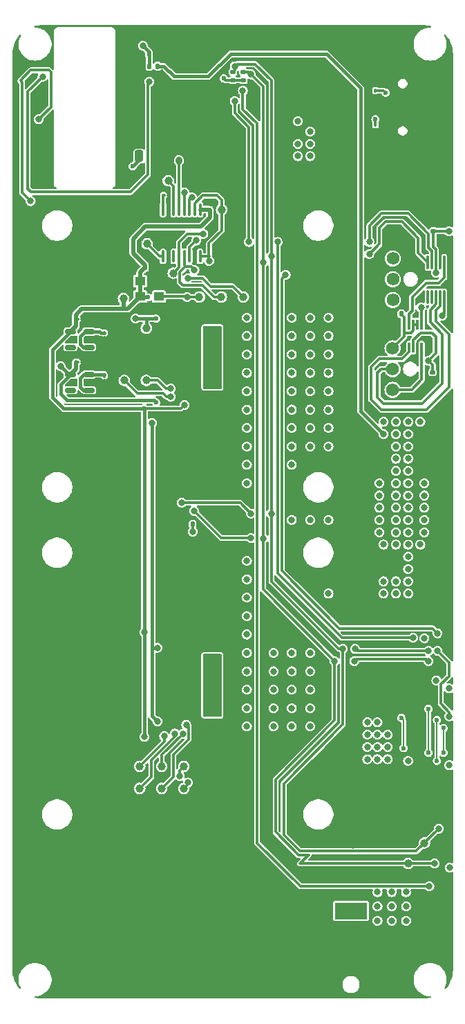
<source format=gbr>
%TF.GenerationSoftware,KiCad,Pcbnew,8.0.4*%
%TF.CreationDate,2024-11-06T18:48:09+01:00*%
%TF.ProjectId,BitForgeNano,42697446-6f72-4676-954e-616e6f2e6b69,rev?*%
%TF.SameCoordinates,Original*%
%TF.FileFunction,Copper,L6,Bot*%
%TF.FilePolarity,Positive*%
%FSLAX46Y46*%
G04 Gerber Fmt 4.6, Leading zero omitted, Abs format (unit mm)*
G04 Created by KiCad (PCBNEW 8.0.4) date 2024-11-06 18:48:09*
%MOMM*%
%LPD*%
G01*
G04 APERTURE LIST*
G04 Aperture macros list*
%AMRoundRect*
0 Rectangle with rounded corners*
0 $1 Rounding radius*
0 $2 $3 $4 $5 $6 $7 $8 $9 X,Y pos of 4 corners*
0 Add a 4 corners polygon primitive as box body*
4,1,4,$2,$3,$4,$5,$6,$7,$8,$9,$2,$3,0*
0 Add four circle primitives for the rounded corners*
1,1,$1+$1,$2,$3*
1,1,$1+$1,$4,$5*
1,1,$1+$1,$6,$7*
1,1,$1+$1,$8,$9*
0 Add four rect primitives between the rounded corners*
20,1,$1+$1,$2,$3,$4,$5,0*
20,1,$1+$1,$4,$5,$6,$7,0*
20,1,$1+$1,$6,$7,$8,$9,0*
20,1,$1+$1,$8,$9,$2,$3,0*%
G04 Aperture macros list end*
%TA.AperFunction,ComponentPad*%
%ADD10C,1.574800*%
%TD*%
%TA.AperFunction,ComponentPad*%
%ADD11C,0.400000*%
%TD*%
%TA.AperFunction,ComponentPad*%
%ADD12O,2.100000X1.000000*%
%TD*%
%TA.AperFunction,ComponentPad*%
%ADD13O,1.800000X1.000000*%
%TD*%
%TA.AperFunction,ComponentPad*%
%ADD14R,4.000000X2.000000*%
%TD*%
%TA.AperFunction,ComponentPad*%
%ADD15O,2.000000X3.500000*%
%TD*%
%TA.AperFunction,ComponentPad*%
%ADD16O,3.300000X2.000000*%
%TD*%
%TA.AperFunction,SMDPad,CuDef*%
%ADD17C,1.000000*%
%TD*%
%TA.AperFunction,SMDPad,CuDef*%
%ADD18RoundRect,0.100000X-0.100000X0.130000X-0.100000X-0.130000X0.100000X-0.130000X0.100000X0.130000X0*%
%TD*%
%TA.AperFunction,SMDPad,CuDef*%
%ADD19RoundRect,0.140000X0.140000X0.170000X-0.140000X0.170000X-0.140000X-0.170000X0.140000X-0.170000X0*%
%TD*%
%TA.AperFunction,SMDPad,CuDef*%
%ADD20RoundRect,0.135000X-0.185000X0.135000X-0.185000X-0.135000X0.185000X-0.135000X0.185000X0.135000X0*%
%TD*%
%TA.AperFunction,SMDPad,CuDef*%
%ADD21RoundRect,0.250000X0.325000X1.100000X-0.325000X1.100000X-0.325000X-1.100000X0.325000X-1.100000X0*%
%TD*%
%TA.AperFunction,SMDPad,CuDef*%
%ADD22RoundRect,0.150000X0.512500X0.150000X-0.512500X0.150000X-0.512500X-0.150000X0.512500X-0.150000X0*%
%TD*%
%TA.AperFunction,SMDPad,CuDef*%
%ADD23RoundRect,0.100000X-0.130000X-0.100000X0.130000X-0.100000X0.130000X0.100000X-0.130000X0.100000X0*%
%TD*%
%TA.AperFunction,SMDPad,CuDef*%
%ADD24RoundRect,0.250000X-0.250000X-0.475000X0.250000X-0.475000X0.250000X0.475000X-0.250000X0.475000X0*%
%TD*%
%TA.AperFunction,SMDPad,CuDef*%
%ADD25RoundRect,0.087500X0.087500X-0.725000X0.087500X0.725000X-0.087500X0.725000X-0.087500X-0.725000X0*%
%TD*%
%TA.AperFunction,SMDPad,CuDef*%
%ADD26RoundRect,0.135000X-0.135000X-0.185000X0.135000X-0.185000X0.135000X0.185000X-0.135000X0.185000X0*%
%TD*%
%TA.AperFunction,SMDPad,CuDef*%
%ADD27RoundRect,0.140000X-0.170000X0.140000X-0.170000X-0.140000X0.170000X-0.140000X0.170000X0.140000X0*%
%TD*%
%TA.AperFunction,SMDPad,CuDef*%
%ADD28RoundRect,0.135000X0.185000X-0.135000X0.185000X0.135000X-0.185000X0.135000X-0.185000X-0.135000X0*%
%TD*%
%TA.AperFunction,SMDPad,CuDef*%
%ADD29RoundRect,0.087500X0.087500X-0.537500X0.087500X0.537500X-0.087500X0.537500X-0.087500X-0.537500X0*%
%TD*%
%TA.AperFunction,SMDPad,CuDef*%
%ADD30RoundRect,0.100000X0.100000X-0.130000X0.100000X0.130000X-0.100000X0.130000X-0.100000X-0.130000X0*%
%TD*%
%TA.AperFunction,SMDPad,CuDef*%
%ADD31RoundRect,0.140000X0.170000X-0.140000X0.170000X0.140000X-0.170000X0.140000X-0.170000X-0.140000X0*%
%TD*%
%TA.AperFunction,SMDPad,CuDef*%
%ADD32R,1.300000X1.100000*%
%TD*%
%TA.AperFunction,SMDPad,CuDef*%
%ADD33RoundRect,0.100000X-0.100000X0.637500X-0.100000X-0.637500X0.100000X-0.637500X0.100000X0.637500X0*%
%TD*%
%TA.AperFunction,ViaPad*%
%ADD34C,0.800000*%
%TD*%
%TA.AperFunction,ViaPad*%
%ADD35C,0.600000*%
%TD*%
%TA.AperFunction,Conductor*%
%ADD36C,0.350000*%
%TD*%
%TA.AperFunction,Conductor*%
%ADD37C,0.500000*%
%TD*%
%TA.AperFunction,Conductor*%
%ADD38C,0.400000*%
%TD*%
%TA.AperFunction,Conductor*%
%ADD39C,0.300000*%
%TD*%
%TA.AperFunction,Conductor*%
%ADD40C,0.200000*%
%TD*%
G04 APERTURE END LIST*
D10*
%TO.P,J8,1,Pin_1*%
%TO.N,GND*%
X114236483Y-89186762D03*
%TO.P,J8,2,Pin_2*%
%TO.N,+5V*%
X114236483Y-91726762D03*
%TO.P,J8,3,Pin_3*%
%TO.N,/Fan/FAN2_TACH*%
X114236483Y-94266762D03*
%TO.P,J8,4,Pin_4*%
%TO.N,/Fan/FAN2_PWM*%
X114236483Y-96806762D03*
%TD*%
%TO.P,J6,1,Pin_1*%
%TO.N,GND*%
X114275334Y-78206162D03*
%TO.P,J6,2,Pin_2*%
%TO.N,+5V*%
X114275334Y-80746162D03*
%TO.P,J6,3,Pin_3*%
%TO.N,/Fan/FAN1_TACH*%
X114275334Y-83286162D03*
%TO.P,J6,4,Pin_4*%
%TO.N,/Fan/FAN1_PWM*%
X114275334Y-85826162D03*
%TD*%
D11*
%TO.P,U12,41,PAD*%
%TO.N,GND*%
X116336483Y-132046762D03*
X114936483Y-132046762D03*
X113536483Y-132046762D03*
X117336483Y-133326762D03*
X116336483Y-133326762D03*
X114936483Y-133326762D03*
X113536483Y-133326762D03*
X112536483Y-133326762D03*
X116336483Y-134606762D03*
X114936483Y-134606762D03*
X113536483Y-134606762D03*
%TD*%
D12*
%TO.P,J5,S1,SHIELD*%
%TO.N,GND*%
X114966483Y-66571762D03*
D13*
X119146483Y-66571762D03*
D12*
X114966483Y-57931762D03*
D13*
X119146483Y-57931762D03*
%TD*%
D14*
%TO.P,J1,1*%
%TO.N,VIN*%
X109136483Y-160526762D03*
D15*
%TO.P,J1,2*%
%TO.N,GND*%
X104636483Y-167526762D03*
D16*
X109136483Y-166526762D03*
D15*
X113636483Y-167526762D03*
%TD*%
D17*
%TO.P,TP27,1,1*%
%TO.N,Net-(U13-TEMP_P)*%
X84050000Y-95650000D03*
%TD*%
D18*
%TO.P,C33,1*%
%TO.N,Net-(U6-EN)*%
X78900000Y-95080000D03*
%TO.P,C33,2*%
%TO.N,GND*%
X78900000Y-95720000D03*
%TD*%
D19*
%TO.P,C60,1*%
%TO.N,VDD*%
X91380000Y-130450000D03*
%TO.P,C60,2*%
%TO.N,GND*%
X90420000Y-130450000D03*
%TD*%
D20*
%TO.P,R25,1*%
%TO.N,/SCL*%
X94686483Y-57926762D03*
%TO.P,R25,2*%
%TO.N,3V3*%
X94686483Y-58946762D03*
%TD*%
D17*
%TO.P,TP22,1,1*%
%TO.N,Net-(U3-CLKO)*%
X85950000Y-145550000D03*
%TD*%
%TO.P,TP9,1,1*%
%TO.N,/Domain/CLKI*%
X90550000Y-85450000D03*
%TD*%
%TO.P,TP26,1,1*%
%TO.N,Net-(U13-TEMP_N)*%
X81350000Y-95650000D03*
%TD*%
%TO.P,TP10,1,1*%
%TO.N,/Domain/I_NRSTI*%
X87350000Y-82550000D03*
%TD*%
D19*
%TO.P,C61,1*%
%TO.N,VDD*%
X91380000Y-135450000D03*
%TO.P,C61,2*%
%TO.N,GND*%
X90420000Y-135450000D03*
%TD*%
%TO.P,C46,1*%
%TO.N,+5V*%
X115316483Y-87526762D03*
%TO.P,C46,2*%
%TO.N,GND*%
X114356483Y-87526762D03*
%TD*%
D21*
%TO.P,C41,1*%
%TO.N,VDD*%
X92375000Y-92850000D03*
%TO.P,C41,2*%
%TO.N,GND*%
X89425000Y-92850000D03*
%TD*%
D22*
%TO.P,U6,1,VIN*%
%TO.N,Net-(U6-EN)*%
X77037500Y-94950000D03*
%TO.P,U6,2,GND*%
%TO.N,GND*%
X77037500Y-95900000D03*
%TO.P,U6,3,EN*%
%TO.N,Net-(U6-EN)*%
X77037500Y-96850000D03*
%TO.P,U6,4,PG*%
%TO.N,unconnected-(U6-PG-Pad4)*%
X74762500Y-96850000D03*
%TO.P,U6,5,VOUT*%
%TO.N,/Domain/0V8*%
X74762500Y-94950000D03*
%TD*%
D17*
%TO.P,TP20,1,1*%
%TO.N,Net-(U3-CO)*%
X88650000Y-145550000D03*
%TD*%
D23*
%TO.P,C17,1*%
%TO.N,3V3*%
X91730000Y-80450000D03*
%TO.P,C17,2*%
%TO.N,GND*%
X92370000Y-80450000D03*
%TD*%
D17*
%TO.P,TP17,1,1*%
%TO.N,/SCL*%
X118136483Y-152226762D03*
%TD*%
D18*
%TO.P,R29,1*%
%TO.N,GND*%
X112136483Y-59586762D03*
%TO.P,R29,2*%
%TO.N,Net-(J5-CC2)*%
X112136483Y-60226762D03*
%TD*%
D17*
%TO.P,TP12,1,1*%
%TO.N,/Domain/I_RO*%
X95950000Y-85450000D03*
%TD*%
%TO.P,TP6,1,1*%
%TO.N,3V3*%
X93272500Y-74787500D03*
%TD*%
D24*
%TO.P,C47,1*%
%TO.N,3V3*%
X83186483Y-68226762D03*
%TO.P,C47,2*%
%TO.N,GND*%
X81286483Y-68226762D03*
%TD*%
D25*
%TO.P,U2,1,SMDATA*%
%TO.N,/SDA*%
X118536483Y-81214262D03*
%TO.P,U2,2,SMCLK*%
%TO.N,/SCL*%
X119036483Y-81214262D03*
%TO.P,U2,3,VDD*%
%TO.N,3V3*%
X119536483Y-81214262D03*
%TO.P,U2,4,GND*%
%TO.N,GND*%
X120036483Y-81214262D03*
%TO.P,U2,5,PWM1*%
%TO.N,/Fan/PWM1*%
X120536483Y-81214262D03*
%TO.P,U2,6,TACH1*%
%TO.N,/Fan/FAN1_TACH*%
X120536483Y-85439262D03*
%TO.P,U2,7,PWM2*%
%TO.N,/Fan/PWM2*%
X120036483Y-85439262D03*
%TO.P,U2,8,TACH2*%
%TO.N,/Fan/FAN2_TACH*%
X119536483Y-85439262D03*
%TO.P,U2,9,CLK*%
%TO.N,unconnected-(U2-CLK-Pad9)*%
X119036483Y-85439262D03*
%TO.P,U2,10,\u002AALERT*%
%TO.N,unconnected-(U2-\u002AALERT-Pad10)*%
X118536483Y-85439262D03*
%TD*%
D26*
%TO.P,R14,1*%
%TO.N,/ESP32/VDD_SAMPLE_0*%
X84426483Y-57226762D03*
%TO.P,R14,2*%
%TO.N,VDD*%
X85446483Y-57226762D03*
%TD*%
%TO.P,R22,1*%
%TO.N,GND*%
X83386483Y-55756762D03*
%TO.P,R22,2*%
%TO.N,/ESP32/VDD_SAMPLE_0*%
X84406483Y-55756762D03*
%TD*%
D19*
%TO.P,C35,1*%
%TO.N,GND*%
X84850000Y-81850000D03*
%TO.P,C35,2*%
%TO.N,/Domain/1V2*%
X83890000Y-81850000D03*
%TD*%
D27*
%TO.P,C45,1*%
%TO.N,3V3*%
X119136483Y-94646762D03*
%TO.P,C45,2*%
%TO.N,GND*%
X119136483Y-95606762D03*
%TD*%
D17*
%TO.P,TP25,1,1*%
%TO.N,Net-(U3-TEMP_P)*%
X83250000Y-142850000D03*
%TD*%
%TO.P,TP18,1,1*%
%TO.N,Net-(U9-DIR4)*%
X84150000Y-78950000D03*
%TD*%
%TO.P,TP23,1,1*%
%TO.N,Net-(U3-BO)*%
X85950000Y-142850000D03*
%TD*%
D19*
%TO.P,C29,1*%
%TO.N,VDD*%
X91380000Y-89350000D03*
%TO.P,C29,2*%
%TO.N,GND*%
X90420000Y-89350000D03*
%TD*%
D23*
%TO.P,C32,1*%
%TO.N,/Domain/1V2*%
X75580000Y-88150000D03*
%TO.P,C32,2*%
%TO.N,GND*%
X76220000Y-88150000D03*
%TD*%
D21*
%TO.P,C64,1*%
%TO.N,VDD*%
X92375000Y-132950000D03*
%TO.P,C64,2*%
%TO.N,GND*%
X89425000Y-132950000D03*
%TD*%
D17*
%TO.P,TP16,1,1*%
%TO.N,/SDA*%
X116136483Y-154726762D03*
%TD*%
D18*
%TO.P,C15,1*%
%TO.N,GND*%
X91850000Y-74130000D03*
%TO.P,C15,2*%
%TO.N,/Domain/1V2*%
X91850000Y-74770000D03*
%TD*%
D19*
%TO.P,C59,1*%
%TO.N,VDD*%
X91380000Y-129450000D03*
%TO.P,C59,2*%
%TO.N,GND*%
X90420000Y-129450000D03*
%TD*%
D17*
%TO.P,TP8,1,1*%
%TO.N,/Domain/0V8*%
X84050000Y-89250000D03*
%TD*%
%TO.P,TP7,1,1*%
%TO.N,/Domain/1V2*%
X81250000Y-85650000D03*
%TD*%
D19*
%TO.P,C42,1*%
%TO.N,3V3*%
X89730000Y-113250000D03*
%TO.P,C42,2*%
%TO.N,GND*%
X88770000Y-113250000D03*
%TD*%
%TO.P,C40,1*%
%TO.N,VDD*%
X91380000Y-96350000D03*
%TO.P,C40,2*%
%TO.N,GND*%
X90420000Y-96350000D03*
%TD*%
D28*
%TO.P,R26,1*%
%TO.N,3V3*%
X95936483Y-58946762D03*
%TO.P,R26,2*%
%TO.N,/SDA*%
X95936483Y-57926762D03*
%TD*%
D22*
%TO.P,U5,1,VIN*%
%TO.N,Net-(U5-EN)*%
X77037500Y-89700000D03*
%TO.P,U5,2,GND*%
%TO.N,GND*%
X77037500Y-90650000D03*
%TO.P,U5,3,EN*%
%TO.N,Net-(U5-EN)*%
X77037500Y-91600000D03*
%TO.P,U5,4,PG*%
%TO.N,unconnected-(U5-PG-Pad4)*%
X74762500Y-91600000D03*
%TO.P,U5,5,VOUT*%
%TO.N,/Domain/1V2*%
X74762500Y-89700000D03*
%TD*%
D17*
%TO.P,TP11,1,1*%
%TO.N,/Domain/I_CI*%
X93250000Y-85450000D03*
%TD*%
D18*
%TO.P,C31,1*%
%TO.N,Net-(U5-EN)*%
X78900000Y-89830000D03*
%TO.P,C31,2*%
%TO.N,GND*%
X78900000Y-90470000D03*
%TD*%
D29*
%TO.P,U23,1,B2Y*%
%TO.N,/Fan/FAN2_PWM*%
X117786483Y-91626762D03*
%TO.P,U23,2,GND*%
%TO.N,GND*%
X117286483Y-91626762D03*
%TO.P,U23,3,VCCA*%
%TO.N,3V3*%
X116786483Y-91626762D03*
%TO.P,U23,4,A2*%
%TO.N,/Fan/PWM2*%
X116286483Y-91626762D03*
%TO.P,U23,5,A1*%
%TO.N,/Fan/PWM1*%
X116286483Y-88826762D03*
%TO.P,U23,6,OE*%
%TO.N,+5V*%
X116786483Y-88826762D03*
%TO.P,U23,7,VCCB*%
X117286483Y-88826762D03*
%TO.P,U23,8,B1Y*%
%TO.N,/Fan/FAN1_PWM*%
X117786483Y-88826762D03*
%TD*%
D23*
%TO.P,C34,1*%
%TO.N,/Domain/0V8*%
X75580000Y-93400000D03*
%TO.P,C34,2*%
%TO.N,GND*%
X76220000Y-93400000D03*
%TD*%
D19*
%TO.P,C39,1*%
%TO.N,VDD*%
X91380000Y-95350000D03*
%TO.P,C39,2*%
%TO.N,GND*%
X90420000Y-95350000D03*
%TD*%
D17*
%TO.P,TP2,1,1*%
%TO.N,Net-(U9-B4)*%
X86750000Y-71250000D03*
%TD*%
D30*
%TO.P,R28,1*%
%TO.N,GND*%
X112136483Y-65046762D03*
%TO.P,R28,2*%
%TO.N,Net-(J5-CC1)*%
X112136483Y-64406762D03*
%TD*%
D17*
%TO.P,TP24,1,1*%
%TO.N,Net-(U3-TEMP_N)*%
X83250000Y-145550000D03*
%TD*%
D31*
%TO.P,C21,1*%
%TO.N,3V3*%
X119236483Y-77406762D03*
%TO.P,C21,2*%
%TO.N,GND*%
X119236483Y-76446762D03*
%TD*%
D32*
%TO.P,U11,1,EN*%
%TO.N,/Domain/1V2*%
X83300000Y-83500000D03*
%TO.P,U11,2,GND*%
%TO.N,GND*%
X85600000Y-83500000D03*
%TO.P,U11,3,OUT*%
%TO.N,/Domain/CLKI*%
X85600000Y-85400000D03*
%TO.P,U11,4,VIN*%
%TO.N,/Domain/1V2*%
X83300000Y-85400000D03*
%TD*%
D33*
%TO.P,U9,1,DIR1*%
%TO.N,3V3*%
X90650000Y-80475000D03*
%TO.P,U9,2,DIR2*%
%TO.N,GND*%
X90000000Y-80475000D03*
%TO.P,U9,3,A1*%
%TO.N,Net-(U9-A1)*%
X89350000Y-80475000D03*
%TO.P,U9,4,A2*%
%TO.N,/Domain/I_CI*%
X88700000Y-80475000D03*
%TO.P,U9,5,A3*%
%TO.N,/Domain/I_NRSTI*%
X88050000Y-80475000D03*
%TO.P,U9,6,A4*%
%TO.N,unconnected-(U9-A4-Pad6)*%
X87400000Y-80475000D03*
%TO.P,U9,7,DIR3*%
%TO.N,GND*%
X86750000Y-80475000D03*
%TO.P,U9,8,DIR4*%
%TO.N,Net-(U9-DIR4)*%
X86100000Y-80475000D03*
%TO.P,U9,9,OE*%
%TO.N,Net-(U9-OE)*%
X86100000Y-74750000D03*
%TO.P,U9,10,GND*%
%TO.N,GND*%
X86750000Y-74750000D03*
%TO.P,U9,11,B4*%
%TO.N,Net-(U9-B4)*%
X87400000Y-74750000D03*
%TO.P,U9,12,B3*%
%TO.N,/RST*%
X88050000Y-74750000D03*
%TO.P,U9,13,B2*%
%TO.N,/TX*%
X88700000Y-74750000D03*
%TO.P,U9,14,B1*%
%TO.N,/RX*%
X89350000Y-74750000D03*
%TO.P,U9,15,VCCB*%
%TO.N,3V3*%
X90000000Y-74750000D03*
%TO.P,U9,16,VCCA*%
%TO.N,/Domain/1V2*%
X90650000Y-74750000D03*
%TD*%
D19*
%TO.P,C100,1*%
%TO.N,VDD*%
X91380000Y-90300000D03*
%TO.P,C100,2*%
%TO.N,GND*%
X90420000Y-90300000D03*
%TD*%
%TO.P,C58,1*%
%TO.N,VDD*%
X91380000Y-136450000D03*
%TO.P,C58,2*%
%TO.N,GND*%
X90420000Y-136450000D03*
%TD*%
D17*
%TO.P,TP21,1,1*%
%TO.N,Net-(U3-RI)*%
X88650000Y-142850000D03*
%TD*%
D23*
%TO.P,R31,1*%
%TO.N,Net-(U9-OE)*%
X86180000Y-73000000D03*
%TO.P,R31,2*%
%TO.N,GND*%
X86820000Y-73000000D03*
%TD*%
D34*
%TO.N,GND*%
X90936483Y-65826762D03*
X71136483Y-97726762D03*
X87250000Y-91350000D03*
X81136483Y-127726762D03*
X90936483Y-64426762D03*
X86250000Y-92850000D03*
X111136483Y-105726762D03*
X116936483Y-93051762D03*
X109636483Y-106726762D03*
X121136483Y-72726762D03*
X81136483Y-82726762D03*
X71136483Y-157726762D03*
X87250000Y-94350000D03*
X109386483Y-131476762D03*
X96136483Y-152726762D03*
X88250000Y-131350000D03*
X88250000Y-134350000D03*
X101136483Y-167726762D03*
X90936483Y-63026762D03*
X89250000Y-92850000D03*
X86250000Y-94350000D03*
X88250000Y-91350000D03*
X81136483Y-77726762D03*
X89250000Y-94350000D03*
X109386483Y-140476762D03*
X86250000Y-134350000D03*
X91136483Y-157726762D03*
X106136483Y-142726762D03*
X79950000Y-95100000D03*
X79950000Y-90500000D03*
X101136483Y-52726762D03*
X112136483Y-65726762D03*
X86136483Y-112726762D03*
X83336483Y-56626762D03*
X90400000Y-141200000D03*
X76136483Y-132726762D03*
X88136483Y-64426762D03*
X89950000Y-101992500D03*
X71136483Y-92726762D03*
X81136483Y-142726762D03*
X81136483Y-132726762D03*
X76136483Y-167726762D03*
X109636483Y-108226762D03*
X81136483Y-117726762D03*
X102576283Y-61526762D03*
X81536483Y-66226762D03*
X81136483Y-162726762D03*
X91136483Y-152726762D03*
X86736483Y-65826762D03*
X88250000Y-94350000D03*
X76136483Y-127726762D03*
X85850000Y-86650000D03*
X86750000Y-87650000D03*
X91136483Y-162726762D03*
X109386483Y-141976762D03*
X86250000Y-91350000D03*
X88136483Y-63026762D03*
X76136483Y-82726762D03*
X92850000Y-80450000D03*
X87250000Y-131350000D03*
X96136483Y-157726762D03*
X109636483Y-114226762D03*
X88250000Y-92850000D03*
X86736483Y-63026762D03*
X106136483Y-57726762D03*
X76136483Y-162726762D03*
X111136483Y-110226762D03*
X71136483Y-152726762D03*
X109386483Y-144976762D03*
X71136483Y-82726762D03*
X71136483Y-127726762D03*
X88250000Y-132850000D03*
X71136483Y-137726762D03*
X89250000Y-134350000D03*
X96136483Y-167726762D03*
X106136483Y-52726762D03*
X81136483Y-147726762D03*
X89250000Y-132850000D03*
X111136483Y-103726762D03*
X79950000Y-93400000D03*
X68136483Y-73476762D03*
X92650000Y-142450000D03*
X92650000Y-102350000D03*
X87250000Y-132850000D03*
X86136483Y-152726762D03*
X96136483Y-147726762D03*
X96136483Y-142726762D03*
X89536483Y-63026762D03*
X90250000Y-132850000D03*
X86136483Y-167726762D03*
X90250000Y-92850000D03*
X109636483Y-112726762D03*
X81136483Y-112726762D03*
X90250000Y-134350000D03*
X81136483Y-157726762D03*
X116136483Y-167726762D03*
X92150000Y-73950000D03*
X89536483Y-64426762D03*
X71136483Y-87726762D03*
X81136483Y-137726762D03*
X120052914Y-131256008D03*
X109386483Y-135976762D03*
X109636483Y-102226762D03*
X76136483Y-112726762D03*
X121136483Y-146476762D03*
X76136483Y-152726762D03*
X116136483Y-72726762D03*
X86136483Y-157726762D03*
X106136483Y-82726762D03*
X71136483Y-112726762D03*
X112136483Y-58926762D03*
X111136483Y-107976762D03*
X87250000Y-92850000D03*
X106136483Y-62726762D03*
X101136483Y-57726762D03*
X91136483Y-167726762D03*
X76136483Y-157726762D03*
X86250000Y-131350000D03*
X90250000Y-131350000D03*
X121136483Y-150976762D03*
X76136483Y-102726762D03*
X81136483Y-107726762D03*
X109636483Y-111226762D03*
X81136483Y-152726762D03*
X81136483Y-69926762D03*
X111136483Y-112726762D03*
X85650000Y-81850000D03*
X101136483Y-157726762D03*
X119236483Y-75626762D03*
X92650000Y-123250000D03*
X81136483Y-102726762D03*
X71136483Y-102726762D03*
X111136483Y-102226762D03*
X109636483Y-109726762D03*
X96136483Y-162726762D03*
X87250000Y-134350000D03*
X86736483Y-61626762D03*
X109386483Y-134476762D03*
X71136483Y-142726762D03*
X81136483Y-122726762D03*
X76136483Y-142726762D03*
X109386483Y-147976762D03*
X121136483Y-149476762D03*
X89536483Y-65826762D03*
X88136483Y-61626762D03*
X90250000Y-94350000D03*
X101136483Y-162726762D03*
X86736483Y-64426762D03*
X89250000Y-131350000D03*
X109386483Y-146476762D03*
X87050000Y-84250000D03*
X89250000Y-91350000D03*
X86136483Y-107726762D03*
X121136483Y-147976762D03*
X91136483Y-147726762D03*
X109636483Y-103726762D03*
X120036483Y-79126762D03*
X86136483Y-162726762D03*
X91750000Y-82350000D03*
X88550000Y-114150000D03*
X79950000Y-89000000D03*
X81136483Y-54826762D03*
X86250000Y-132850000D03*
X109386483Y-149476762D03*
X109386483Y-132976762D03*
X111136483Y-57726762D03*
X71136483Y-132726762D03*
X109386483Y-152476762D03*
X76136483Y-137726762D03*
X90250000Y-91350000D03*
X71136483Y-122726762D03*
X103136483Y-71476762D03*
X109386483Y-150976762D03*
X89536483Y-61626762D03*
X81136483Y-167726762D03*
X109386483Y-143476762D03*
X86136483Y-122726762D03*
X121136483Y-144976762D03*
X71136483Y-162726762D03*
X85650000Y-125700000D03*
X111136483Y-52726762D03*
X109636483Y-105226762D03*
X76136483Y-122726762D03*
X86136483Y-117726762D03*
X88136483Y-65826762D03*
%TO.N,VDD*%
X104136483Y-103726762D03*
X116136483Y-112726762D03*
X104136483Y-137976762D03*
X101886483Y-105976762D03*
X101886483Y-96976762D03*
X116136483Y-108226762D03*
X117636483Y-100726762D03*
X116136483Y-115726762D03*
X113136483Y-121726762D03*
X116136483Y-103726762D03*
X112636483Y-112726762D03*
X118136483Y-108226762D03*
X91750000Y-94350000D03*
X91750000Y-134350000D03*
X96386483Y-131226762D03*
X116136483Y-105226762D03*
X101886483Y-92476762D03*
X112636483Y-109726762D03*
X101886483Y-137976762D03*
X96386483Y-94726762D03*
X112636483Y-111226762D03*
X106386483Y-96976762D03*
X104136483Y-128976762D03*
X113136483Y-120226762D03*
X116136483Y-102226762D03*
X118136483Y-111226762D03*
X116136483Y-118726762D03*
X116136483Y-114226762D03*
X104136483Y-131226762D03*
X101886483Y-101476762D03*
X113136483Y-102226762D03*
X96386483Y-101476762D03*
X114636483Y-114226762D03*
X92750000Y-94350000D03*
X96386483Y-128976762D03*
X112636483Y-108226762D03*
X96386483Y-135726762D03*
X106386483Y-87976762D03*
X116136483Y-117226762D03*
X104136483Y-96976762D03*
X99636483Y-133476762D03*
X96386483Y-124476762D03*
X92750000Y-91350000D03*
X104136483Y-133476762D03*
X116136483Y-120226762D03*
X92750000Y-131350000D03*
X116136483Y-106726762D03*
X101886483Y-103726762D03*
X91750000Y-91350000D03*
X96386483Y-90226762D03*
X101886483Y-128976762D03*
X106386483Y-112726762D03*
X101886483Y-99226762D03*
X96386483Y-108226762D03*
X106386483Y-92476762D03*
X106386483Y-101476762D03*
X114636483Y-121726762D03*
X96386483Y-126726762D03*
X91750000Y-132850000D03*
X104136483Y-101476762D03*
X118136483Y-109726762D03*
X114636483Y-120226762D03*
X96386483Y-133476762D03*
X96386483Y-103726762D03*
X114636483Y-100726762D03*
X106386483Y-103726762D03*
X106386483Y-90226762D03*
X96386483Y-99226762D03*
X99636483Y-131226762D03*
X104136483Y-87976762D03*
X96386483Y-117726762D03*
X101886483Y-131226762D03*
X96386483Y-137976762D03*
X104136483Y-90226762D03*
X116136483Y-121726762D03*
X118136483Y-112726762D03*
X118136483Y-114226762D03*
X101886483Y-112726762D03*
X101886483Y-90226762D03*
X104136483Y-99226762D03*
X114636483Y-111226762D03*
X96386483Y-122226762D03*
X114636483Y-103726762D03*
X91750000Y-92850000D03*
X112636483Y-114226762D03*
X101886483Y-135726762D03*
X114636483Y-108226762D03*
X117636483Y-115726762D03*
X106386483Y-121726762D03*
X106386483Y-94726762D03*
X116136483Y-100726762D03*
X96386483Y-92476762D03*
X96386483Y-87976762D03*
X99636483Y-135726762D03*
X116136483Y-109726762D03*
X104136483Y-112726762D03*
X114636483Y-105226762D03*
X96386483Y-96976762D03*
X113136483Y-100726762D03*
X104136483Y-135726762D03*
X101886483Y-87976762D03*
X104136483Y-94726762D03*
X92750000Y-134350000D03*
X92750000Y-92850000D03*
X101886483Y-133476762D03*
X114636483Y-102226762D03*
X91750000Y-131350000D03*
X101886483Y-94726762D03*
X92750000Y-132850000D03*
X114636483Y-112726762D03*
X104136483Y-92476762D03*
X96386483Y-105976762D03*
X114636483Y-109726762D03*
X114636483Y-106726762D03*
X106386483Y-99226762D03*
X96386483Y-119976762D03*
X99636483Y-128976762D03*
X116136483Y-111226762D03*
X113136483Y-115726762D03*
X99636483Y-137976762D03*
X121136483Y-133326762D03*
X114636483Y-115726762D03*
%TO.N,/Domain/0V8*%
X82750000Y-88100000D03*
X85410000Y-128350000D03*
D35*
X85250000Y-98350000D03*
D34*
X85430000Y-137350000D03*
X73550000Y-93900000D03*
D35*
X85250000Y-88100000D03*
D34*
X84750000Y-100850000D03*
D35*
%TO.N,Net-(J5-CC1)*%
X112136483Y-63726762D03*
%TO.N,Net-(J5-CC2)*%
X113386483Y-60476762D03*
D34*
%TO.N,/ESP32/IO0*%
X84436483Y-59126762D03*
X71336483Y-58526762D03*
%TO.N,/Domain/1V2*%
X83850000Y-139250000D03*
X83850000Y-126450000D03*
D35*
X84250000Y-85500000D03*
X83820000Y-99100000D03*
D34*
X88733806Y-98650188D03*
%TO.N,Net-(U12-BP1V5)*%
X119736483Y-128726762D03*
X121186483Y-136726762D03*
%TO.N,/Power/AGND*%
X116136483Y-142176762D03*
X121186483Y-142726762D03*
X119593676Y-132333955D03*
%TO.N,Net-(U9-A1)*%
X90150000Y-78550000D03*
%TO.N,Net-(U3-RI)*%
X88150000Y-144050000D03*
D35*
%TO.N,Net-(U12-EN{slash}UVLO)*%
X115286483Y-136926762D03*
X115586483Y-140626762D03*
D34*
%TO.N,/Domain/I_RO*%
X89150000Y-83150000D03*
%TO.N,/Domain/CLKI*%
X89050000Y-85450000D03*
%TO.N,/TX*%
X88750000Y-72650000D03*
%TO.N,/RX*%
X89650000Y-73250000D03*
%TO.N,/RST*%
X88050000Y-68850000D03*
X88036483Y-68726762D03*
%TO.N,/Domain/I_CI*%
X89950000Y-82150000D03*
%TO.N,/Domain/I_NRSTI*%
X91050000Y-77750000D03*
%TO.N,VIN*%
X114136483Y-158226762D03*
X115886483Y-158226762D03*
X114136483Y-161726762D03*
X112386483Y-159976762D03*
X112386483Y-158226762D03*
X114136483Y-159976762D03*
X112386483Y-161726762D03*
X115886483Y-161726762D03*
X115886483Y-159976762D03*
D35*
%TO.N,Net-(U12-MSEL1)*%
X118636483Y-135826762D03*
X118636483Y-141176762D03*
D34*
%TO.N,/ESP32/VDD_SAMPLE_0*%
X83636483Y-54726762D03*
%TO.N,/Fan/FAN1_TACH*%
X120336483Y-87726762D03*
%TO.N,/Fan/FAN1_PWM*%
X117736483Y-86726762D03*
%TO.N,/SCL*%
X111386483Y-78726762D03*
X109636483Y-128476762D03*
X96886483Y-111926762D03*
X119886483Y-150476762D03*
X99386483Y-111926762D03*
X118636483Y-128726762D03*
X108136483Y-128476762D03*
X94886483Y-57226762D03*
X88400000Y-110600000D03*
X99386483Y-80476762D03*
%TO.N,/SDA*%
X96886483Y-114939262D03*
X98386483Y-114976762D03*
X107136483Y-129976762D03*
X96886483Y-58226762D03*
X118636483Y-129976762D03*
X119386483Y-154726762D03*
X111386483Y-80226762D03*
X109536483Y-129976762D03*
X89900000Y-111600000D03*
X98386483Y-81226762D03*
D35*
%TO.N,Net-(U12-ADRSEL)*%
X119676483Y-142176762D03*
X119676483Y-137176762D03*
D34*
%TO.N,Net-(U3-CO)*%
X89150000Y-144850000D03*
%TO.N,Net-(U3-CLKO)*%
X88950000Y-137750000D03*
%TO.N,Net-(U3-BO)*%
X88550000Y-138850000D03*
%TO.N,Net-(U3-TEMP_N)*%
X87550000Y-138850000D03*
%TO.N,3V3*%
X70886483Y-63726762D03*
X104136483Y-68226762D03*
X102636483Y-66726762D03*
X104136483Y-66726762D03*
X102636483Y-68226762D03*
X119536483Y-82476762D03*
D35*
X82386483Y-69476762D03*
D34*
X121236483Y-155226762D03*
X118636483Y-93226762D03*
D35*
X93536483Y-58726762D03*
D34*
X89750000Y-114150000D03*
X69886483Y-73726762D03*
X104136483Y-65226762D03*
X118136483Y-127176762D03*
X91750000Y-81050000D03*
X121136483Y-77426762D03*
%TO.N,Net-(U3-TEMP_P)*%
X86250000Y-139150000D03*
%TO.N,Net-(U13-TEMP_N)*%
X87050000Y-97650000D03*
%TO.N,Net-(U13-TEMP_P)*%
X87050000Y-96650000D03*
%TO.N,+5V*%
X112386483Y-138976762D03*
X112386483Y-140476762D03*
X113636483Y-138976762D03*
X111136483Y-138976762D03*
X111136483Y-140476762D03*
X111136483Y-141976762D03*
X113636483Y-141976762D03*
X111136483Y-137476762D03*
X113636483Y-140476762D03*
X112386483Y-141976762D03*
X102636483Y-63976762D03*
X112386483Y-137476762D03*
D35*
%TO.N,Net-(U12-VSEL)*%
X120466483Y-141176762D03*
X120466483Y-138159169D03*
D34*
%TO.N,/Power/PGOOD*%
X119736483Y-126576762D03*
X101136483Y-82726762D03*
%TO.N,/ESP32/INA_ALRT*%
X95886483Y-60226762D03*
X118736483Y-157526762D03*
%TO.N,/Power/SMB_ALRT*%
X96636483Y-78726762D03*
X116736483Y-127126762D03*
X94886483Y-61476762D03*
X100136483Y-78726762D03*
%TD*%
D36*
%TO.N,GND*%
X116936483Y-93051762D02*
X117286483Y-92701762D01*
D37*
X84850000Y-81850000D02*
X85650000Y-81850000D01*
D38*
X78900000Y-90470000D02*
X79920000Y-90470000D01*
D39*
X91970000Y-74130000D02*
X92150000Y-73950000D01*
D38*
X90420000Y-135520000D02*
X89250000Y-134350000D01*
X90450000Y-141150000D02*
X90400000Y-141200000D01*
X89520000Y-131350000D02*
X89250000Y-131350000D01*
X78720000Y-95900000D02*
X78900000Y-95720000D01*
X79920000Y-90470000D02*
X79950000Y-90500000D01*
D39*
X86750000Y-74750000D02*
X86750000Y-73070000D01*
X91850000Y-74130000D02*
X91970000Y-74130000D01*
X88550000Y-114150000D02*
X88550000Y-113470000D01*
D38*
X79950000Y-95100000D02*
X79330000Y-95720000D01*
X76220000Y-88150000D02*
X79100000Y-88150000D01*
X90420000Y-129450000D02*
X90420000Y-130450000D01*
X90450000Y-141150000D02*
X90450000Y-136480000D01*
D37*
X90420000Y-96450000D02*
X90420000Y-94520000D01*
D38*
X77037500Y-95900000D02*
X78720000Y-95900000D01*
D37*
X112136483Y-65046762D02*
X112136483Y-65726762D01*
D36*
X117286483Y-92701762D02*
X117286483Y-91626762D01*
D38*
X77037500Y-90650000D02*
X78720000Y-90650000D01*
D37*
X90420000Y-91180000D02*
X90250000Y-91350000D01*
D39*
X92370000Y-80450000D02*
X92850000Y-80450000D01*
D37*
X81536483Y-66226762D02*
X81286483Y-66476762D01*
D36*
X119236483Y-76446762D02*
X119236483Y-75626762D01*
D38*
X90420000Y-130450000D02*
X89520000Y-131350000D01*
D37*
X81286483Y-66476762D02*
X81286483Y-68226762D01*
D38*
X79100000Y-88150000D02*
X79950000Y-89000000D01*
D36*
X120036483Y-81214262D02*
X120036483Y-79126762D01*
D38*
X79330000Y-95720000D02*
X78900000Y-95720000D01*
D37*
X85600000Y-81900000D02*
X85650000Y-81850000D01*
X85600000Y-83500000D02*
X85600000Y-81900000D01*
X83386483Y-56576762D02*
X83336483Y-56626762D01*
D38*
X90420000Y-136450000D02*
X90420000Y-135520000D01*
D37*
X90420000Y-89400000D02*
X90420000Y-91180000D01*
D38*
X76220000Y-93400000D02*
X79950000Y-93400000D01*
D37*
X83386483Y-55756762D02*
X83386483Y-56576762D01*
D38*
X90450000Y-136480000D02*
X90420000Y-136450000D01*
X78720000Y-90650000D02*
X78900000Y-90470000D01*
D37*
X112136483Y-59586762D02*
X112136483Y-58926762D01*
D39*
X88550000Y-113470000D02*
X88770000Y-113250000D01*
X86750000Y-73070000D02*
X86770000Y-73050000D01*
D37*
X90420000Y-94520000D02*
X90250000Y-94350000D01*
D39*
%TO.N,Net-(U9-OE)*%
X86100000Y-74750000D02*
X86100000Y-73080000D01*
X86100000Y-73080000D02*
X86130000Y-73050000D01*
D38*
%TO.N,VDD*%
X94386483Y-55726762D02*
X106136483Y-55726762D01*
X110336483Y-99426762D02*
X113136483Y-102226762D01*
X106136483Y-55726762D02*
X110336483Y-59926762D01*
X110336483Y-59926762D02*
X110336483Y-99426762D01*
X91380000Y-96450000D02*
X91380000Y-94720000D01*
X85446483Y-57226762D02*
X86236483Y-57226762D01*
X91380000Y-94720000D02*
X91750000Y-94350000D01*
X91380000Y-129450000D02*
X91380000Y-130980000D01*
X91380000Y-90980000D02*
X91750000Y-91350000D01*
X91380000Y-130980000D02*
X91750000Y-131350000D01*
X91380000Y-134720000D02*
X91750000Y-134350000D01*
X87486483Y-58476762D02*
X91636483Y-58476762D01*
X91636483Y-58476762D02*
X94386483Y-55726762D01*
X91380000Y-89400000D02*
X91380000Y-90980000D01*
X86236483Y-57226762D02*
X87486483Y-58476762D01*
X91380000Y-136450000D02*
X91380000Y-134720000D01*
%TO.N,/Domain/0V8*%
X84050000Y-88100000D02*
X84050000Y-89250000D01*
D37*
X75420000Y-94292500D02*
X74762500Y-94950000D01*
D38*
X84750000Y-128350000D02*
X84750000Y-122150000D01*
X74600000Y-94950000D02*
X73550000Y-93900000D01*
X84750000Y-128350000D02*
X85410000Y-128350000D01*
X73550000Y-97326342D02*
X73550000Y-96162500D01*
X85000000Y-98100000D02*
X74323658Y-98100000D01*
X73550000Y-96162500D02*
X74762500Y-94950000D01*
X84750000Y-136670000D02*
X84750000Y-128350000D01*
X85430000Y-137350000D02*
X84750000Y-136670000D01*
X84750000Y-122050000D02*
X84750000Y-100850000D01*
X74762500Y-94950000D02*
X74600000Y-94950000D01*
X85250000Y-88100000D02*
X84050000Y-88100000D01*
D37*
X75420000Y-93400000D02*
X75420000Y-94292500D01*
D38*
X84050000Y-88100000D02*
X82750000Y-88100000D01*
X85250000Y-98350000D02*
X85000000Y-98100000D01*
X74323658Y-98100000D02*
X73550000Y-97326342D01*
D39*
%TO.N,Net-(J5-CC1)*%
X112136483Y-63726762D02*
X112136483Y-64406762D01*
%TO.N,Net-(J5-CC2)*%
X112136483Y-60226762D02*
X113136483Y-60226762D01*
X113136483Y-60226762D02*
X113386483Y-60476762D01*
%TO.N,/ESP32/IO0*%
X69936483Y-72626762D02*
X69536483Y-72226762D01*
X84236483Y-59326762D02*
X84236483Y-70490366D01*
X84436483Y-59126762D02*
X84236483Y-59326762D01*
X69536483Y-60326762D02*
X71336483Y-58526762D01*
X84236483Y-70490366D02*
X82100087Y-72626762D01*
X82100087Y-72626762D02*
X69936483Y-72626762D01*
X69536483Y-72226762D02*
X69536483Y-60326762D01*
D38*
%TO.N,/Domain/1V2*%
X83400000Y-85500000D02*
X84250000Y-85500000D01*
X83850000Y-126450000D02*
X83850000Y-139250000D01*
D37*
X82450000Y-80100001D02*
X82450000Y-78350000D01*
D38*
X73950000Y-99100000D02*
X72550000Y-97700000D01*
D37*
X75420000Y-87630000D02*
X75420000Y-89042500D01*
X90750000Y-76850000D02*
X91850000Y-75750000D01*
X91850000Y-75750000D02*
X91850000Y-74770000D01*
D39*
X88283994Y-99100000D02*
X83820000Y-99100000D01*
D37*
X90670000Y-74770000D02*
X90650000Y-74750000D01*
X83300000Y-85400000D02*
X81800000Y-86900000D01*
D39*
X83820000Y-126420000D02*
X83850000Y-126450000D01*
D38*
X72550000Y-91912500D02*
X74762500Y-89700000D01*
D37*
X81800000Y-86900000D02*
X81250000Y-86900000D01*
X76150000Y-86900000D02*
X75420000Y-87630000D01*
X91850000Y-74770000D02*
X90670000Y-74770000D01*
X83950000Y-76850000D02*
X90750000Y-76850000D01*
X83300000Y-83500000D02*
X83300000Y-82440000D01*
X83300000Y-82440000D02*
X83890000Y-81850000D01*
X81250000Y-86900000D02*
X81250000Y-85650000D01*
D38*
X83820000Y-99100000D02*
X73950000Y-99100000D01*
D37*
X83890000Y-81850000D02*
X83890000Y-81540001D01*
D38*
X83820000Y-99100000D02*
X83820000Y-126320000D01*
X83300000Y-85400000D02*
X83400000Y-85500000D01*
D37*
X83300000Y-85400000D02*
X83300000Y-83500000D01*
X83890000Y-81540001D02*
X82450000Y-80100001D01*
X82450000Y-78350000D02*
X83950000Y-76850000D01*
X81250000Y-86900000D02*
X76150000Y-86900000D01*
X75420000Y-89042500D02*
X74762500Y-89700000D01*
D38*
X72550000Y-97700000D02*
X72550000Y-91912500D01*
D39*
X88733806Y-98650188D02*
X88283994Y-99100000D01*
%TO.N,Net-(U12-BP1V5)*%
X121136483Y-130126762D02*
X121136483Y-131826762D01*
X120136483Y-135176762D02*
X121186483Y-136226762D01*
X119736483Y-128726762D02*
X121136483Y-130126762D01*
X121186483Y-136226762D02*
X121186483Y-136726762D01*
X121136483Y-131826762D02*
X120136483Y-132826762D01*
X120136483Y-132826762D02*
X120136483Y-135176762D01*
%TO.N,Net-(U9-A1)*%
X89350000Y-79350000D02*
X90150000Y-78550000D01*
X89350000Y-80475000D02*
X89350000Y-79350000D01*
%TO.N,Net-(U3-RI)*%
X88150000Y-143350000D02*
X88650000Y-142850000D01*
X88150000Y-144050000D02*
X88150000Y-143350000D01*
D40*
%TO.N,Net-(U12-EN{slash}UVLO)*%
X115586483Y-137226762D02*
X115586483Y-140626762D01*
X115286483Y-136926762D02*
X115586483Y-137226762D01*
D39*
%TO.N,/Domain/I_RO*%
X90950000Y-83150000D02*
X91950000Y-84150000D01*
X89150000Y-83150000D02*
X90950000Y-83150000D01*
X94650000Y-84150000D02*
X95950000Y-85450000D01*
X91950000Y-84150000D02*
X94650000Y-84150000D01*
%TO.N,/Domain/CLKI*%
X89000000Y-85400000D02*
X85600000Y-85400000D01*
X89050000Y-85450000D02*
X89000000Y-85400000D01*
X89050000Y-85450000D02*
X90550000Y-85450000D01*
D38*
%TO.N,Net-(U5-EN)*%
X78325000Y-89700000D02*
X78455000Y-89830000D01*
X77037500Y-89700000D02*
X76543026Y-89700000D01*
X75975000Y-91199999D02*
X76375001Y-91600000D01*
X76543026Y-89700000D02*
X75975000Y-90268026D01*
X77037500Y-89700000D02*
X78325000Y-89700000D01*
X75975000Y-90268026D02*
X75975000Y-91199999D01*
X76375001Y-91600000D02*
X77037500Y-91600000D01*
X78455000Y-89830000D02*
X78900000Y-89830000D01*
D39*
%TO.N,/TX*%
X88700000Y-72700000D02*
X88700000Y-74750000D01*
X88750000Y-72650000D02*
X88700000Y-72700000D01*
%TO.N,/RX*%
X89650000Y-73250000D02*
X89350000Y-73550000D01*
X89350000Y-73550000D02*
X89350000Y-74750000D01*
%TO.N,/RST*%
X88050000Y-74750000D02*
X88050000Y-68850000D01*
D38*
%TO.N,Net-(U6-EN)*%
X75975000Y-95350001D02*
X76375001Y-94950000D01*
X75975000Y-96449999D02*
X75975000Y-95350001D01*
X76375001Y-94950000D02*
X77037500Y-94950000D01*
X76375001Y-96850000D02*
X75975000Y-96449999D01*
X77037500Y-96850000D02*
X76375001Y-96850000D01*
X78900000Y-94920000D02*
X78245000Y-94920000D01*
X77067500Y-94920000D02*
X77037500Y-94950000D01*
X78205000Y-94920000D02*
X77067500Y-94920000D01*
D39*
%TO.N,Net-(U9-B4)*%
X87400000Y-71900000D02*
X86650000Y-71150000D01*
X87400000Y-74750000D02*
X87400000Y-71900000D01*
%TO.N,/Domain/I_CI*%
X88700000Y-80475000D02*
X88700000Y-81600000D01*
X89950000Y-82150000D02*
X89550000Y-81750000D01*
X89550000Y-81750000D02*
X88850000Y-81750000D01*
X88850000Y-81750000D02*
X88150000Y-82450000D01*
X90950000Y-84050000D02*
X92350000Y-85450000D01*
X88150000Y-82450000D02*
X88150000Y-83650000D01*
X88700000Y-81600000D02*
X88850000Y-81750000D01*
X92350000Y-85450000D02*
X93250000Y-85450000D01*
X88550000Y-84050000D02*
X90950000Y-84050000D01*
X88150000Y-83650000D02*
X88550000Y-84050000D01*
%TO.N,/Domain/I_NRSTI*%
X87350000Y-82550000D02*
X88050000Y-81850000D01*
X88050000Y-80475000D02*
X88050000Y-78750000D01*
X89050000Y-77750000D02*
X91050000Y-77750000D01*
X88050000Y-81850000D02*
X88050000Y-80475000D01*
X88050000Y-78750000D02*
X89050000Y-77750000D01*
%TO.N,Net-(U9-DIR4)*%
X85675000Y-80475000D02*
X84150000Y-78950000D01*
X86100000Y-80475000D02*
X85675000Y-80475000D01*
D40*
%TO.N,Net-(U12-MSEL1)*%
X118636483Y-141176762D02*
X118636483Y-135826762D01*
D38*
%TO.N,/ESP32/VDD_SAMPLE_0*%
X83636483Y-54726762D02*
X84406483Y-55496762D01*
X84426483Y-57226762D02*
X84406483Y-57206762D01*
X84406483Y-57206762D02*
X84406483Y-55756762D01*
X84406483Y-55496762D02*
X84406483Y-55756762D01*
D36*
%TO.N,/Fan/FAN1_TACH*%
X120536483Y-87526762D02*
X120536483Y-85439262D01*
X120336483Y-87726762D02*
X120536483Y-87526762D01*
%TO.N,/Fan/FAN1_PWM*%
X117786483Y-86676762D02*
X117736483Y-86726762D01*
X117786483Y-88826762D02*
X117786483Y-86676762D01*
%TO.N,/Fan/FAN2_TACH*%
X118836483Y-87037550D02*
X118836483Y-88526762D01*
X112386483Y-94726762D02*
X112846483Y-94266762D01*
X120336483Y-90026762D02*
X120336483Y-96026762D01*
X118836483Y-88526762D02*
X120336483Y-90026762D01*
X119536483Y-86337550D02*
X118836483Y-87037550D01*
X120336483Y-96026762D02*
X117886483Y-98476762D01*
X119536483Y-85439262D02*
X119536483Y-86337550D01*
X117886483Y-98476762D02*
X113136483Y-98476762D01*
X112386483Y-97726762D02*
X112386483Y-94726762D01*
X112846483Y-94266762D02*
X114236483Y-94266762D01*
X113136483Y-98476762D02*
X112386483Y-97726762D01*
%TO.N,/Fan/FAN2_PWM*%
X116556483Y-96806762D02*
X114236483Y-96806762D01*
X117786483Y-95576762D02*
X116556483Y-96806762D01*
X117786483Y-91626762D02*
X117786483Y-95576762D01*
D39*
%TO.N,/SCL*%
X118636483Y-128726762D02*
X109886483Y-128726762D01*
X107636483Y-128476762D02*
X108136483Y-128476762D01*
X118626483Y-77716762D02*
X118626483Y-79413819D01*
X102886483Y-153226762D02*
X117136483Y-153226762D01*
X99386483Y-58976762D02*
X97386483Y-56976762D01*
X111386483Y-76726762D02*
X111386483Y-78726762D01*
D36*
X96886483Y-111926762D02*
X96823983Y-111989262D01*
D39*
X99386483Y-80476762D02*
X99386483Y-111926762D01*
X111386483Y-76726762D02*
X112886483Y-75226762D01*
X109886483Y-128726762D02*
X109636483Y-128476762D01*
X99386483Y-120226762D02*
X107636483Y-128476762D01*
X94886483Y-57226762D02*
X94886483Y-57726762D01*
X116136483Y-75226762D02*
X118626483Y-77716762D01*
X100886483Y-151226762D02*
X102886483Y-153226762D01*
X95136483Y-56976762D02*
X94886483Y-57226762D01*
X117136483Y-153226762D02*
X119886483Y-150476762D01*
X96886483Y-111926762D02*
X96836483Y-111976762D01*
X99386483Y-80476762D02*
X99386483Y-58976762D01*
X97386483Y-56976762D02*
X95136483Y-56976762D01*
X88400000Y-110600000D02*
X95559721Y-110600000D01*
X99386483Y-111926762D02*
X99386483Y-120226762D01*
X95559721Y-110600000D02*
X96886483Y-111926762D01*
X100886483Y-144976762D02*
X100886483Y-151226762D01*
X112886483Y-75226762D02*
X116136483Y-75226762D01*
X108136483Y-128476762D02*
X108136483Y-137726762D01*
X108136483Y-137726762D02*
X100886483Y-144976762D01*
X118626483Y-79413819D02*
X119036483Y-79823819D01*
X94886483Y-57726762D02*
X94686483Y-57926762D01*
X119036483Y-79823819D02*
X119036483Y-81214262D01*
%TO.N,/SDA*%
X98386483Y-81226762D02*
X98386483Y-59726762D01*
X89900000Y-111600000D02*
X93239262Y-114939262D01*
X112636483Y-76976762D02*
X113386483Y-76226762D01*
X103936483Y-153676762D02*
X102700087Y-153676762D01*
X98386483Y-121226762D02*
X107136483Y-129976762D01*
X99886483Y-150863158D02*
X99886483Y-144476762D01*
X109786483Y-129726762D02*
X109536483Y-129976762D01*
X117386483Y-80064262D02*
X118536483Y-81214262D01*
X98386483Y-81226762D02*
X98386483Y-114976762D01*
X98386483Y-114976762D02*
X98386483Y-121226762D01*
X117386483Y-78226762D02*
X117386483Y-80064262D01*
X119386483Y-154726762D02*
X102886483Y-154726762D01*
X112636483Y-78976762D02*
X111386483Y-80226762D01*
X96886483Y-58226762D02*
X96586483Y-57926762D01*
X93239262Y-114939262D02*
X96886483Y-114939262D01*
X115386483Y-76226762D02*
X117386483Y-78226762D01*
X99886483Y-144476762D02*
X107136483Y-137226762D01*
X113386483Y-76226762D02*
X115386483Y-76226762D01*
X98386483Y-59726762D02*
X96886483Y-58226762D01*
X96586483Y-57926762D02*
X95936483Y-57926762D01*
X107136483Y-137226762D02*
X107136483Y-129976762D01*
X118386483Y-129726762D02*
X109786483Y-129726762D01*
X118636483Y-129976762D02*
X118386483Y-129726762D01*
X112636483Y-78726762D02*
X112636483Y-78976762D01*
X102886483Y-154726762D02*
X103936483Y-153676762D01*
X112636483Y-78726762D02*
X112636483Y-76976762D01*
X102700087Y-153676762D02*
X99886483Y-150863158D01*
D40*
%TO.N,Net-(U12-ADRSEL)*%
X119676483Y-142176762D02*
X119676483Y-137176762D01*
D39*
%TO.N,Net-(U3-CO)*%
X89150000Y-145050000D02*
X88650000Y-145550000D01*
X89150000Y-144850000D02*
X89150000Y-145050000D01*
%TO.N,Net-(U3-CLKO)*%
X88950000Y-137750000D02*
X89250000Y-138050000D01*
X87350000Y-144150000D02*
X85950000Y-145550000D01*
X89250000Y-139550000D02*
X87350000Y-141450000D01*
X87350000Y-141450000D02*
X87350000Y-144150000D01*
X89250000Y-138050000D02*
X89250000Y-139550000D01*
D36*
%TO.N,/Fan/PWM2*%
X121136483Y-90026762D02*
X121136483Y-96476762D01*
X112586483Y-93026762D02*
X115436483Y-93026762D01*
X119536483Y-87044657D02*
X119536483Y-88426762D01*
X121136483Y-96476762D02*
X118386483Y-99226762D01*
X120036483Y-85439262D02*
X120036483Y-86544657D01*
X120036483Y-86544657D02*
X119536483Y-87044657D01*
X111636483Y-97976762D02*
X111636483Y-93976762D01*
X112886483Y-99226762D02*
X111636483Y-97976762D01*
X116286483Y-92176762D02*
X116286483Y-91626762D01*
X115436483Y-93026762D02*
X116286483Y-92176762D01*
X111636483Y-93976762D02*
X112586483Y-93026762D01*
X118386483Y-99226762D02*
X112886483Y-99226762D01*
X119536483Y-88426762D02*
X121136483Y-90026762D01*
%TO.N,/Fan/PWM1*%
X118386483Y-83726762D02*
X116636483Y-85476762D01*
X120536483Y-81214262D02*
X120536483Y-83076762D01*
X119886483Y-83726762D02*
X118386483Y-83726762D01*
X116286483Y-88826762D02*
X116286483Y-87476762D01*
X120536483Y-83076762D02*
X119886483Y-83726762D01*
X116636483Y-85476762D02*
X116636483Y-87126762D01*
X116286483Y-87476762D02*
X116636483Y-87126762D01*
D39*
%TO.N,Net-(U3-BO)*%
X85950000Y-141450000D02*
X85950000Y-142850000D01*
X88550000Y-138850000D02*
X85950000Y-141450000D01*
%TO.N,Net-(U3-TEMP_N)*%
X84650000Y-142086396D02*
X84650000Y-144150000D01*
X84650000Y-144150000D02*
X83250000Y-145550000D01*
X87550000Y-139186396D02*
X84650000Y-142086396D01*
X87550000Y-138850000D02*
X87550000Y-139186396D01*
D36*
%TO.N,3V3*%
X119536483Y-92326762D02*
X119536483Y-90326762D01*
D39*
X93272500Y-73572500D02*
X93272500Y-74787500D01*
D36*
X116786483Y-90708868D02*
X116786483Y-91626762D01*
X118636483Y-93226762D02*
X119536483Y-92326762D01*
D39*
X90000000Y-74012501D02*
X90962501Y-73050000D01*
X91705000Y-80475000D02*
X91730000Y-80450000D01*
D36*
X119136483Y-93726762D02*
X118636483Y-93226762D01*
X121116483Y-77406762D02*
X121136483Y-77426762D01*
D39*
X68836483Y-72676762D02*
X69886483Y-73726762D01*
D36*
X119536483Y-82476762D02*
X119536483Y-81214262D01*
D39*
X91730000Y-78870000D02*
X93272500Y-77327500D01*
D36*
X119536483Y-81214262D02*
X119536483Y-79652067D01*
D39*
X68836483Y-59176762D02*
X68836483Y-72676762D01*
X93272500Y-77327500D02*
X93272500Y-74787500D01*
X70886483Y-63726762D02*
X72386483Y-62226762D01*
X91730000Y-80450000D02*
X91730000Y-78870000D01*
X93756483Y-58946762D02*
X93536483Y-58726762D01*
X90962501Y-73050000D02*
X92750000Y-73050000D01*
D36*
X119136483Y-94646762D02*
X119136483Y-93726762D01*
D39*
X91730000Y-80450000D02*
X91730000Y-81030000D01*
D36*
X119236483Y-77406762D02*
X121116483Y-77406762D01*
D39*
X91730000Y-81030000D02*
X91750000Y-81050000D01*
D36*
X119536483Y-90326762D02*
X119036483Y-89826762D01*
X119536483Y-79652067D02*
X119236483Y-79352067D01*
D39*
X72386483Y-62226762D02*
X72386483Y-57976762D01*
D38*
X82386483Y-69476762D02*
X83186483Y-68676762D01*
D39*
X89750000Y-114150000D02*
X89750000Y-113270000D01*
D36*
X119036483Y-89826762D02*
X117668589Y-89826762D01*
D39*
X68636483Y-58976762D02*
X68836483Y-59176762D01*
X72386483Y-57976762D02*
X72136483Y-57726762D01*
X90650000Y-80475000D02*
X91705000Y-80475000D01*
X72136483Y-57726762D02*
X69886483Y-57726762D01*
D36*
X119236483Y-79352067D02*
X119236483Y-77406762D01*
D39*
X69886483Y-57726762D02*
X68636483Y-58976762D01*
D36*
X117668589Y-89826762D02*
X116786483Y-90708868D01*
D39*
X95936483Y-58946762D02*
X93756483Y-58946762D01*
X92750000Y-73050000D02*
X93272500Y-73572500D01*
X90000000Y-74750000D02*
X90000000Y-74012501D01*
D38*
X83186483Y-68676762D02*
X83186483Y-68226762D01*
D39*
X89750000Y-113270000D02*
X89730000Y-113250000D01*
%TO.N,Net-(U3-TEMP_P)*%
X86250000Y-139150000D02*
X86250000Y-139850000D01*
X86250000Y-139850000D02*
X83250000Y-142850000D01*
%TO.N,Net-(U13-TEMP_N)*%
X87050000Y-97650000D02*
X86550000Y-97650000D01*
X86550000Y-97650000D02*
X86150000Y-97250000D01*
X82950000Y-97250000D02*
X81350000Y-95650000D01*
X86150000Y-97250000D02*
X82950000Y-97250000D01*
%TO.N,Net-(U13-TEMP_P)*%
X86450000Y-96650000D02*
X85450000Y-95650000D01*
X87050000Y-96650000D02*
X86450000Y-96650000D01*
X85450000Y-95650000D02*
X84050000Y-95650000D01*
D36*
%TO.N,+5V*%
X115316483Y-87526762D02*
X115316483Y-87606762D01*
X116786483Y-89537550D02*
X116786483Y-88826762D01*
X115636483Y-90326762D02*
X114236483Y-91726762D01*
X115316483Y-87606762D02*
X115636483Y-87926762D01*
X116497271Y-89826762D02*
X116786483Y-89537550D01*
X115636483Y-87926762D02*
X115636483Y-90326762D01*
X117286483Y-88826762D02*
X116786483Y-88826762D01*
X115636483Y-90326762D02*
X115636483Y-89826762D01*
X115636483Y-89826762D02*
X116497271Y-89826762D01*
D40*
%TO.N,Net-(U12-VSEL)*%
X120466483Y-141176762D02*
X120466483Y-138159169D01*
D39*
%TO.N,/Power/PGOOD*%
X107704681Y-125976762D02*
X119136483Y-125976762D01*
X100636483Y-83226762D02*
X100636483Y-118908564D01*
X100636483Y-118908564D02*
X107704681Y-125976762D01*
X119136483Y-125976762D02*
X119736483Y-126576762D01*
X101136483Y-82726762D02*
X100636483Y-83226762D01*
%TO.N,/ESP32/INA_ALRT*%
X97636483Y-152226762D02*
X97636483Y-64226762D01*
X97636483Y-64226762D02*
X95886483Y-62476762D01*
X118736483Y-157526762D02*
X102936483Y-157526762D01*
X95886483Y-62476762D02*
X95886483Y-60226762D01*
X102936483Y-157526762D02*
X97636483Y-152226762D01*
%TO.N,/Power/SMB_ALRT*%
X96636483Y-64726762D02*
X94886483Y-62976762D01*
X100136483Y-78726762D02*
X100136483Y-119226762D01*
X94886483Y-62976762D02*
X94886483Y-61476762D01*
X96636483Y-78726762D02*
X96636483Y-64726762D01*
X108036483Y-127126762D02*
X116736483Y-127126762D01*
X100136483Y-119226762D02*
X108036483Y-127126762D01*
%TD*%
%TA.AperFunction,Conductor*%
%TO.N,VDD*%
G36*
X93243039Y-89019685D02*
G01*
X93288794Y-89072489D01*
X93300000Y-89124000D01*
X93300000Y-96576000D01*
X93280315Y-96643039D01*
X93227511Y-96688794D01*
X93176000Y-96700000D01*
X91124000Y-96700000D01*
X91056961Y-96680315D01*
X91011206Y-96627511D01*
X91000000Y-96576000D01*
X91000000Y-89124000D01*
X91019685Y-89056961D01*
X91072489Y-89011206D01*
X91124000Y-89000000D01*
X93176000Y-89000000D01*
X93243039Y-89019685D01*
G37*
%TD.AperFunction*%
%TD*%
%TA.AperFunction,Conductor*%
%TO.N,VDD*%
G36*
X93243039Y-129119685D02*
G01*
X93288794Y-129172489D01*
X93300000Y-129224000D01*
X93300000Y-136676000D01*
X93280315Y-136743039D01*
X93227511Y-136788794D01*
X93176000Y-136800000D01*
X91124000Y-136800000D01*
X91056961Y-136780315D01*
X91011206Y-136727511D01*
X91000000Y-136676000D01*
X91000000Y-129224000D01*
X91019685Y-129156961D01*
X91072489Y-129111206D01*
X91124000Y-129100000D01*
X93176000Y-129100000D01*
X93243039Y-129119685D01*
G37*
%TD.AperFunction*%
%TD*%
%TA.AperFunction,Conductor*%
%TO.N,GND*%
G36*
X118050904Y-52227281D02*
G01*
X118050908Y-52227283D01*
X118070596Y-52227283D01*
X118134053Y-52227283D01*
X118138910Y-52227402D01*
X118474643Y-52243894D01*
X118484304Y-52244845D01*
X118814406Y-52293810D01*
X118823920Y-52295702D01*
X118869401Y-52307094D01*
X118921252Y-52339572D01*
X118944111Y-52396327D01*
X118929245Y-52455679D01*
X118882333Y-52494958D01*
X118839865Y-52501696D01*
X118839865Y-52501753D01*
X118839511Y-52501753D01*
X118838604Y-52501897D01*
X118836494Y-52501753D01*
X118836480Y-52501753D01*
X118560749Y-52520613D01*
X118560740Y-52520615D01*
X118290149Y-52576844D01*
X118290147Y-52576844D01*
X118290145Y-52576845D01*
X118187169Y-52613442D01*
X118029722Y-52669399D01*
X117784327Y-52796552D01*
X117558537Y-52955932D01*
X117558531Y-52955937D01*
X117356536Y-53144587D01*
X117356535Y-53144588D01*
X117182123Y-53358969D01*
X117182113Y-53358983D01*
X117038518Y-53595114D01*
X117038512Y-53595125D01*
X116928407Y-53848616D01*
X116928405Y-53848619D01*
X116928405Y-53848622D01*
X116853838Y-54114755D01*
X116816204Y-54388562D01*
X116816204Y-54526753D01*
X116816204Y-54664944D01*
X116853838Y-54938751D01*
X116928405Y-55204884D01*
X116928406Y-55204887D01*
X116928407Y-55204889D01*
X117038512Y-55458380D01*
X117038518Y-55458391D01*
X117182113Y-55694522D01*
X117182123Y-55694536D01*
X117286967Y-55823407D01*
X117356540Y-55908923D01*
X117558530Y-56097568D01*
X117558536Y-56097572D01*
X117558537Y-56097573D01*
X117784327Y-56256953D01*
X117834262Y-56282827D01*
X118029721Y-56384106D01*
X118290145Y-56476661D01*
X118560746Y-56532892D01*
X118698614Y-56542322D01*
X118836480Y-56551753D01*
X118836483Y-56551753D01*
X118836486Y-56551753D01*
X118954656Y-56543669D01*
X119112220Y-56532892D01*
X119382821Y-56476661D01*
X119643245Y-56384106D01*
X119888640Y-56256952D01*
X120114436Y-56097568D01*
X120316426Y-55908923D01*
X120490847Y-55694531D01*
X120634451Y-55458385D01*
X120744561Y-55204884D01*
X120819128Y-54938751D01*
X120856762Y-54664944D01*
X120856762Y-54388562D01*
X120819128Y-54114755D01*
X120744561Y-53848622D01*
X120656847Y-53646682D01*
X120634453Y-53595125D01*
X120634447Y-53595114D01*
X120588563Y-53519661D01*
X120574482Y-53460118D01*
X120598090Y-53403670D01*
X120650367Y-53371879D01*
X120711348Y-53376888D01*
X120746504Y-53401737D01*
X120838369Y-53503094D01*
X120838394Y-53503121D01*
X120844557Y-53510632D01*
X121043331Y-53778647D01*
X121048729Y-53786724D01*
X121220292Y-54072957D01*
X121224872Y-54081526D01*
X121367547Y-54383183D01*
X121371265Y-54392158D01*
X121483687Y-54706352D01*
X121486507Y-54715650D01*
X121567590Y-55039349D01*
X121569485Y-55048877D01*
X121618449Y-55378955D01*
X121619402Y-55388624D01*
X121635864Y-55723669D01*
X121635983Y-55728527D01*
X121635983Y-76852375D01*
X121617076Y-76910566D01*
X121567576Y-76946530D01*
X121506390Y-76946530D01*
X121476717Y-76930918D01*
X121439321Y-76902224D01*
X121293249Y-76841719D01*
X121293241Y-76841717D01*
X121136484Y-76821080D01*
X121136482Y-76821080D01*
X120979724Y-76841717D01*
X120979716Y-76841719D01*
X120833644Y-76902224D01*
X120833643Y-76902224D01*
X120708206Y-76998475D01*
X120704416Y-77002266D01*
X120649899Y-77030043D01*
X120634412Y-77031262D01*
X119693530Y-77031262D01*
X119635339Y-77012355D01*
X119623532Y-77002271D01*
X119604799Y-76983538D01*
X119604797Y-76983537D01*
X119604796Y-76983536D01*
X119495972Y-76932791D01*
X119495971Y-76932790D01*
X119479441Y-76930614D01*
X119446384Y-76926262D01*
X119446382Y-76926262D01*
X119026586Y-76926262D01*
X119026575Y-76926263D01*
X118976996Y-76932789D01*
X118976994Y-76932789D01*
X118868169Y-76983536D01*
X118783257Y-77068448D01*
X118744614Y-77151319D01*
X118702886Y-77196067D01*
X118642824Y-77207741D01*
X118587372Y-77181883D01*
X118584886Y-77179483D01*
X117536059Y-76130656D01*
X116351695Y-74946292D01*
X116271771Y-74900148D01*
X116182627Y-74876262D01*
X112840339Y-74876262D01*
X112751195Y-74900148D01*
X112751194Y-74900148D01*
X112751192Y-74900149D01*
X112671273Y-74946291D01*
X111106012Y-76511551D01*
X111081864Y-76553375D01*
X111081865Y-76553376D01*
X111059869Y-76591472D01*
X111035983Y-76680619D01*
X111035983Y-78189973D01*
X111017076Y-78248164D01*
X110997251Y-78268514D01*
X110958204Y-78298475D01*
X110914525Y-78355400D01*
X110864100Y-78390055D01*
X110802936Y-78388453D01*
X110754394Y-78351206D01*
X110736983Y-78295132D01*
X110736983Y-65065996D01*
X114890983Y-65065996D01*
X114890983Y-65217528D01*
X114925569Y-65346609D01*
X114930203Y-65363901D01*
X115005964Y-65495122D01*
X115005966Y-65495124D01*
X115005968Y-65495127D01*
X115113118Y-65602277D01*
X115113120Y-65602278D01*
X115113122Y-65602280D01*
X115244344Y-65678041D01*
X115244342Y-65678041D01*
X115244346Y-65678042D01*
X115244348Y-65678043D01*
X115390717Y-65717262D01*
X115390719Y-65717262D01*
X115542247Y-65717262D01*
X115542249Y-65717262D01*
X115688618Y-65678043D01*
X115688620Y-65678041D01*
X115688622Y-65678041D01*
X115819843Y-65602280D01*
X115819843Y-65602279D01*
X115819848Y-65602277D01*
X115926998Y-65495127D01*
X115991430Y-65383528D01*
X116002762Y-65363901D01*
X116002762Y-65363899D01*
X116002764Y-65363897D01*
X116041983Y-65217528D01*
X116041983Y-65065996D01*
X116002764Y-64919627D01*
X116002762Y-64919624D01*
X116002762Y-64919622D01*
X115927001Y-64788401D01*
X115926999Y-64788399D01*
X115926998Y-64788397D01*
X115819848Y-64681247D01*
X115819845Y-64681245D01*
X115819843Y-64681243D01*
X115688621Y-64605482D01*
X115688623Y-64605482D01*
X115631830Y-64590265D01*
X115542249Y-64566262D01*
X115390717Y-64566262D01*
X115301135Y-64590265D01*
X115244343Y-64605482D01*
X115113122Y-64681243D01*
X115005964Y-64788401D01*
X114930203Y-64919622D01*
X114930202Y-64919627D01*
X114890983Y-65065996D01*
X110736983Y-65065996D01*
X110736983Y-63726759D01*
X111630836Y-63726759D01*
X111630836Y-63726764D01*
X111651317Y-63869218D01*
X111711106Y-64000135D01*
X111748867Y-64043714D01*
X111772685Y-64100073D01*
X111764613Y-64148531D01*
X111761738Y-64155044D01*
X111738897Y-64206773D01*
X111735983Y-64231892D01*
X111735983Y-64581621D01*
X111735984Y-64581626D01*
X111738897Y-64606752D01*
X111754337Y-64641719D01*
X111784277Y-64709527D01*
X111863718Y-64788968D01*
X111966492Y-64834347D01*
X111991618Y-64837262D01*
X112281347Y-64837261D01*
X112306474Y-64834347D01*
X112409248Y-64788968D01*
X112488689Y-64709527D01*
X112534068Y-64606753D01*
X112536983Y-64581627D01*
X112536982Y-64231898D01*
X112534068Y-64206771D01*
X112508352Y-64148531D01*
X112502145Y-64087662D01*
X112524097Y-64043715D01*
X112561860Y-64000135D01*
X112621648Y-63869219D01*
X112642130Y-63726762D01*
X112621648Y-63584305D01*
X112561860Y-63453389D01*
X112467611Y-63344619D01*
X112467610Y-63344618D01*
X112467609Y-63344617D01*
X112346540Y-63266811D01*
X112346537Y-63266809D01*
X112346536Y-63266809D01*
X112346533Y-63266808D01*
X112208447Y-63226262D01*
X112208444Y-63226262D01*
X112064522Y-63226262D01*
X112064518Y-63226262D01*
X111926432Y-63266808D01*
X111926425Y-63266811D01*
X111805356Y-63344617D01*
X111711105Y-63453390D01*
X111651317Y-63584305D01*
X111630836Y-63726759D01*
X110736983Y-63726759D01*
X110736983Y-60051892D01*
X111735983Y-60051892D01*
X111735983Y-60401621D01*
X111735984Y-60401626D01*
X111738897Y-60426752D01*
X111751264Y-60454759D01*
X111784277Y-60529527D01*
X111863718Y-60608968D01*
X111966492Y-60654347D01*
X111991618Y-60657262D01*
X112281347Y-60657261D01*
X112306474Y-60654347D01*
X112409248Y-60608968D01*
X112411959Y-60606256D01*
X112466474Y-60578481D01*
X112481961Y-60577262D01*
X112818534Y-60577262D01*
X112876725Y-60596169D01*
X112908586Y-60635133D01*
X112961106Y-60750135D01*
X113055355Y-60858905D01*
X113055356Y-60858906D01*
X113176425Y-60936712D01*
X113176430Y-60936715D01*
X113282886Y-60967973D01*
X113314518Y-60977261D01*
X113314519Y-60977261D01*
X113314522Y-60977262D01*
X113314524Y-60977262D01*
X113458442Y-60977262D01*
X113458444Y-60977262D01*
X113596536Y-60936715D01*
X113717611Y-60858905D01*
X113811860Y-60750135D01*
X113871648Y-60619219D01*
X113892130Y-60476762D01*
X113891437Y-60471943D01*
X113871648Y-60334305D01*
X113822534Y-60226762D01*
X113811860Y-60203389D01*
X113717611Y-60094619D01*
X113717610Y-60094618D01*
X113717609Y-60094617D01*
X113596540Y-60016811D01*
X113596537Y-60016809D01*
X113596536Y-60016809D01*
X113596533Y-60016808D01*
X113458447Y-59976262D01*
X113458444Y-59976262D01*
X113422672Y-59976262D01*
X113364481Y-59957355D01*
X113352674Y-59947271D01*
X113351695Y-59946292D01*
X113271771Y-59900148D01*
X113271768Y-59900147D01*
X113263915Y-59898042D01*
X113263915Y-59898043D01*
X113182627Y-59876262D01*
X113182625Y-59876262D01*
X112481961Y-59876262D01*
X112423770Y-59857355D01*
X112411963Y-59847271D01*
X112409248Y-59844556D01*
X112306474Y-59799177D01*
X112306473Y-59799176D01*
X112306471Y-59799176D01*
X112281351Y-59796262D01*
X111991623Y-59796262D01*
X111991618Y-59796263D01*
X111966492Y-59799176D01*
X111863718Y-59844556D01*
X111784277Y-59923997D01*
X111738897Y-60026773D01*
X111735983Y-60051892D01*
X110736983Y-60051892D01*
X110736983Y-59874036D01*
X110736983Y-59874035D01*
X110716925Y-59799177D01*
X110716925Y-59799176D01*
X110716925Y-59799175D01*
X110709692Y-59772179D01*
X110709688Y-59772171D01*
X110656966Y-59680853D01*
X110656964Y-59680851D01*
X110656963Y-59680849D01*
X110262110Y-59285996D01*
X114890983Y-59285996D01*
X114890983Y-59437528D01*
X114893332Y-59446293D01*
X114930203Y-59583901D01*
X115005964Y-59715122D01*
X115005966Y-59715124D01*
X115005968Y-59715127D01*
X115113118Y-59822277D01*
X115113120Y-59822278D01*
X115113122Y-59822280D01*
X115244344Y-59898041D01*
X115244342Y-59898041D01*
X115244346Y-59898042D01*
X115244348Y-59898043D01*
X115390717Y-59937262D01*
X115390719Y-59937262D01*
X115542247Y-59937262D01*
X115542249Y-59937262D01*
X115688618Y-59898043D01*
X115688620Y-59898041D01*
X115688622Y-59898041D01*
X115819843Y-59822280D01*
X115819843Y-59822279D01*
X115819848Y-59822277D01*
X115926998Y-59715127D01*
X115928440Y-59712630D01*
X116002762Y-59583901D01*
X116002762Y-59583899D01*
X116002764Y-59583897D01*
X116041983Y-59437528D01*
X116041983Y-59285996D01*
X116002764Y-59139627D01*
X116002762Y-59139624D01*
X116002762Y-59139622D01*
X115927001Y-59008401D01*
X115926999Y-59008399D01*
X115926998Y-59008397D01*
X115819848Y-58901247D01*
X115819845Y-58901245D01*
X115819843Y-58901243D01*
X115688621Y-58825482D01*
X115688623Y-58825482D01*
X115593173Y-58799907D01*
X115542249Y-58786262D01*
X115390717Y-58786262D01*
X115339793Y-58799907D01*
X115244343Y-58825482D01*
X115113122Y-58901243D01*
X115005964Y-59008401D01*
X114930203Y-59139622D01*
X114917586Y-59186712D01*
X114890983Y-59285996D01*
X110262110Y-59285996D01*
X106382396Y-55406282D01*
X106382393Y-55406280D01*
X106382391Y-55406278D01*
X106291074Y-55353556D01*
X106291076Y-55353556D01*
X106251553Y-55342966D01*
X106189210Y-55326262D01*
X94439210Y-55326262D01*
X94333756Y-55326262D01*
X94271412Y-55342966D01*
X94231890Y-55353556D01*
X94140574Y-55406278D01*
X91499586Y-58047266D01*
X91445069Y-58075043D01*
X91429582Y-58076262D01*
X87693384Y-58076262D01*
X87635193Y-58057355D01*
X87623380Y-58047266D01*
X87054142Y-57478028D01*
X86482396Y-56906282D01*
X86482393Y-56906280D01*
X86482392Y-56906279D01*
X86482391Y-56906278D01*
X86391074Y-56853556D01*
X86391076Y-56853556D01*
X86347144Y-56841785D01*
X86289210Y-56826262D01*
X86289208Y-56826262D01*
X85881460Y-56826262D01*
X85823269Y-56807355D01*
X85811457Y-56797266D01*
X85776887Y-56762697D01*
X85776884Y-56762695D01*
X85669658Y-56712694D01*
X85637084Y-56708406D01*
X85620799Y-56706262D01*
X85272167Y-56706262D01*
X85255881Y-56708406D01*
X85223308Y-56712694D01*
X85223307Y-56712694D01*
X85116081Y-56762695D01*
X85032416Y-56846360D01*
X85026207Y-56859677D01*
X84984478Y-56904425D01*
X84924417Y-56916099D01*
X84868965Y-56890240D01*
X84846759Y-56859677D01*
X84840548Y-56846358D01*
X84840546Y-56846356D01*
X84835976Y-56841785D01*
X84808201Y-56787267D01*
X84806983Y-56771785D01*
X84806983Y-56187753D01*
X84820003Y-56146468D01*
X84816888Y-56145016D01*
X84870550Y-56029937D01*
X84870551Y-56029935D01*
X84876983Y-55981078D01*
X84876983Y-55532446D01*
X84870551Y-55483589D01*
X84858810Y-55458411D01*
X84820549Y-55376360D01*
X84820547Y-55376357D01*
X84779786Y-55335595D01*
X84764054Y-55315092D01*
X84726963Y-55250849D01*
X84652396Y-55176281D01*
X84652396Y-55176282D01*
X84271161Y-54795047D01*
X84243384Y-54740530D01*
X84242501Y-54729316D01*
X84240699Y-54715630D01*
X84221527Y-54570000D01*
X84203622Y-54526773D01*
X84161020Y-54423923D01*
X84161020Y-54423922D01*
X84064769Y-54298485D01*
X84064768Y-54298484D01*
X84064765Y-54298480D01*
X84064760Y-54298476D01*
X84064759Y-54298475D01*
X83939321Y-54202224D01*
X83793249Y-54141719D01*
X83793241Y-54141717D01*
X83636484Y-54121080D01*
X83636482Y-54121080D01*
X83479724Y-54141717D01*
X83479716Y-54141719D01*
X83333644Y-54202224D01*
X83333643Y-54202224D01*
X83208206Y-54298475D01*
X83208196Y-54298485D01*
X83111945Y-54423922D01*
X83111945Y-54423923D01*
X83051440Y-54569995D01*
X83051438Y-54570003D01*
X83030801Y-54726761D01*
X83030801Y-54726762D01*
X83051438Y-54883520D01*
X83051440Y-54883528D01*
X83111945Y-55029600D01*
X83111945Y-55029601D01*
X83208196Y-55155038D01*
X83208201Y-55155044D01*
X83333642Y-55251298D01*
X83479721Y-55311806D01*
X83636483Y-55332444D01*
X83642916Y-55333291D01*
X83642688Y-55335018D01*
X83692955Y-55351351D01*
X83704768Y-55361440D01*
X83906987Y-55563659D01*
X83934764Y-55618176D01*
X83935983Y-55633663D01*
X83935983Y-55981076D01*
X83942415Y-56029936D01*
X83942415Y-56029937D01*
X83996078Y-56145016D01*
X83992962Y-56146468D01*
X84005983Y-56187753D01*
X84005983Y-56838209D01*
X83996707Y-56880049D01*
X83962416Y-56953584D01*
X83962415Y-56953585D01*
X83957269Y-56992674D01*
X83955983Y-57002446D01*
X83955983Y-57451078D01*
X83957512Y-57462694D01*
X83962415Y-57499936D01*
X83962415Y-57499937D01*
X84012416Y-57607163D01*
X84012417Y-57607164D01*
X84012418Y-57607166D01*
X84096079Y-57690827D01*
X84096080Y-57690827D01*
X84096081Y-57690828D01*
X84203307Y-57740829D01*
X84203308Y-57740829D01*
X84203310Y-57740830D01*
X84252167Y-57747262D01*
X84252168Y-57747262D01*
X84600797Y-57747262D01*
X84600799Y-57747262D01*
X84649656Y-57740830D01*
X84756887Y-57690827D01*
X84840548Y-57607166D01*
X84846758Y-57593847D01*
X84888486Y-57549099D01*
X84948547Y-57537424D01*
X85004000Y-57563281D01*
X85026207Y-57593846D01*
X85032418Y-57607166D01*
X85116079Y-57690827D01*
X85116080Y-57690827D01*
X85116081Y-57690828D01*
X85223307Y-57740829D01*
X85223308Y-57740829D01*
X85223310Y-57740830D01*
X85272167Y-57747262D01*
X85272168Y-57747262D01*
X85620797Y-57747262D01*
X85620799Y-57747262D01*
X85669656Y-57740830D01*
X85776887Y-57690827D01*
X85794172Y-57673542D01*
X85811457Y-57656258D01*
X85865974Y-57628481D01*
X85881460Y-57627262D01*
X86029582Y-57627262D01*
X86087773Y-57646169D01*
X86099586Y-57656258D01*
X87240570Y-58797242D01*
X87240572Y-58797243D01*
X87240573Y-58797244D01*
X87240574Y-58797245D01*
X87331891Y-58849967D01*
X87331889Y-58849967D01*
X87331893Y-58849968D01*
X87331895Y-58849969D01*
X87433756Y-58877262D01*
X87433758Y-58877262D01*
X91689208Y-58877262D01*
X91689210Y-58877262D01*
X91791071Y-58849969D01*
X91791073Y-58849967D01*
X91791075Y-58849967D01*
X91882391Y-58797245D01*
X91882391Y-58797244D01*
X91882396Y-58797242D01*
X94523380Y-56156258D01*
X94577897Y-56128481D01*
X94593384Y-56127262D01*
X105929582Y-56127262D01*
X105987773Y-56146169D01*
X105999586Y-56156258D01*
X109906987Y-60063659D01*
X109934764Y-60118176D01*
X109935983Y-60133663D01*
X109935983Y-99374035D01*
X109935983Y-99479489D01*
X109941613Y-99500500D01*
X109963277Y-99581354D01*
X110015999Y-99672670D01*
X110016001Y-99672672D01*
X110016003Y-99672675D01*
X112501806Y-102158478D01*
X112529582Y-102212993D01*
X112530464Y-102224209D01*
X112551438Y-102383520D01*
X112551440Y-102383528D01*
X112611945Y-102529600D01*
X112611945Y-102529601D01*
X112611947Y-102529603D01*
X112708201Y-102655044D01*
X112833642Y-102751298D01*
X112979721Y-102811806D01*
X113097292Y-102827284D01*
X113136482Y-102832444D01*
X113136483Y-102832444D01*
X113136484Y-102832444D01*
X113167835Y-102828316D01*
X113293245Y-102811806D01*
X113439324Y-102751298D01*
X113564765Y-102655044D01*
X113661019Y-102529603D01*
X113721527Y-102383524D01*
X113742165Y-102226762D01*
X113742165Y-102226761D01*
X114030801Y-102226761D01*
X114030801Y-102226762D01*
X114051438Y-102383520D01*
X114051440Y-102383528D01*
X114111945Y-102529600D01*
X114111945Y-102529601D01*
X114111947Y-102529603D01*
X114208201Y-102655044D01*
X114333642Y-102751298D01*
X114479721Y-102811806D01*
X114597292Y-102827284D01*
X114636482Y-102832444D01*
X114636483Y-102832444D01*
X114636484Y-102832444D01*
X114667835Y-102828316D01*
X114793245Y-102811806D01*
X114939324Y-102751298D01*
X115064765Y-102655044D01*
X115161019Y-102529603D01*
X115221527Y-102383524D01*
X115242165Y-102226762D01*
X115242165Y-102226761D01*
X115530801Y-102226761D01*
X115530801Y-102226762D01*
X115551438Y-102383520D01*
X115551440Y-102383528D01*
X115611945Y-102529600D01*
X115611945Y-102529601D01*
X115611947Y-102529603D01*
X115708201Y-102655044D01*
X115833642Y-102751298D01*
X115979721Y-102811806D01*
X116097292Y-102827284D01*
X116136482Y-102832444D01*
X116136483Y-102832444D01*
X116136484Y-102832444D01*
X116167835Y-102828316D01*
X116293245Y-102811806D01*
X116439324Y-102751298D01*
X116564765Y-102655044D01*
X116661019Y-102529603D01*
X116721527Y-102383524D01*
X116742165Y-102226762D01*
X116721527Y-102070000D01*
X116661020Y-101923923D01*
X116661020Y-101923922D01*
X116564769Y-101798485D01*
X116564768Y-101798484D01*
X116564765Y-101798480D01*
X116564760Y-101798476D01*
X116564759Y-101798475D01*
X116439321Y-101702224D01*
X116293249Y-101641719D01*
X116293241Y-101641717D01*
X116136484Y-101621080D01*
X116136482Y-101621080D01*
X115979724Y-101641717D01*
X115979716Y-101641719D01*
X115833644Y-101702224D01*
X115833643Y-101702224D01*
X115708206Y-101798475D01*
X115708196Y-101798485D01*
X115611945Y-101923922D01*
X115611945Y-101923923D01*
X115551440Y-102069995D01*
X115551438Y-102070003D01*
X115530801Y-102226761D01*
X115242165Y-102226761D01*
X115221527Y-102070000D01*
X115161020Y-101923923D01*
X115161020Y-101923922D01*
X115064769Y-101798485D01*
X115064768Y-101798484D01*
X115064765Y-101798480D01*
X115064760Y-101798476D01*
X115064759Y-101798475D01*
X114939321Y-101702224D01*
X114793249Y-101641719D01*
X114793241Y-101641717D01*
X114636484Y-101621080D01*
X114636482Y-101621080D01*
X114479724Y-101641717D01*
X114479716Y-101641719D01*
X114333644Y-101702224D01*
X114333643Y-101702224D01*
X114208206Y-101798475D01*
X114208196Y-101798485D01*
X114111945Y-101923922D01*
X114111945Y-101923923D01*
X114051440Y-102069995D01*
X114051438Y-102070003D01*
X114030801Y-102226761D01*
X113742165Y-102226761D01*
X113721527Y-102070000D01*
X113661020Y-101923923D01*
X113661020Y-101923922D01*
X113564769Y-101798485D01*
X113564768Y-101798484D01*
X113564765Y-101798480D01*
X113564760Y-101798476D01*
X113564759Y-101798475D01*
X113439321Y-101702224D01*
X113293249Y-101641719D01*
X113293241Y-101641717D01*
X113130050Y-101620233D01*
X113130277Y-101618505D01*
X113080011Y-101602173D01*
X113068198Y-101592084D01*
X112965064Y-101488950D01*
X112937287Y-101434433D01*
X112946858Y-101374001D01*
X112990123Y-101330736D01*
X113047988Y-101320793D01*
X113136483Y-101332444D01*
X113293245Y-101311806D01*
X113439324Y-101251298D01*
X113564765Y-101155044D01*
X113661019Y-101029603D01*
X113721527Y-100883524D01*
X113742165Y-100726762D01*
X113742165Y-100726761D01*
X114030801Y-100726761D01*
X114030801Y-100726762D01*
X114051438Y-100883520D01*
X114051440Y-100883528D01*
X114111945Y-101029600D01*
X114111945Y-101029601D01*
X114208196Y-101155038D01*
X114208201Y-101155044D01*
X114333642Y-101251298D01*
X114479721Y-101311806D01*
X114597292Y-101327284D01*
X114636482Y-101332444D01*
X114636483Y-101332444D01*
X114636484Y-101332444D01*
X114667835Y-101328316D01*
X114793245Y-101311806D01*
X114939324Y-101251298D01*
X115064765Y-101155044D01*
X115161019Y-101029603D01*
X115221527Y-100883524D01*
X115242165Y-100726762D01*
X115242165Y-100726761D01*
X115530801Y-100726761D01*
X115530801Y-100726762D01*
X115551438Y-100883520D01*
X115551440Y-100883528D01*
X115611945Y-101029600D01*
X115611945Y-101029601D01*
X115708196Y-101155038D01*
X115708201Y-101155044D01*
X115833642Y-101251298D01*
X115979721Y-101311806D01*
X116097292Y-101327284D01*
X116136482Y-101332444D01*
X116136483Y-101332444D01*
X116136484Y-101332444D01*
X116167835Y-101328316D01*
X116293245Y-101311806D01*
X116439324Y-101251298D01*
X116564765Y-101155044D01*
X116661019Y-101029603D01*
X116721527Y-100883524D01*
X116742165Y-100726762D01*
X116742165Y-100726761D01*
X117030801Y-100726761D01*
X117030801Y-100726762D01*
X117051438Y-100883520D01*
X117051440Y-100883528D01*
X117111945Y-101029600D01*
X117111945Y-101029601D01*
X117208196Y-101155038D01*
X117208201Y-101155044D01*
X117333642Y-101251298D01*
X117479721Y-101311806D01*
X117597292Y-101327284D01*
X117636482Y-101332444D01*
X117636483Y-101332444D01*
X117636484Y-101332444D01*
X117667835Y-101328316D01*
X117793245Y-101311806D01*
X117939324Y-101251298D01*
X118064765Y-101155044D01*
X118161019Y-101029603D01*
X118221527Y-100883524D01*
X118242165Y-100726762D01*
X118221527Y-100570000D01*
X118161020Y-100423923D01*
X118161020Y-100423922D01*
X118064769Y-100298485D01*
X118064768Y-100298484D01*
X118064765Y-100298480D01*
X118064760Y-100298476D01*
X118064759Y-100298475D01*
X117939321Y-100202224D01*
X117793249Y-100141719D01*
X117793241Y-100141717D01*
X117636484Y-100121080D01*
X117636482Y-100121080D01*
X117479724Y-100141717D01*
X117479716Y-100141719D01*
X117333644Y-100202224D01*
X117333643Y-100202224D01*
X117208206Y-100298475D01*
X117208196Y-100298485D01*
X117111945Y-100423922D01*
X117111945Y-100423923D01*
X117051440Y-100569995D01*
X117051438Y-100570003D01*
X117030801Y-100726761D01*
X116742165Y-100726761D01*
X116721527Y-100570000D01*
X116661020Y-100423923D01*
X116661020Y-100423922D01*
X116564769Y-100298485D01*
X116564768Y-100298484D01*
X116564765Y-100298480D01*
X116564760Y-100298476D01*
X116564759Y-100298475D01*
X116439321Y-100202224D01*
X116293249Y-100141719D01*
X116293241Y-100141717D01*
X116136484Y-100121080D01*
X116136482Y-100121080D01*
X115979724Y-100141717D01*
X115979716Y-100141719D01*
X115833644Y-100202224D01*
X115833643Y-100202224D01*
X115708206Y-100298475D01*
X115708196Y-100298485D01*
X115611945Y-100423922D01*
X115611945Y-100423923D01*
X115551440Y-100569995D01*
X115551438Y-100570003D01*
X115530801Y-100726761D01*
X115242165Y-100726761D01*
X115221527Y-100570000D01*
X115161020Y-100423923D01*
X115161020Y-100423922D01*
X115064769Y-100298485D01*
X115064768Y-100298484D01*
X115064765Y-100298480D01*
X115064760Y-100298476D01*
X115064759Y-100298475D01*
X114939321Y-100202224D01*
X114793249Y-100141719D01*
X114793241Y-100141717D01*
X114636484Y-100121080D01*
X114636482Y-100121080D01*
X114479724Y-100141717D01*
X114479716Y-100141719D01*
X114333644Y-100202224D01*
X114333643Y-100202224D01*
X114208206Y-100298475D01*
X114208196Y-100298485D01*
X114111945Y-100423922D01*
X114111945Y-100423923D01*
X114051440Y-100569995D01*
X114051438Y-100570003D01*
X114030801Y-100726761D01*
X113742165Y-100726761D01*
X113721527Y-100570000D01*
X113661020Y-100423923D01*
X113661020Y-100423922D01*
X113564769Y-100298485D01*
X113564768Y-100298484D01*
X113564765Y-100298480D01*
X113564760Y-100298476D01*
X113564759Y-100298475D01*
X113439321Y-100202224D01*
X113293249Y-100141719D01*
X113293241Y-100141717D01*
X113136484Y-100121080D01*
X113136482Y-100121080D01*
X112979724Y-100141717D01*
X112979716Y-100141719D01*
X112833644Y-100202224D01*
X112833643Y-100202224D01*
X112708206Y-100298475D01*
X112708196Y-100298485D01*
X112611945Y-100423922D01*
X112611945Y-100423923D01*
X112551440Y-100569995D01*
X112551438Y-100570003D01*
X112530801Y-100726761D01*
X112530801Y-100726762D01*
X112542451Y-100815254D01*
X112531301Y-100875415D01*
X112486918Y-100917532D01*
X112426257Y-100925518D01*
X112374294Y-100898180D01*
X110765979Y-99289865D01*
X110738202Y-99235348D01*
X110736983Y-99219861D01*
X110736983Y-85826157D01*
X113282654Y-85826157D01*
X113282654Y-85826166D01*
X113301726Y-86019818D01*
X113301727Y-86019824D01*
X113358217Y-86206044D01*
X113449952Y-86377667D01*
X113573398Y-86528087D01*
X113573403Y-86528093D01*
X113723828Y-86651542D01*
X113723828Y-86651543D01*
X113723829Y-86651543D01*
X113723831Y-86651545D01*
X113895452Y-86743279D01*
X114025182Y-86782632D01*
X114081671Y-86799768D01*
X114081677Y-86799769D01*
X114275330Y-86818842D01*
X114275334Y-86818842D01*
X114275338Y-86818842D01*
X114468990Y-86799769D01*
X114468996Y-86799768D01*
X114483306Y-86795427D01*
X114655216Y-86743279D01*
X114826837Y-86651545D01*
X114977265Y-86528093D01*
X115100717Y-86377665D01*
X115192451Y-86206044D01*
X115248940Y-86019824D01*
X115249107Y-86018137D01*
X115268014Y-85826166D01*
X115268014Y-85826157D01*
X115248941Y-85632505D01*
X115248940Y-85632499D01*
X115230706Y-85572389D01*
X115192451Y-85446280D01*
X115100717Y-85274659D01*
X115062988Y-85228686D01*
X114977269Y-85124236D01*
X114977265Y-85124231D01*
X114826839Y-85000780D01*
X114655216Y-84909045D01*
X114468996Y-84852555D01*
X114468990Y-84852554D01*
X114275338Y-84833482D01*
X114275330Y-84833482D01*
X114081677Y-84852554D01*
X114081671Y-84852555D01*
X113895451Y-84909045D01*
X113723828Y-85000780D01*
X113723828Y-85000781D01*
X113573408Y-85124226D01*
X113573398Y-85124236D01*
X113449953Y-85274656D01*
X113449952Y-85274656D01*
X113358217Y-85446279D01*
X113301727Y-85632499D01*
X113301726Y-85632505D01*
X113282654Y-85826157D01*
X110736983Y-85826157D01*
X110736983Y-83286157D01*
X113282654Y-83286157D01*
X113282654Y-83286166D01*
X113301726Y-83479818D01*
X113301727Y-83479824D01*
X113358217Y-83666044D01*
X113449952Y-83837667D01*
X113509764Y-83910548D01*
X113573403Y-83988093D01*
X113723828Y-84111542D01*
X113723828Y-84111543D01*
X113723829Y-84111543D01*
X113723831Y-84111545D01*
X113895452Y-84203279D01*
X114025182Y-84242632D01*
X114081671Y-84259768D01*
X114081677Y-84259769D01*
X114275330Y-84278842D01*
X114275334Y-84278842D01*
X114275338Y-84278842D01*
X114468990Y-84259769D01*
X114468996Y-84259768D01*
X114477270Y-84257258D01*
X114655216Y-84203279D01*
X114826837Y-84111545D01*
X114977265Y-83988093D01*
X115100717Y-83837665D01*
X115192451Y-83666044D01*
X115248940Y-83479824D01*
X115259302Y-83374625D01*
X115268014Y-83286166D01*
X115268014Y-83286157D01*
X115259301Y-83197694D01*
X115537135Y-83197694D01*
X115537135Y-83374629D01*
X115571652Y-83548156D01*
X115571652Y-83548158D01*
X115639358Y-83711616D01*
X115639358Y-83711617D01*
X115737657Y-83858730D01*
X115862766Y-83983839D01*
X116009878Y-84082137D01*
X116009880Y-84082138D01*
X116046910Y-84097476D01*
X116173340Y-84149845D01*
X116346870Y-84184362D01*
X116346871Y-84184362D01*
X116523799Y-84184362D01*
X116523800Y-84184362D01*
X116697330Y-84149845D01*
X116860792Y-84082137D01*
X117007904Y-83983839D01*
X117133012Y-83858731D01*
X117231310Y-83711619D01*
X117299018Y-83548157D01*
X117333535Y-83374627D01*
X117333535Y-83197697D01*
X117299018Y-83024167D01*
X117250187Y-82906279D01*
X117231311Y-82860707D01*
X117231311Y-82860706D01*
X117133012Y-82713593D01*
X117007903Y-82588484D01*
X116860789Y-82490185D01*
X116697330Y-82422479D01*
X116523802Y-82387962D01*
X116523800Y-82387962D01*
X116346870Y-82387962D01*
X116346867Y-82387962D01*
X116173340Y-82422479D01*
X116173338Y-82422479D01*
X116009880Y-82490185D01*
X116009879Y-82490185D01*
X115862766Y-82588484D01*
X115737657Y-82713593D01*
X115639358Y-82860706D01*
X115639358Y-82860707D01*
X115571652Y-83024165D01*
X115571652Y-83024167D01*
X115537135Y-83197694D01*
X115259301Y-83197694D01*
X115248941Y-83092505D01*
X115248940Y-83092499D01*
X115227231Y-83020935D01*
X115192451Y-82906280D01*
X115100717Y-82734659D01*
X115097790Y-82731093D01*
X114977269Y-82584236D01*
X114977265Y-82584231D01*
X114826839Y-82460780D01*
X114655216Y-82369045D01*
X114468996Y-82312555D01*
X114468990Y-82312554D01*
X114275338Y-82293482D01*
X114275330Y-82293482D01*
X114081677Y-82312554D01*
X114081671Y-82312555D01*
X113895451Y-82369045D01*
X113723828Y-82460780D01*
X113723828Y-82460781D01*
X113573408Y-82584226D01*
X113573398Y-82584236D01*
X113449953Y-82734656D01*
X113449952Y-82734656D01*
X113358217Y-82906279D01*
X113301727Y-83092499D01*
X113301726Y-83092505D01*
X113282654Y-83286157D01*
X110736983Y-83286157D01*
X110736983Y-80658391D01*
X110755890Y-80600200D01*
X110805390Y-80564236D01*
X110866576Y-80564236D01*
X110914524Y-80598123D01*
X110958201Y-80655044D01*
X111083642Y-80751298D01*
X111083643Y-80751298D01*
X111083644Y-80751299D01*
X111093714Y-80755470D01*
X111229721Y-80811806D01*
X111333738Y-80825500D01*
X111386482Y-80832444D01*
X111386483Y-80832444D01*
X111386484Y-80832444D01*
X111439228Y-80825500D01*
X111543245Y-80811806D01*
X111689324Y-80751298D01*
X111696024Y-80746157D01*
X113282654Y-80746157D01*
X113282654Y-80746166D01*
X113301726Y-80939818D01*
X113301727Y-80939824D01*
X113358217Y-81126044D01*
X113449952Y-81297667D01*
X113569659Y-81443531D01*
X113573403Y-81448093D01*
X113723828Y-81571542D01*
X113723828Y-81571543D01*
X113723829Y-81571543D01*
X113723831Y-81571545D01*
X113895452Y-81663279D01*
X114000023Y-81695000D01*
X114081671Y-81719768D01*
X114081677Y-81719769D01*
X114275330Y-81738842D01*
X114275334Y-81738842D01*
X114275338Y-81738842D01*
X114468990Y-81719769D01*
X114468996Y-81719768D01*
X114655216Y-81663279D01*
X114826837Y-81571545D01*
X114977265Y-81448093D01*
X115100717Y-81297665D01*
X115192451Y-81126044D01*
X115248940Y-80939824D01*
X115250191Y-80927129D01*
X115268014Y-80746166D01*
X115268014Y-80746157D01*
X115248941Y-80552505D01*
X115248940Y-80552499D01*
X115216712Y-80446258D01*
X115192451Y-80366280D01*
X115100717Y-80194659D01*
X115086415Y-80177232D01*
X114977269Y-80044236D01*
X114977265Y-80044231D01*
X114826839Y-79920780D01*
X114655216Y-79829045D01*
X114468996Y-79772555D01*
X114468990Y-79772554D01*
X114275338Y-79753482D01*
X114275330Y-79753482D01*
X114081677Y-79772554D01*
X114081671Y-79772555D01*
X113895451Y-79829045D01*
X113723828Y-79920780D01*
X113723828Y-79920781D01*
X113573408Y-80044226D01*
X113573398Y-80044236D01*
X113449953Y-80194656D01*
X113449952Y-80194656D01*
X113358217Y-80366279D01*
X113301727Y-80552499D01*
X113301726Y-80552505D01*
X113282654Y-80746157D01*
X111696024Y-80746157D01*
X111814765Y-80655044D01*
X111911019Y-80529603D01*
X111971527Y-80383524D01*
X111992165Y-80226762D01*
X111985740Y-80177961D01*
X111996890Y-80117802D01*
X112013885Y-80095040D01*
X112916953Y-79191974D01*
X112963097Y-79112050D01*
X112966272Y-79100200D01*
X112972593Y-79076613D01*
X112978065Y-79056188D01*
X112986983Y-79022906D01*
X112986983Y-78680618D01*
X112986983Y-77162952D01*
X113005890Y-77104761D01*
X113015979Y-77092948D01*
X113502669Y-76606258D01*
X113557186Y-76578481D01*
X113572673Y-76577262D01*
X115200293Y-76577262D01*
X115258484Y-76596169D01*
X115270297Y-76606258D01*
X117006987Y-78342948D01*
X117034764Y-78397465D01*
X117035983Y-78412952D01*
X117035983Y-80110406D01*
X117058558Y-80194659D01*
X117058994Y-80196285D01*
X117059869Y-80199552D01*
X117106011Y-80279471D01*
X117106013Y-80279474D01*
X117625019Y-80798480D01*
X118131987Y-81305448D01*
X118159764Y-81359965D01*
X118160983Y-81375452D01*
X118160983Y-81982262D01*
X118160984Y-81982265D01*
X118163776Y-82006343D01*
X118193129Y-82072819D01*
X118207268Y-82104841D01*
X118283404Y-82180977D01*
X118381903Y-82224469D01*
X118405978Y-82227262D01*
X118666987Y-82227261D01*
X118691063Y-82224469D01*
X118746495Y-82199992D01*
X118807362Y-82193784D01*
X118826469Y-82199992D01*
X118831529Y-82202226D01*
X118888715Y-82227477D01*
X118887668Y-82229846D01*
X118928903Y-82256843D01*
X118950617Y-82314046D01*
X118949887Y-82331780D01*
X118930801Y-82476760D01*
X118930801Y-82476762D01*
X118951438Y-82633520D01*
X118951440Y-82633528D01*
X119011945Y-82779600D01*
X119011945Y-82779601D01*
X119089429Y-82880580D01*
X119108201Y-82905044D01*
X119233642Y-83001298D01*
X119233643Y-83001298D01*
X119233644Y-83001299D01*
X119296479Y-83027326D01*
X119379721Y-83061806D01*
X119497292Y-83077284D01*
X119536482Y-83082444D01*
X119536483Y-83082444D01*
X119536484Y-83082444D01*
X119567835Y-83078316D01*
X119693245Y-83061806D01*
X119791916Y-83020934D01*
X119852912Y-83016134D01*
X119905081Y-83048103D01*
X119928496Y-83104631D01*
X119914213Y-83164126D01*
X119899805Y-83182402D01*
X119759943Y-83322265D01*
X119705426Y-83350043D01*
X119689939Y-83351262D01*
X118435919Y-83351262D01*
X118337047Y-83351262D01*
X118276602Y-83367458D01*
X118241545Y-83376851D01*
X118155920Y-83426287D01*
X116405921Y-85176287D01*
X116405920Y-85176286D01*
X116336007Y-85246200D01*
X116286574Y-85331819D01*
X116260983Y-85427328D01*
X116260983Y-86930217D01*
X116242076Y-86988408D01*
X116231992Y-87000215D01*
X116055921Y-87176287D01*
X116055920Y-87176286D01*
X115986008Y-87246199D01*
X115967480Y-87278291D01*
X115922010Y-87319232D01*
X115861159Y-87325626D01*
X115808172Y-87295033D01*
X115792020Y-87270630D01*
X115739708Y-87158448D01*
X115739707Y-87158447D01*
X115739707Y-87158446D01*
X115654799Y-87073538D01*
X115654797Y-87073537D01*
X115654796Y-87073536D01*
X115545972Y-87022791D01*
X115545971Y-87022790D01*
X115529441Y-87020614D01*
X115496384Y-87016262D01*
X115496382Y-87016262D01*
X115136587Y-87016262D01*
X115136575Y-87016263D01*
X115086996Y-87022789D01*
X115086994Y-87022789D01*
X114978169Y-87073536D01*
X114893257Y-87158448D01*
X114842512Y-87267272D01*
X114842511Y-87267273D01*
X114835983Y-87316862D01*
X114835983Y-87736658D01*
X114835984Y-87736669D01*
X114842510Y-87786248D01*
X114842510Y-87786250D01*
X114893257Y-87895075D01*
X114893258Y-87895076D01*
X114893259Y-87895078D01*
X114978167Y-87979986D01*
X115086996Y-88030734D01*
X115136582Y-88037262D01*
X115161982Y-88037261D01*
X115220171Y-88056166D01*
X115256137Y-88105665D01*
X115260983Y-88136261D01*
X115260983Y-90130216D01*
X115242076Y-90188407D01*
X115231987Y-90200220D01*
X114663078Y-90769128D01*
X114608561Y-90796905D01*
X114564337Y-90793861D01*
X114430148Y-90753156D01*
X114430139Y-90753154D01*
X114236487Y-90734082D01*
X114236479Y-90734082D01*
X114042826Y-90753154D01*
X114042820Y-90753155D01*
X113856600Y-90809645D01*
X113684977Y-90901380D01*
X113684977Y-90901381D01*
X113534557Y-91024826D01*
X113534547Y-91024836D01*
X113411102Y-91175256D01*
X113411101Y-91175256D01*
X113319366Y-91346879D01*
X113262876Y-91533099D01*
X113262875Y-91533105D01*
X113243803Y-91726757D01*
X113243803Y-91726766D01*
X113262875Y-91920418D01*
X113262876Y-91920424D01*
X113319366Y-92106644D01*
X113411101Y-92278267D01*
X113517015Y-92407324D01*
X113534552Y-92428693D01*
X113534557Y-92428697D01*
X113591872Y-92475734D01*
X113624859Y-92527265D01*
X113621257Y-92588344D01*
X113582442Y-92635641D01*
X113529067Y-92651262D01*
X112635919Y-92651262D01*
X112537047Y-92651262D01*
X112489296Y-92664057D01*
X112489295Y-92664056D01*
X112441545Y-92676851D01*
X112413166Y-92693237D01*
X112413163Y-92693238D01*
X112355925Y-92726282D01*
X112355920Y-92726286D01*
X112355920Y-92726287D01*
X111405921Y-93676287D01*
X111405920Y-93676286D01*
X111336007Y-93746200D01*
X111286574Y-93831821D01*
X111286571Y-93831827D01*
X111275889Y-93871698D01*
X111269527Y-93895442D01*
X111269526Y-93895446D01*
X111260983Y-93927326D01*
X111260983Y-98026198D01*
X111265888Y-98044502D01*
X111265888Y-98044505D01*
X111265889Y-98044505D01*
X111265889Y-98044506D01*
X111274940Y-98078286D01*
X111286574Y-98121702D01*
X111336008Y-98207325D01*
X111336009Y-98207325D01*
X112586008Y-99457324D01*
X112586007Y-99457324D01*
X112655921Y-99527237D01*
X112741541Y-99576670D01*
X112741542Y-99576670D01*
X112741545Y-99576672D01*
X112758998Y-99581348D01*
X112758999Y-99581349D01*
X112798023Y-99591805D01*
X112837047Y-99602262D01*
X112837048Y-99602262D01*
X118435918Y-99602262D01*
X118435919Y-99602262D01*
X118513966Y-99581349D01*
X118531421Y-99576672D01*
X118617045Y-99527237D01*
X118686958Y-99457324D01*
X121436957Y-96707325D01*
X121436958Y-96707325D01*
X121451247Y-96682575D01*
X121496716Y-96641634D01*
X121557566Y-96635238D01*
X121610554Y-96665831D01*
X121635441Y-96721727D01*
X121635983Y-96732075D01*
X121635983Y-129921448D01*
X121617076Y-129979639D01*
X121567576Y-130015603D01*
X121506390Y-130015603D01*
X121456890Y-129979639D01*
X121451249Y-129970953D01*
X121445214Y-129960500D01*
X121416953Y-129911550D01*
X120363889Y-128858486D01*
X120336112Y-128803969D01*
X120335740Y-128775564D01*
X120342165Y-128726762D01*
X120321527Y-128570000D01*
X120286483Y-128485396D01*
X120261020Y-128423923D01*
X120261020Y-128423922D01*
X120164769Y-128298485D01*
X120164768Y-128298484D01*
X120164765Y-128298480D01*
X120164760Y-128298476D01*
X120164759Y-128298475D01*
X120039321Y-128202224D01*
X119893249Y-128141719D01*
X119893241Y-128141717D01*
X119736484Y-128121080D01*
X119736482Y-128121080D01*
X119579724Y-128141717D01*
X119579716Y-128141719D01*
X119433644Y-128202224D01*
X119433643Y-128202224D01*
X119308206Y-128298475D01*
X119308196Y-128298485D01*
X119265025Y-128354748D01*
X119214601Y-128389404D01*
X119153436Y-128387803D01*
X119107941Y-128354748D01*
X119064769Y-128298485D01*
X119064768Y-128298484D01*
X119064765Y-128298480D01*
X119064760Y-128298476D01*
X119064759Y-128298475D01*
X118939321Y-128202224D01*
X118793249Y-128141719D01*
X118793241Y-128141717D01*
X118636484Y-128121080D01*
X118636482Y-128121080D01*
X118479724Y-128141717D01*
X118479716Y-128141719D01*
X118333644Y-128202224D01*
X118333643Y-128202224D01*
X118208206Y-128298475D01*
X118208197Y-128298484D01*
X118178238Y-128337529D01*
X118127814Y-128372185D01*
X118099696Y-128376262D01*
X110310981Y-128376262D01*
X110252790Y-128357355D01*
X110219517Y-128315147D01*
X110161020Y-128173923D01*
X110161020Y-128173922D01*
X110064769Y-128048485D01*
X110064768Y-128048484D01*
X110064765Y-128048480D01*
X110064760Y-128048476D01*
X110064759Y-128048475D01*
X109939321Y-127952224D01*
X109793249Y-127891719D01*
X109793241Y-127891717D01*
X109636484Y-127871080D01*
X109636482Y-127871080D01*
X109479724Y-127891717D01*
X109479716Y-127891719D01*
X109333644Y-127952224D01*
X109333643Y-127952224D01*
X109208206Y-128048475D01*
X109208196Y-128048485D01*
X109111945Y-128173922D01*
X109111945Y-128173923D01*
X109051440Y-128319995D01*
X109051438Y-128320003D01*
X109030801Y-128476761D01*
X109030801Y-128476762D01*
X109051438Y-128633520D01*
X109051440Y-128633528D01*
X109111945Y-128779600D01*
X109111945Y-128779601D01*
X109206498Y-128902825D01*
X109208201Y-128905044D01*
X109208205Y-128905047D01*
X109208206Y-128905048D01*
X109237565Y-128927575D01*
X109333642Y-129001298D01*
X109333643Y-129001298D01*
X109333644Y-129001299D01*
X109422043Y-129037915D01*
X109479721Y-129061806D01*
X109636483Y-129082444D01*
X109766622Y-129065310D01*
X109805165Y-129067836D01*
X109840339Y-129077262D01*
X118099696Y-129077262D01*
X118157887Y-129096169D01*
X118178237Y-129115994D01*
X118208201Y-129155044D01*
X118208205Y-129155047D01*
X118265121Y-129198720D01*
X118299777Y-129249144D01*
X118298176Y-129310308D01*
X118260929Y-129358850D01*
X118204854Y-129376262D01*
X109740334Y-129376262D01*
X109705162Y-129385686D01*
X109666620Y-129388212D01*
X109536484Y-129371080D01*
X109536482Y-129371080D01*
X109379724Y-129391717D01*
X109379716Y-129391719D01*
X109233644Y-129452224D01*
X109233643Y-129452224D01*
X109108206Y-129548475D01*
X109108196Y-129548485D01*
X109011945Y-129673922D01*
X109011945Y-129673923D01*
X108951440Y-129819995D01*
X108951438Y-129820003D01*
X108930801Y-129976761D01*
X108930801Y-129976762D01*
X108951438Y-130133520D01*
X108951440Y-130133528D01*
X109011945Y-130279600D01*
X109011945Y-130279601D01*
X109067741Y-130352316D01*
X109108201Y-130405044D01*
X109233642Y-130501298D01*
X109379721Y-130561806D01*
X109497292Y-130577284D01*
X109536482Y-130582444D01*
X109536483Y-130582444D01*
X109536484Y-130582444D01*
X109567835Y-130578316D01*
X109693245Y-130561806D01*
X109839324Y-130501298D01*
X109964765Y-130405044D01*
X110061019Y-130279603D01*
X110119517Y-130138377D01*
X110159253Y-130091851D01*
X110210981Y-130077262D01*
X117961985Y-130077262D01*
X118020176Y-130096169D01*
X118053449Y-130138377D01*
X118111945Y-130279600D01*
X118111945Y-130279601D01*
X118167741Y-130352316D01*
X118208201Y-130405044D01*
X118333642Y-130501298D01*
X118479721Y-130561806D01*
X118597292Y-130577284D01*
X118636482Y-130582444D01*
X118636483Y-130582444D01*
X118636484Y-130582444D01*
X118667835Y-130578316D01*
X118793245Y-130561806D01*
X118939324Y-130501298D01*
X119064765Y-130405044D01*
X119161019Y-130279603D01*
X119221527Y-130133524D01*
X119242165Y-129976762D01*
X119221527Y-129820000D01*
X119161020Y-129673923D01*
X119161020Y-129673922D01*
X119064769Y-129548485D01*
X119064768Y-129548484D01*
X119064765Y-129548480D01*
X119064760Y-129548476D01*
X119064759Y-129548475D01*
X118939321Y-129452224D01*
X118917597Y-129443226D01*
X118871071Y-129403490D01*
X118856787Y-129343995D01*
X118880201Y-129287467D01*
X118917597Y-129260298D01*
X118930681Y-129254877D01*
X118939324Y-129251298D01*
X119064765Y-129155044D01*
X119107943Y-129098772D01*
X119158365Y-129064119D01*
X119219529Y-129065720D01*
X119265022Y-129098772D01*
X119308201Y-129155044D01*
X119433642Y-129251298D01*
X119433643Y-129251298D01*
X119433644Y-129251299D01*
X119579716Y-129311804D01*
X119579721Y-129311806D01*
X119736483Y-129332444D01*
X119785282Y-129326019D01*
X119845441Y-129337169D01*
X119868207Y-129354168D01*
X120756987Y-130242948D01*
X120784764Y-130297465D01*
X120785983Y-130312952D01*
X120785983Y-131640571D01*
X120767076Y-131698762D01*
X120756986Y-131710575D01*
X120316188Y-132151372D01*
X120261672Y-132179149D01*
X120201240Y-132169578D01*
X120157975Y-132126313D01*
X120154721Y-132119254D01*
X120118610Y-132032075D01*
X120118212Y-132031114D01*
X120021958Y-131905673D01*
X120021953Y-131905669D01*
X120021952Y-131905668D01*
X119926524Y-131832444D01*
X119896517Y-131809419D01*
X119896516Y-131809418D01*
X119896514Y-131809417D01*
X119750442Y-131748912D01*
X119750434Y-131748910D01*
X119593677Y-131728273D01*
X119593675Y-131728273D01*
X119436917Y-131748910D01*
X119436909Y-131748912D01*
X119290837Y-131809417D01*
X119290836Y-131809417D01*
X119165399Y-131905668D01*
X119165389Y-131905678D01*
X119069138Y-132031115D01*
X119069138Y-132031116D01*
X119008633Y-132177188D01*
X119008631Y-132177196D01*
X118987994Y-132333954D01*
X118987994Y-132333955D01*
X119008631Y-132490713D01*
X119008633Y-132490721D01*
X119069138Y-132636793D01*
X119069138Y-132636794D01*
X119165389Y-132762231D01*
X119165394Y-132762237D01*
X119290835Y-132858491D01*
X119290836Y-132858491D01*
X119290837Y-132858492D01*
X119371052Y-132891718D01*
X119436914Y-132918999D01*
X119554485Y-132934477D01*
X119593675Y-132939637D01*
X119593676Y-132939637D01*
X119674061Y-132929054D01*
X119734222Y-132940204D01*
X119776339Y-132984586D01*
X119785983Y-133027207D01*
X119785983Y-135222905D01*
X119800279Y-135276261D01*
X119806233Y-135298480D01*
X119809869Y-135312050D01*
X119856013Y-135391974D01*
X120347560Y-135883520D01*
X120698685Y-136234645D01*
X120726462Y-136289162D01*
X120716891Y-136349594D01*
X120707223Y-136364916D01*
X120661945Y-136423922D01*
X120661945Y-136423923D01*
X120601440Y-136569995D01*
X120601438Y-136570003D01*
X120580801Y-136726761D01*
X120580801Y-136726762D01*
X120601438Y-136883520D01*
X120601440Y-136883528D01*
X120661945Y-137029600D01*
X120661945Y-137029601D01*
X120758196Y-137155038D01*
X120758201Y-137155044D01*
X120758205Y-137155047D01*
X120758206Y-137155048D01*
X120771120Y-137164957D01*
X120883642Y-137251298D01*
X120883643Y-137251298D01*
X120883644Y-137251299D01*
X121022717Y-137308905D01*
X121029721Y-137311806D01*
X121147292Y-137327284D01*
X121186482Y-137332444D01*
X121186483Y-137332444D01*
X121186484Y-137332444D01*
X121217835Y-137328316D01*
X121343245Y-137311806D01*
X121396953Y-137289559D01*
X121495320Y-137248815D01*
X121496036Y-137250545D01*
X121547316Y-137239638D01*
X121603216Y-137264516D01*
X121633816Y-137317499D01*
X121635983Y-137338097D01*
X121635983Y-142115426D01*
X121617076Y-142173617D01*
X121567576Y-142209581D01*
X121506390Y-142209581D01*
X121495339Y-142204661D01*
X121495320Y-142204709D01*
X121343249Y-142141719D01*
X121343241Y-142141717D01*
X121186484Y-142121080D01*
X121186482Y-142121080D01*
X121029724Y-142141717D01*
X121029716Y-142141719D01*
X120883644Y-142202224D01*
X120883643Y-142202224D01*
X120758206Y-142298475D01*
X120758196Y-142298485D01*
X120661945Y-142423922D01*
X120661945Y-142423923D01*
X120601440Y-142569995D01*
X120601438Y-142570003D01*
X120580801Y-142726761D01*
X120580801Y-142726762D01*
X120601438Y-142883520D01*
X120601440Y-142883528D01*
X120661945Y-143029600D01*
X120661945Y-143029601D01*
X120688962Y-143064810D01*
X120758201Y-143155044D01*
X120883642Y-143251298D01*
X121029721Y-143311806D01*
X121147292Y-143327284D01*
X121186482Y-143332444D01*
X121186483Y-143332444D01*
X121186484Y-143332444D01*
X121217835Y-143328316D01*
X121343245Y-143311806D01*
X121396953Y-143289559D01*
X121495320Y-143248815D01*
X121496036Y-143250545D01*
X121547316Y-143239638D01*
X121603216Y-143264516D01*
X121633816Y-143317499D01*
X121635983Y-143338097D01*
X121635983Y-154594099D01*
X121617076Y-154652290D01*
X121567576Y-154688254D01*
X121506390Y-154688254D01*
X121499098Y-154685563D01*
X121393250Y-154641719D01*
X121393241Y-154641717D01*
X121236484Y-154621080D01*
X121236482Y-154621080D01*
X121079724Y-154641717D01*
X121079716Y-154641719D01*
X120933644Y-154702224D01*
X120933643Y-154702224D01*
X120808206Y-154798475D01*
X120808196Y-154798485D01*
X120711945Y-154923922D01*
X120711945Y-154923923D01*
X120651440Y-155069995D01*
X120651438Y-155070003D01*
X120630801Y-155226761D01*
X120630801Y-155226762D01*
X120651438Y-155383520D01*
X120651440Y-155383528D01*
X120711945Y-155529600D01*
X120711945Y-155529601D01*
X120711947Y-155529603D01*
X120808201Y-155655044D01*
X120933642Y-155751298D01*
X120933643Y-155751298D01*
X120933644Y-155751299D01*
X121039457Y-155795128D01*
X121079721Y-155811806D01*
X121197292Y-155827284D01*
X121236482Y-155832444D01*
X121236483Y-155832444D01*
X121236484Y-155832444D01*
X121267835Y-155828316D01*
X121393245Y-155811806D01*
X121499098Y-155767959D01*
X121560094Y-155763159D01*
X121612263Y-155795128D01*
X121635678Y-155851656D01*
X121635983Y-155859424D01*
X121635983Y-167724316D01*
X121635864Y-167729175D01*
X121619365Y-168064912D01*
X121618412Y-168074580D01*
X121569446Y-168404657D01*
X121567551Y-168414186D01*
X121486465Y-168737883D01*
X121483645Y-168747180D01*
X121371221Y-169061377D01*
X121367503Y-169070352D01*
X121224828Y-169372010D01*
X121220248Y-169380579D01*
X121048691Y-169666802D01*
X121043293Y-169674879D01*
X120844513Y-169942902D01*
X120838350Y-169950412D01*
X120746574Y-170051671D01*
X120693486Y-170082090D01*
X120632657Y-170075496D01*
X120587322Y-170034406D01*
X120574797Y-169974516D01*
X120588631Y-169933752D01*
X120634451Y-169858405D01*
X120744561Y-169604904D01*
X120819128Y-169338771D01*
X120856762Y-169064964D01*
X120856762Y-168788582D01*
X120819128Y-168514775D01*
X120744561Y-168248642D01*
X120666869Y-168069775D01*
X120634453Y-167995145D01*
X120634447Y-167995134D01*
X120490852Y-167759003D01*
X120490851Y-167759001D01*
X120490847Y-167758995D01*
X120316426Y-167544603D01*
X120114436Y-167355958D01*
X120114430Y-167355954D01*
X120114428Y-167355952D01*
X119888638Y-167196572D01*
X119643243Y-167069419D01*
X119523701Y-167026934D01*
X119382821Y-166976865D01*
X119112225Y-166920635D01*
X119112216Y-166920633D01*
X118836486Y-166901773D01*
X118836480Y-166901773D01*
X118560749Y-166920633D01*
X118560740Y-166920635D01*
X118290149Y-166976864D01*
X118290147Y-166976864D01*
X118290145Y-166976865D01*
X118187169Y-167013462D01*
X118029722Y-167069419D01*
X117784327Y-167196572D01*
X117558537Y-167355952D01*
X117558531Y-167355957D01*
X117356536Y-167544607D01*
X117356535Y-167544608D01*
X117182123Y-167758989D01*
X117182113Y-167759003D01*
X117038518Y-167995134D01*
X117038512Y-167995145D01*
X116928407Y-168248636D01*
X116928405Y-168248639D01*
X116928405Y-168248642D01*
X116853838Y-168514775D01*
X116816204Y-168788582D01*
X116816204Y-168926773D01*
X116816204Y-169064964D01*
X116853838Y-169338771D01*
X116928405Y-169604904D01*
X116928406Y-169604907D01*
X116928407Y-169604909D01*
X117038512Y-169858400D01*
X117038518Y-169858411D01*
X117182113Y-170094542D01*
X117182123Y-170094556D01*
X117286967Y-170223427D01*
X117356540Y-170308943D01*
X117558530Y-170497588D01*
X117558536Y-170497592D01*
X117558537Y-170497593D01*
X117784327Y-170656973D01*
X117902568Y-170718240D01*
X118029721Y-170784126D01*
X118290145Y-170876681D01*
X118560746Y-170932912D01*
X118698614Y-170942342D01*
X118836480Y-170951773D01*
X118836483Y-170951773D01*
X118838690Y-170951622D01*
X118839292Y-170951773D01*
X118839865Y-170951773D01*
X118839865Y-170951916D01*
X118898036Y-170966513D01*
X118937295Y-171013442D01*
X118941471Y-171074485D01*
X118908970Y-171126325D01*
X118869504Y-171146424D01*
X118823903Y-171157847D01*
X118814375Y-171159742D01*
X118484299Y-171208710D01*
X118474631Y-171209663D01*
X118139324Y-171226142D01*
X118134467Y-171226261D01*
X118070582Y-171226262D01*
X118070581Y-171226263D01*
X118070579Y-171226263D01*
X71208934Y-171226291D01*
X71208466Y-171226262D01*
X71202377Y-171226262D01*
X71138921Y-171226262D01*
X71134063Y-171226143D01*
X70798328Y-171209648D01*
X70788659Y-171208695D01*
X70458585Y-171159731D01*
X70449062Y-171157837D01*
X70403511Y-171146427D01*
X70351658Y-171113946D01*
X70328801Y-171057191D01*
X70343668Y-170997839D01*
X70390582Y-170958562D01*
X70433101Y-170951820D01*
X70433101Y-170951773D01*
X70433398Y-170951773D01*
X70434327Y-170951625D01*
X70436483Y-170951773D01*
X70712220Y-170932912D01*
X70982821Y-170876681D01*
X71243245Y-170784126D01*
X71488640Y-170656972D01*
X71714436Y-170497588D01*
X71916426Y-170308943D01*
X72090847Y-170094551D01*
X72234451Y-169858405D01*
X72344561Y-169604904D01*
X72395446Y-169423294D01*
X108085983Y-169423294D01*
X108085983Y-169630229D01*
X108126352Y-169833180D01*
X108205541Y-170024359D01*
X108320503Y-170196413D01*
X108320506Y-170196417D01*
X108466828Y-170342739D01*
X108638885Y-170457703D01*
X108830063Y-170536892D01*
X109033018Y-170577262D01*
X109033019Y-170577262D01*
X109239947Y-170577262D01*
X109239948Y-170577262D01*
X109442903Y-170536892D01*
X109634081Y-170457703D01*
X109806138Y-170342739D01*
X109952460Y-170196417D01*
X110067424Y-170024360D01*
X110146613Y-169833182D01*
X110186983Y-169630227D01*
X110186983Y-169423297D01*
X110146613Y-169220342D01*
X110067424Y-169029164D01*
X109952460Y-168857107D01*
X109806138Y-168710785D01*
X109806134Y-168710782D01*
X109634080Y-168595820D01*
X109442901Y-168516631D01*
X109239950Y-168476262D01*
X109239948Y-168476262D01*
X109033018Y-168476262D01*
X109033015Y-168476262D01*
X108830064Y-168516631D01*
X108638885Y-168595820D01*
X108466831Y-168710782D01*
X108320503Y-168857110D01*
X108205541Y-169029164D01*
X108126352Y-169220343D01*
X108085983Y-169423294D01*
X72395446Y-169423294D01*
X72419128Y-169338771D01*
X72456762Y-169064964D01*
X72456762Y-168788582D01*
X72419128Y-168514775D01*
X72344561Y-168248642D01*
X72266869Y-168069775D01*
X72234453Y-167995145D01*
X72234447Y-167995134D01*
X72090852Y-167759003D01*
X72090851Y-167759001D01*
X72090847Y-167758995D01*
X71916426Y-167544603D01*
X71714436Y-167355958D01*
X71714430Y-167355954D01*
X71714428Y-167355952D01*
X71488638Y-167196572D01*
X71243243Y-167069419D01*
X71123701Y-167026934D01*
X70982821Y-166976865D01*
X70712225Y-166920635D01*
X70712216Y-166920633D01*
X70436486Y-166901773D01*
X70436480Y-166901773D01*
X70160749Y-166920633D01*
X70160740Y-166920635D01*
X69890149Y-166976864D01*
X69890147Y-166976864D01*
X69890145Y-166976865D01*
X69787169Y-167013462D01*
X69629722Y-167069419D01*
X69384327Y-167196572D01*
X69158537Y-167355952D01*
X69158531Y-167355957D01*
X68956536Y-167544607D01*
X68956535Y-167544608D01*
X68782123Y-167758989D01*
X68782113Y-167759003D01*
X68638518Y-167995134D01*
X68638512Y-167995145D01*
X68528407Y-168248636D01*
X68528405Y-168248639D01*
X68528405Y-168248642D01*
X68453838Y-168514775D01*
X68416204Y-168788582D01*
X68416204Y-168926773D01*
X68416204Y-169064964D01*
X68453838Y-169338771D01*
X68528405Y-169604904D01*
X68528406Y-169604907D01*
X68528407Y-169604909D01*
X68638512Y-169858400D01*
X68684319Y-169933726D01*
X68698399Y-169993270D01*
X68674791Y-170049717D01*
X68622513Y-170081508D01*
X68561533Y-170076499D01*
X68526379Y-170051651D01*
X68434621Y-169950411D01*
X68428469Y-169942914D01*
X68428460Y-169942902D01*
X68229677Y-169674869D01*
X68224300Y-169666823D01*
X68052723Y-169380560D01*
X68048156Y-169372012D01*
X67905482Y-169070347D01*
X67901773Y-169061392D01*
X67789348Y-168747177D01*
X67786536Y-168737906D01*
X67705455Y-168414199D01*
X67703560Y-168404676D01*
X67692583Y-168330673D01*
X67654598Y-168074578D01*
X67653647Y-168064916D01*
X67650220Y-167995145D01*
X67637109Y-167728220D01*
X67636992Y-167723469D01*
X67636992Y-159507015D01*
X106935983Y-159507015D01*
X106935983Y-161546508D01*
X106935984Y-161546520D01*
X106947615Y-161604989D01*
X106947616Y-161604993D01*
X106991931Y-161671314D01*
X107058252Y-161715629D01*
X107102714Y-161724473D01*
X107116724Y-161727260D01*
X107116729Y-161727260D01*
X107116735Y-161727262D01*
X107116736Y-161727262D01*
X111156230Y-161727262D01*
X111156231Y-161727262D01*
X111158750Y-161726761D01*
X111780801Y-161726761D01*
X111780801Y-161726762D01*
X111801438Y-161883520D01*
X111801440Y-161883528D01*
X111861945Y-162029600D01*
X111861945Y-162029601D01*
X111861947Y-162029603D01*
X111958201Y-162155044D01*
X112083642Y-162251298D01*
X112229721Y-162311806D01*
X112347292Y-162327284D01*
X112386482Y-162332444D01*
X112386483Y-162332444D01*
X112386484Y-162332444D01*
X112417835Y-162328316D01*
X112543245Y-162311806D01*
X112689324Y-162251298D01*
X112814765Y-162155044D01*
X112911019Y-162029603D01*
X112971527Y-161883524D01*
X112992165Y-161726762D01*
X112992165Y-161726761D01*
X113530801Y-161726761D01*
X113530801Y-161726762D01*
X113551438Y-161883520D01*
X113551440Y-161883528D01*
X113611945Y-162029600D01*
X113611945Y-162029601D01*
X113611947Y-162029603D01*
X113708201Y-162155044D01*
X113833642Y-162251298D01*
X113979721Y-162311806D01*
X114097292Y-162327284D01*
X114136482Y-162332444D01*
X114136483Y-162332444D01*
X114136484Y-162332444D01*
X114167835Y-162328316D01*
X114293245Y-162311806D01*
X114439324Y-162251298D01*
X114564765Y-162155044D01*
X114661019Y-162029603D01*
X114721527Y-161883524D01*
X114742165Y-161726762D01*
X114742165Y-161726761D01*
X115280801Y-161726761D01*
X115280801Y-161726762D01*
X115301438Y-161883520D01*
X115301440Y-161883528D01*
X115361945Y-162029600D01*
X115361945Y-162029601D01*
X115361947Y-162029603D01*
X115458201Y-162155044D01*
X115583642Y-162251298D01*
X115729721Y-162311806D01*
X115847292Y-162327284D01*
X115886482Y-162332444D01*
X115886483Y-162332444D01*
X115886484Y-162332444D01*
X115917835Y-162328316D01*
X116043245Y-162311806D01*
X116189324Y-162251298D01*
X116314765Y-162155044D01*
X116411019Y-162029603D01*
X116471527Y-161883524D01*
X116492165Y-161726762D01*
X116471527Y-161570000D01*
X116411020Y-161423923D01*
X116411020Y-161423922D01*
X116314769Y-161298485D01*
X116314768Y-161298484D01*
X116314765Y-161298480D01*
X116314760Y-161298476D01*
X116314759Y-161298475D01*
X116189321Y-161202224D01*
X116043249Y-161141719D01*
X116043241Y-161141717D01*
X115886484Y-161121080D01*
X115886482Y-161121080D01*
X115729724Y-161141717D01*
X115729716Y-161141719D01*
X115583644Y-161202224D01*
X115583643Y-161202224D01*
X115458206Y-161298475D01*
X115458196Y-161298485D01*
X115361945Y-161423922D01*
X115361945Y-161423923D01*
X115301440Y-161569995D01*
X115301438Y-161570003D01*
X115280801Y-161726761D01*
X114742165Y-161726761D01*
X114721527Y-161570000D01*
X114661020Y-161423923D01*
X114661020Y-161423922D01*
X114564769Y-161298485D01*
X114564768Y-161298484D01*
X114564765Y-161298480D01*
X114564760Y-161298476D01*
X114564759Y-161298475D01*
X114439321Y-161202224D01*
X114293249Y-161141719D01*
X114293241Y-161141717D01*
X114136484Y-161121080D01*
X114136482Y-161121080D01*
X113979724Y-161141717D01*
X113979716Y-161141719D01*
X113833644Y-161202224D01*
X113833643Y-161202224D01*
X113708206Y-161298475D01*
X113708196Y-161298485D01*
X113611945Y-161423922D01*
X113611945Y-161423923D01*
X113551440Y-161569995D01*
X113551438Y-161570003D01*
X113530801Y-161726761D01*
X112992165Y-161726761D01*
X112971527Y-161570000D01*
X112911020Y-161423923D01*
X112911020Y-161423922D01*
X112814769Y-161298485D01*
X112814768Y-161298484D01*
X112814765Y-161298480D01*
X112814760Y-161298476D01*
X112814759Y-161298475D01*
X112689321Y-161202224D01*
X112543249Y-161141719D01*
X112543241Y-161141717D01*
X112386484Y-161121080D01*
X112386482Y-161121080D01*
X112229724Y-161141717D01*
X112229716Y-161141719D01*
X112083644Y-161202224D01*
X112083643Y-161202224D01*
X111958206Y-161298475D01*
X111958196Y-161298485D01*
X111861945Y-161423922D01*
X111861945Y-161423923D01*
X111801440Y-161569995D01*
X111801438Y-161570003D01*
X111780801Y-161726761D01*
X111158750Y-161726761D01*
X111214714Y-161715629D01*
X111281035Y-161671314D01*
X111325350Y-161604993D01*
X111336983Y-161546510D01*
X111336983Y-159976761D01*
X111780801Y-159976761D01*
X111780801Y-159976762D01*
X111801438Y-160133520D01*
X111801440Y-160133528D01*
X111861945Y-160279600D01*
X111861945Y-160279601D01*
X111861947Y-160279603D01*
X111958201Y-160405044D01*
X112083642Y-160501298D01*
X112229721Y-160561806D01*
X112347292Y-160577284D01*
X112386482Y-160582444D01*
X112386483Y-160582444D01*
X112386484Y-160582444D01*
X112417835Y-160578316D01*
X112543245Y-160561806D01*
X112689324Y-160501298D01*
X112814765Y-160405044D01*
X112911019Y-160279603D01*
X112971527Y-160133524D01*
X112992165Y-159976762D01*
X112992165Y-159976761D01*
X113530801Y-159976761D01*
X113530801Y-159976762D01*
X113551438Y-160133520D01*
X113551440Y-160133528D01*
X113611945Y-160279600D01*
X113611945Y-160279601D01*
X113611947Y-160279603D01*
X113708201Y-160405044D01*
X113833642Y-160501298D01*
X113979721Y-160561806D01*
X114097292Y-160577284D01*
X114136482Y-160582444D01*
X114136483Y-160582444D01*
X114136484Y-160582444D01*
X114167835Y-160578316D01*
X114293245Y-160561806D01*
X114439324Y-160501298D01*
X114564765Y-160405044D01*
X114661019Y-160279603D01*
X114721527Y-160133524D01*
X114742165Y-159976762D01*
X114742165Y-159976761D01*
X115280801Y-159976761D01*
X115280801Y-159976762D01*
X115301438Y-160133520D01*
X115301440Y-160133528D01*
X115361945Y-160279600D01*
X115361945Y-160279601D01*
X115361947Y-160279603D01*
X115458201Y-160405044D01*
X115583642Y-160501298D01*
X115729721Y-160561806D01*
X115847292Y-160577284D01*
X115886482Y-160582444D01*
X115886483Y-160582444D01*
X115886484Y-160582444D01*
X115917835Y-160578316D01*
X116043245Y-160561806D01*
X116189324Y-160501298D01*
X116314765Y-160405044D01*
X116411019Y-160279603D01*
X116471527Y-160133524D01*
X116492165Y-159976762D01*
X116471527Y-159820000D01*
X116411020Y-159673923D01*
X116411020Y-159673922D01*
X116314769Y-159548485D01*
X116314768Y-159548484D01*
X116314765Y-159548480D01*
X116314760Y-159548476D01*
X116314759Y-159548475D01*
X116189321Y-159452224D01*
X116043249Y-159391719D01*
X116043241Y-159391717D01*
X115886484Y-159371080D01*
X115886482Y-159371080D01*
X115729724Y-159391717D01*
X115729716Y-159391719D01*
X115583644Y-159452224D01*
X115583643Y-159452224D01*
X115458206Y-159548475D01*
X115458196Y-159548485D01*
X115361945Y-159673922D01*
X115361945Y-159673923D01*
X115301440Y-159819995D01*
X115301438Y-159820003D01*
X115280801Y-159976761D01*
X114742165Y-159976761D01*
X114721527Y-159820000D01*
X114661020Y-159673923D01*
X114661020Y-159673922D01*
X114564769Y-159548485D01*
X114564768Y-159548484D01*
X114564765Y-159548480D01*
X114564760Y-159548476D01*
X114564759Y-159548475D01*
X114439321Y-159452224D01*
X114293249Y-159391719D01*
X114293241Y-159391717D01*
X114136484Y-159371080D01*
X114136482Y-159371080D01*
X113979724Y-159391717D01*
X113979716Y-159391719D01*
X113833644Y-159452224D01*
X113833643Y-159452224D01*
X113708206Y-159548475D01*
X113708196Y-159548485D01*
X113611945Y-159673922D01*
X113611945Y-159673923D01*
X113551440Y-159819995D01*
X113551438Y-159820003D01*
X113530801Y-159976761D01*
X112992165Y-159976761D01*
X112971527Y-159820000D01*
X112911020Y-159673923D01*
X112911020Y-159673922D01*
X112814769Y-159548485D01*
X112814768Y-159548484D01*
X112814765Y-159548480D01*
X112814760Y-159548476D01*
X112814759Y-159548475D01*
X112689321Y-159452224D01*
X112543249Y-159391719D01*
X112543241Y-159391717D01*
X112386484Y-159371080D01*
X112386482Y-159371080D01*
X112229724Y-159391717D01*
X112229716Y-159391719D01*
X112083644Y-159452224D01*
X112083643Y-159452224D01*
X111958206Y-159548475D01*
X111958196Y-159548485D01*
X111861945Y-159673922D01*
X111861945Y-159673923D01*
X111801440Y-159819995D01*
X111801438Y-159820003D01*
X111780801Y-159976761D01*
X111336983Y-159976761D01*
X111336983Y-159507014D01*
X111325350Y-159448531D01*
X111281035Y-159382210D01*
X111281031Y-159382207D01*
X111214716Y-159337896D01*
X111214714Y-159337895D01*
X111214711Y-159337894D01*
X111214710Y-159337894D01*
X111156241Y-159326263D01*
X111156231Y-159326262D01*
X107116735Y-159326262D01*
X107116734Y-159326262D01*
X107116724Y-159326263D01*
X107058255Y-159337894D01*
X107058249Y-159337896D01*
X106991934Y-159382207D01*
X106991928Y-159382213D01*
X106947617Y-159448528D01*
X106947615Y-159448534D01*
X106935984Y-159507003D01*
X106935983Y-159507015D01*
X67636992Y-159507015D01*
X67636991Y-148605472D01*
X71285983Y-148605472D01*
X71285983Y-148848051D01*
X71317644Y-149088543D01*
X71317644Y-149088548D01*
X71380427Y-149322854D01*
X71380431Y-149322867D01*
X71473255Y-149546966D01*
X71473257Y-149546970D01*
X71473259Y-149546974D01*
X71594547Y-149757051D01*
X71594549Y-149757054D01*
X71742212Y-149949493D01*
X71742214Y-149949495D01*
X71742218Y-149949500D01*
X71913745Y-150121027D01*
X71913749Y-150121030D01*
X71913751Y-150121032D01*
X72106190Y-150268695D01*
X72106194Y-150268698D01*
X72316271Y-150389986D01*
X72540383Y-150482816D01*
X72774694Y-150545600D01*
X73015195Y-150577262D01*
X73015196Y-150577262D01*
X73257770Y-150577262D01*
X73257771Y-150577262D01*
X73498272Y-150545600D01*
X73732583Y-150482816D01*
X73956695Y-150389986D01*
X74166772Y-150268698D01*
X74359221Y-150121027D01*
X74530748Y-149949500D01*
X74678419Y-149757051D01*
X74799707Y-149546974D01*
X74892537Y-149322862D01*
X74955321Y-149088551D01*
X74986983Y-148848050D01*
X74986983Y-148605474D01*
X74955321Y-148364973D01*
X74892537Y-148130662D01*
X74799707Y-147906550D01*
X74678419Y-147696473D01*
X74530748Y-147504024D01*
X74359221Y-147332497D01*
X74359216Y-147332493D01*
X74359214Y-147332491D01*
X74166775Y-147184828D01*
X74166772Y-147184826D01*
X73956695Y-147063538D01*
X73956691Y-147063536D01*
X73956687Y-147063534D01*
X73732588Y-146970710D01*
X73732587Y-146970709D01*
X73732583Y-146970708D01*
X73498272Y-146907924D01*
X73498269Y-146907923D01*
X73498267Y-146907923D01*
X73257772Y-146876262D01*
X73257771Y-146876262D01*
X73015195Y-146876262D01*
X73015193Y-146876262D01*
X72774701Y-146907923D01*
X72774696Y-146907923D01*
X72540390Y-146970706D01*
X72540377Y-146970710D01*
X72316278Y-147063534D01*
X72106190Y-147184828D01*
X71913751Y-147332491D01*
X71742212Y-147504030D01*
X71594549Y-147696469D01*
X71473255Y-147906557D01*
X71380431Y-148130656D01*
X71380427Y-148130669D01*
X71317644Y-148364975D01*
X71317644Y-148364980D01*
X71285983Y-148605472D01*
X67636991Y-148605472D01*
X67636990Y-142850000D01*
X82544355Y-142850000D01*
X82564860Y-143018872D01*
X82625182Y-143177930D01*
X82721817Y-143317929D01*
X82849148Y-143430734D01*
X82999775Y-143509790D01*
X83164944Y-143550500D01*
X83164947Y-143550500D01*
X83335053Y-143550500D01*
X83335056Y-143550500D01*
X83500225Y-143509790D01*
X83650852Y-143430734D01*
X83778183Y-143317929D01*
X83874818Y-143177930D01*
X83935140Y-143018872D01*
X83955645Y-142850000D01*
X83938721Y-142710620D01*
X83950476Y-142650576D01*
X83966992Y-142628688D01*
X84130498Y-142465183D01*
X84185013Y-142437407D01*
X84245445Y-142446978D01*
X84288710Y-142490243D01*
X84299500Y-142535188D01*
X84299500Y-143963809D01*
X84280593Y-144022000D01*
X84270504Y-144033813D01*
X83470617Y-144833699D01*
X83416100Y-144861476D01*
X83376923Y-144859819D01*
X83372345Y-144858690D01*
X83335056Y-144849500D01*
X83164944Y-144849500D01*
X83164941Y-144849500D01*
X82999776Y-144890209D01*
X82849146Y-144969267D01*
X82721818Y-145082069D01*
X82721817Y-145082071D01*
X82625182Y-145222070D01*
X82564860Y-145381128D01*
X82544355Y-145550000D01*
X82564860Y-145718872D01*
X82625182Y-145877930D01*
X82721817Y-146017929D01*
X82849148Y-146130734D01*
X82999775Y-146209790D01*
X83164944Y-146250500D01*
X83164947Y-146250500D01*
X83335053Y-146250500D01*
X83335056Y-146250500D01*
X83500225Y-146209790D01*
X83650852Y-146130734D01*
X83778183Y-146017929D01*
X83874818Y-145877930D01*
X83935140Y-145718872D01*
X83955645Y-145550000D01*
X83938721Y-145410621D01*
X83950476Y-145350577D01*
X83966991Y-145328689D01*
X84930470Y-144365212D01*
X84976614Y-144285288D01*
X84982062Y-144264956D01*
X84982063Y-144264954D01*
X84987592Y-144244318D01*
X85000500Y-144196144D01*
X85000500Y-142272585D01*
X85019407Y-142214394D01*
X85029496Y-142202581D01*
X85430496Y-141801581D01*
X85485013Y-141773804D01*
X85545445Y-141783375D01*
X85588710Y-141826640D01*
X85599500Y-141871585D01*
X85599500Y-142182992D01*
X85580593Y-142241183D01*
X85553316Y-142264767D01*
X85554075Y-142265866D01*
X85549147Y-142269267D01*
X85421818Y-142382069D01*
X85421816Y-142382072D01*
X85374837Y-142450133D01*
X85325182Y-142522070D01*
X85264860Y-142681128D01*
X85244355Y-142850000D01*
X85264860Y-143018872D01*
X85325182Y-143177930D01*
X85421817Y-143317929D01*
X85549148Y-143430734D01*
X85699775Y-143509790D01*
X85864944Y-143550500D01*
X85864947Y-143550500D01*
X86035053Y-143550500D01*
X86035056Y-143550500D01*
X86200225Y-143509790D01*
X86350852Y-143430734D01*
X86478183Y-143317929D01*
X86574818Y-143177930D01*
X86635140Y-143018872D01*
X86655645Y-142850000D01*
X86635140Y-142681128D01*
X86574818Y-142522070D01*
X86478183Y-142382071D01*
X86350852Y-142269266D01*
X86350845Y-142269262D01*
X86345925Y-142265866D01*
X86347123Y-142264130D01*
X86310749Y-142226859D01*
X86300500Y-142182992D01*
X86300500Y-141636188D01*
X86319407Y-141577997D01*
X86329490Y-141566190D01*
X88418274Y-139477405D01*
X88472791Y-139449629D01*
X88501201Y-139449257D01*
X88550000Y-139455682D01*
X88604762Y-139448472D01*
X88664922Y-139459622D01*
X88707040Y-139504004D01*
X88715026Y-139564665D01*
X88687688Y-139616629D01*
X87069527Y-141234791D01*
X87069526Y-141234792D01*
X87036065Y-141292748D01*
X87036066Y-141292749D01*
X87023386Y-141314711D01*
X87022178Y-141319219D01*
X87002753Y-141391718D01*
X86999500Y-141403857D01*
X86999500Y-143963809D01*
X86980593Y-144022000D01*
X86970504Y-144033813D01*
X86170617Y-144833699D01*
X86116100Y-144861476D01*
X86076923Y-144859819D01*
X86072345Y-144858690D01*
X86035056Y-144849500D01*
X85864944Y-144849500D01*
X85864941Y-144849500D01*
X85699776Y-144890209D01*
X85549146Y-144969267D01*
X85421818Y-145082069D01*
X85421817Y-145082071D01*
X85325182Y-145222070D01*
X85264860Y-145381128D01*
X85244355Y-145550000D01*
X85264860Y-145718872D01*
X85325182Y-145877930D01*
X85421817Y-146017929D01*
X85549148Y-146130734D01*
X85699775Y-146209790D01*
X85864944Y-146250500D01*
X85864947Y-146250500D01*
X86035053Y-146250500D01*
X86035056Y-146250500D01*
X86200225Y-146209790D01*
X86350852Y-146130734D01*
X86478183Y-146017929D01*
X86574818Y-145877930D01*
X86635140Y-145718872D01*
X86655645Y-145550000D01*
X86638721Y-145410621D01*
X86650476Y-145350577D01*
X86666991Y-145328689D01*
X87553187Y-144442494D01*
X87607701Y-144414719D01*
X87668133Y-144424290D01*
X87701729Y-144452232D01*
X87721718Y-144478282D01*
X87847159Y-144574536D01*
X87847160Y-144574536D01*
X87847161Y-144574537D01*
X87936057Y-144611359D01*
X87993238Y-144635044D01*
X88110809Y-144650522D01*
X88149999Y-144655682D01*
X88150000Y-144655682D01*
X88150001Y-144655682D01*
X88181352Y-144651554D01*
X88306762Y-144635044D01*
X88429532Y-144584190D01*
X88490527Y-144579390D01*
X88542696Y-144611359D01*
X88566111Y-144667887D01*
X88565569Y-144688578D01*
X88552517Y-144787714D01*
X88526176Y-144842938D01*
X88478058Y-144870914D01*
X88399775Y-144890210D01*
X88249146Y-144969267D01*
X88121818Y-145082069D01*
X88121817Y-145082071D01*
X88025182Y-145222070D01*
X87964860Y-145381128D01*
X87944355Y-145550000D01*
X87964860Y-145718872D01*
X88025182Y-145877930D01*
X88121817Y-146017929D01*
X88249148Y-146130734D01*
X88399775Y-146209790D01*
X88564944Y-146250500D01*
X88564947Y-146250500D01*
X88735053Y-146250500D01*
X88735056Y-146250500D01*
X88900225Y-146209790D01*
X89050852Y-146130734D01*
X89178183Y-146017929D01*
X89274818Y-145877930D01*
X89335140Y-145718872D01*
X89355645Y-145550000D01*
X89349075Y-145495897D01*
X89360829Y-145435854D01*
X89405633Y-145394185D01*
X89409425Y-145392519D01*
X89452841Y-145374536D01*
X89578282Y-145278282D01*
X89674536Y-145152841D01*
X89735044Y-145006762D01*
X89755682Y-144850000D01*
X89735044Y-144693238D01*
X89687887Y-144579390D01*
X89674537Y-144547161D01*
X89674537Y-144547160D01*
X89578286Y-144421723D01*
X89578285Y-144421722D01*
X89578282Y-144421718D01*
X89578277Y-144421714D01*
X89578276Y-144421713D01*
X89473707Y-144341475D01*
X89452841Y-144325464D01*
X89452840Y-144325463D01*
X89452838Y-144325462D01*
X89306766Y-144264957D01*
X89306758Y-144264955D01*
X89150001Y-144244318D01*
X89149999Y-144244318D01*
X88993241Y-144264955D01*
X88993232Y-144264957D01*
X88870468Y-144315808D01*
X88809471Y-144320609D01*
X88757302Y-144288639D01*
X88733888Y-144232111D01*
X88734430Y-144211422D01*
X88736442Y-144196144D01*
X88755682Y-144050000D01*
X88735044Y-143893238D01*
X88674537Y-143747161D01*
X88674537Y-143747160D01*
X88645844Y-143709767D01*
X88625420Y-143652091D01*
X88642798Y-143593426D01*
X88691339Y-143556178D01*
X88724386Y-143550500D01*
X88735053Y-143550500D01*
X88735056Y-143550500D01*
X88900225Y-143509790D01*
X89050852Y-143430734D01*
X89178183Y-143317929D01*
X89274818Y-143177930D01*
X89335140Y-143018872D01*
X89355645Y-142850000D01*
X89335140Y-142681128D01*
X89274818Y-142522070D01*
X89178183Y-142382071D01*
X89107237Y-142319219D01*
X89050853Y-142269267D01*
X89050852Y-142269266D01*
X88900225Y-142190210D01*
X88900224Y-142190209D01*
X88900223Y-142190209D01*
X88735058Y-142149500D01*
X88735056Y-142149500D01*
X88564944Y-142149500D01*
X88564941Y-142149500D01*
X88399776Y-142190209D01*
X88249146Y-142269267D01*
X88121818Y-142382069D01*
X88121816Y-142382072D01*
X88074837Y-142450133D01*
X88025182Y-142522070D01*
X87966327Y-142677262D01*
X87964860Y-142681129D01*
X87944355Y-142849998D01*
X87944355Y-142850001D01*
X87961278Y-142989376D01*
X87949523Y-143049421D01*
X87933004Y-143071312D01*
X87869504Y-143134813D01*
X87814988Y-143162591D01*
X87754556Y-143153020D01*
X87711291Y-143109756D01*
X87700500Y-143064810D01*
X87700500Y-141636189D01*
X87719407Y-141577998D01*
X87729490Y-141566191D01*
X89530470Y-139765212D01*
X89576614Y-139685288D01*
X89600500Y-139596144D01*
X89600500Y-139503856D01*
X89600500Y-138003856D01*
X89593240Y-137976761D01*
X95780801Y-137976761D01*
X95780801Y-137976762D01*
X95801438Y-138133520D01*
X95801440Y-138133528D01*
X95861945Y-138279600D01*
X95861945Y-138279601D01*
X95947976Y-138391719D01*
X95958201Y-138405044D01*
X95958205Y-138405047D01*
X95958206Y-138405048D01*
X95979931Y-138421718D01*
X96083642Y-138501298D01*
X96083643Y-138501298D01*
X96083644Y-138501299D01*
X96194360Y-138547159D01*
X96229721Y-138561806D01*
X96347292Y-138577284D01*
X96386482Y-138582444D01*
X96386483Y-138582444D01*
X96386484Y-138582444D01*
X96417835Y-138578316D01*
X96543245Y-138561806D01*
X96689324Y-138501298D01*
X96814765Y-138405044D01*
X96911019Y-138279603D01*
X96971527Y-138133524D01*
X96992165Y-137976762D01*
X96971527Y-137820000D01*
X96954793Y-137779600D01*
X96911020Y-137673923D01*
X96911020Y-137673922D01*
X96814769Y-137548485D01*
X96814768Y-137548484D01*
X96814765Y-137548480D01*
X96814760Y-137548476D01*
X96814759Y-137548475D01*
X96689321Y-137452224D01*
X96543249Y-137391719D01*
X96543241Y-137391717D01*
X96386484Y-137371080D01*
X96386482Y-137371080D01*
X96229724Y-137391717D01*
X96229716Y-137391719D01*
X96083644Y-137452224D01*
X96083643Y-137452224D01*
X95958206Y-137548475D01*
X95958196Y-137548485D01*
X95861945Y-137673922D01*
X95861945Y-137673923D01*
X95801440Y-137819995D01*
X95801438Y-137820003D01*
X95780801Y-137976761D01*
X89593240Y-137976761D01*
X89576614Y-137914712D01*
X89571034Y-137905048D01*
X89558714Y-137883709D01*
X89545991Y-137823861D01*
X89546288Y-137821350D01*
X89555682Y-137750000D01*
X89535044Y-137593238D01*
X89499226Y-137506766D01*
X89474537Y-137447161D01*
X89474537Y-137447160D01*
X89378286Y-137321723D01*
X89378285Y-137321722D01*
X89378282Y-137321718D01*
X89378277Y-137321714D01*
X89378276Y-137321713D01*
X89286510Y-137251299D01*
X89252841Y-137225464D01*
X89252840Y-137225463D01*
X89252838Y-137225462D01*
X89106766Y-137164957D01*
X89106758Y-137164955D01*
X88950001Y-137144318D01*
X88949999Y-137144318D01*
X88793241Y-137164955D01*
X88793233Y-137164957D01*
X88647161Y-137225462D01*
X88647160Y-137225462D01*
X88521723Y-137321713D01*
X88521713Y-137321723D01*
X88425462Y-137447160D01*
X88425462Y-137447161D01*
X88364957Y-137593233D01*
X88364955Y-137593241D01*
X88344318Y-137749999D01*
X88344318Y-137750000D01*
X88364955Y-137906758D01*
X88364957Y-137906766D01*
X88425462Y-138052838D01*
X88425462Y-138052839D01*
X88465949Y-138105602D01*
X88486373Y-138163278D01*
X88468995Y-138221943D01*
X88420454Y-138259191D01*
X88400333Y-138264021D01*
X88393238Y-138264956D01*
X88393237Y-138264956D01*
X88393233Y-138264957D01*
X88247161Y-138325462D01*
X88247160Y-138325462D01*
X88121715Y-138421719D01*
X88119998Y-138423437D01*
X88118449Y-138424225D01*
X88116570Y-138425668D01*
X88116302Y-138425319D01*
X88065479Y-138451210D01*
X88005048Y-138441634D01*
X87980002Y-138423437D01*
X87978284Y-138421719D01*
X87852838Y-138325462D01*
X87706766Y-138264957D01*
X87706758Y-138264955D01*
X87550001Y-138244318D01*
X87549999Y-138244318D01*
X87393241Y-138264955D01*
X87393233Y-138264957D01*
X87247161Y-138325462D01*
X87247160Y-138325462D01*
X87121723Y-138421713D01*
X87121713Y-138421723D01*
X87025462Y-138547160D01*
X87025462Y-138547161D01*
X86964957Y-138693233D01*
X86964955Y-138693240D01*
X86950969Y-138799474D01*
X86924627Y-138854699D01*
X86870856Y-138883893D01*
X86810195Y-138875907D01*
X86774274Y-138846818D01*
X86753698Y-138820003D01*
X86678282Y-138721718D01*
X86678277Y-138721714D01*
X86678276Y-138721713D01*
X86552838Y-138625462D01*
X86406766Y-138564957D01*
X86406758Y-138564955D01*
X86250001Y-138544318D01*
X86249999Y-138544318D01*
X86093241Y-138564955D01*
X86093233Y-138564957D01*
X85947161Y-138625462D01*
X85947160Y-138625462D01*
X85821723Y-138721713D01*
X85821713Y-138721723D01*
X85725462Y-138847160D01*
X85725462Y-138847161D01*
X85664957Y-138993233D01*
X85664955Y-138993241D01*
X85644318Y-139149999D01*
X85644318Y-139150000D01*
X85664955Y-139306758D01*
X85664957Y-139306766D01*
X85725462Y-139452838D01*
X85725462Y-139452839D01*
X85811269Y-139564665D01*
X85821718Y-139578282D01*
X85847766Y-139598269D01*
X85882421Y-139648694D01*
X85880819Y-139709858D01*
X85857502Y-139746815D01*
X83470617Y-142133699D01*
X83416100Y-142161476D01*
X83376923Y-142159819D01*
X83372345Y-142158690D01*
X83335056Y-142149500D01*
X83164944Y-142149500D01*
X83164941Y-142149500D01*
X82999776Y-142190209D01*
X82849146Y-142269267D01*
X82721818Y-142382069D01*
X82721816Y-142382072D01*
X82674837Y-142450133D01*
X82625182Y-142522070D01*
X82564860Y-142681128D01*
X82544355Y-142850000D01*
X67636990Y-142850000D01*
X67636988Y-116605472D01*
X71285983Y-116605472D01*
X71285983Y-116848051D01*
X71317644Y-117088543D01*
X71317644Y-117088548D01*
X71317645Y-117088551D01*
X71373894Y-117298475D01*
X71380427Y-117322854D01*
X71380431Y-117322867D01*
X71473255Y-117546966D01*
X71473257Y-117546970D01*
X71473259Y-117546974D01*
X71535656Y-117655048D01*
X71594549Y-117757054D01*
X71742212Y-117949493D01*
X71742214Y-117949495D01*
X71742218Y-117949500D01*
X71913745Y-118121027D01*
X71913749Y-118121030D01*
X71913751Y-118121032D01*
X71958082Y-118155048D01*
X72106194Y-118268698D01*
X72316271Y-118389986D01*
X72540383Y-118482816D01*
X72774694Y-118545600D01*
X73015195Y-118577262D01*
X73015196Y-118577262D01*
X73257770Y-118577262D01*
X73257771Y-118577262D01*
X73498272Y-118545600D01*
X73732583Y-118482816D01*
X73956695Y-118389986D01*
X74166772Y-118268698D01*
X74359221Y-118121027D01*
X74530748Y-117949500D01*
X74678419Y-117757051D01*
X74799707Y-117546974D01*
X74892537Y-117322862D01*
X74955321Y-117088551D01*
X74986983Y-116848050D01*
X74986983Y-116605474D01*
X74955321Y-116364973D01*
X74892537Y-116130662D01*
X74799707Y-115906550D01*
X74678419Y-115696473D01*
X74678416Y-115696469D01*
X74530753Y-115504030D01*
X74530751Y-115504028D01*
X74530748Y-115504024D01*
X74359221Y-115332497D01*
X74359216Y-115332493D01*
X74359214Y-115332491D01*
X74166775Y-115184828D01*
X74092108Y-115141719D01*
X73956695Y-115063538D01*
X73956691Y-115063536D01*
X73956687Y-115063534D01*
X73732588Y-114970710D01*
X73732587Y-114970709D01*
X73732583Y-114970708D01*
X73498272Y-114907924D01*
X73498269Y-114907923D01*
X73498267Y-114907923D01*
X73257772Y-114876262D01*
X73257771Y-114876262D01*
X73015195Y-114876262D01*
X73015193Y-114876262D01*
X72774701Y-114907923D01*
X72774696Y-114907923D01*
X72540390Y-114970706D01*
X72540377Y-114970710D01*
X72316278Y-115063534D01*
X72106190Y-115184828D01*
X71913751Y-115332491D01*
X71742212Y-115504030D01*
X71594549Y-115696469D01*
X71473255Y-115906557D01*
X71380431Y-116130656D01*
X71380427Y-116130669D01*
X71317644Y-116364975D01*
X71317644Y-116364980D01*
X71285983Y-116605472D01*
X67636988Y-116605472D01*
X67636987Y-108605472D01*
X71285983Y-108605472D01*
X71285983Y-108848051D01*
X71317644Y-109088543D01*
X71317644Y-109088548D01*
X71317645Y-109088551D01*
X71373894Y-109298475D01*
X71380427Y-109322854D01*
X71380431Y-109322867D01*
X71473255Y-109546966D01*
X71473257Y-109546970D01*
X71473259Y-109546974D01*
X71486555Y-109570003D01*
X71594549Y-109757054D01*
X71742212Y-109949493D01*
X71742214Y-109949495D01*
X71742218Y-109949500D01*
X71913745Y-110121027D01*
X71913749Y-110121030D01*
X71913751Y-110121032D01*
X72083518Y-110251298D01*
X72106194Y-110268698D01*
X72316271Y-110389986D01*
X72540383Y-110482816D01*
X72774694Y-110545600D01*
X73015195Y-110577262D01*
X73015196Y-110577262D01*
X73257770Y-110577262D01*
X73257771Y-110577262D01*
X73498272Y-110545600D01*
X73732583Y-110482816D01*
X73956695Y-110389986D01*
X74166772Y-110268698D01*
X74359221Y-110121027D01*
X74530748Y-109949500D01*
X74678419Y-109757051D01*
X74799707Y-109546974D01*
X74892537Y-109322862D01*
X74955321Y-109088551D01*
X74986983Y-108848050D01*
X74986983Y-108605474D01*
X74955321Y-108364973D01*
X74892537Y-108130662D01*
X74799707Y-107906550D01*
X74678419Y-107696473D01*
X74530748Y-107504024D01*
X74359221Y-107332497D01*
X74359216Y-107332493D01*
X74359214Y-107332491D01*
X74166775Y-107184828D01*
X74166772Y-107184826D01*
X73956695Y-107063538D01*
X73956691Y-107063536D01*
X73956687Y-107063534D01*
X73732588Y-106970710D01*
X73732587Y-106970709D01*
X73732583Y-106970708D01*
X73498272Y-106907924D01*
X73498269Y-106907923D01*
X73498267Y-106907923D01*
X73257772Y-106876262D01*
X73257771Y-106876262D01*
X73015195Y-106876262D01*
X73015193Y-106876262D01*
X72774701Y-106907923D01*
X72774696Y-106907923D01*
X72540390Y-106970706D01*
X72540377Y-106970710D01*
X72316278Y-107063534D01*
X72106190Y-107184828D01*
X71913751Y-107332491D01*
X71742212Y-107504030D01*
X71594549Y-107696469D01*
X71473255Y-107906557D01*
X71380431Y-108130656D01*
X71380427Y-108130669D01*
X71317644Y-108364975D01*
X71317644Y-108364980D01*
X71285983Y-108605472D01*
X67636987Y-108605472D01*
X67636985Y-91859773D01*
X72149500Y-91859773D01*
X72149500Y-97647273D01*
X72149500Y-97752727D01*
X72167854Y-97821225D01*
X72176794Y-97854592D01*
X72229516Y-97945908D01*
X72229518Y-97945910D01*
X72229520Y-97945913D01*
X73704087Y-99420480D01*
X73704089Y-99420481D01*
X73704091Y-99420483D01*
X73795408Y-99473205D01*
X73795406Y-99473205D01*
X73795410Y-99473206D01*
X73795412Y-99473207D01*
X73897273Y-99500500D01*
X83320500Y-99500500D01*
X83378691Y-99519407D01*
X83414655Y-99568907D01*
X83419500Y-99599500D01*
X83419500Y-125991002D01*
X83400593Y-126049193D01*
X83399042Y-126051269D01*
X83325465Y-126147157D01*
X83325463Y-126147160D01*
X83264957Y-126293236D01*
X83264955Y-126293241D01*
X83244318Y-126449999D01*
X83244318Y-126450000D01*
X83264955Y-126606758D01*
X83264957Y-126606766D01*
X83325462Y-126752838D01*
X83325462Y-126752839D01*
X83425668Y-126883431D01*
X83424283Y-126884493D01*
X83448279Y-126931569D01*
X83449500Y-126947071D01*
X83449500Y-138752929D01*
X83430593Y-138811120D01*
X83423276Y-138819687D01*
X83325462Y-138947160D01*
X83325462Y-138947161D01*
X83264957Y-139093233D01*
X83264955Y-139093241D01*
X83244318Y-139249999D01*
X83244318Y-139250000D01*
X83264955Y-139406758D01*
X83264957Y-139406766D01*
X83325462Y-139552838D01*
X83325462Y-139552839D01*
X83392507Y-139640214D01*
X83421718Y-139678282D01*
X83547159Y-139774536D01*
X83693238Y-139835044D01*
X83810809Y-139850522D01*
X83849999Y-139855682D01*
X83850000Y-139855682D01*
X83850001Y-139855682D01*
X83881352Y-139851554D01*
X84006762Y-139835044D01*
X84152841Y-139774536D01*
X84278282Y-139678282D01*
X84374536Y-139552841D01*
X84435044Y-139406762D01*
X84455682Y-139250000D01*
X84435044Y-139093238D01*
X84435042Y-139093233D01*
X84374537Y-138947161D01*
X84374537Y-138947160D01*
X84274332Y-138816570D01*
X84275713Y-138815509D01*
X84251719Y-138768416D01*
X84250500Y-138752929D01*
X84250500Y-136974254D01*
X84269407Y-136916063D01*
X84318907Y-136880099D01*
X84380093Y-136880099D01*
X84424659Y-136911596D01*
X84424932Y-136911324D01*
X84426517Y-136912909D01*
X84428042Y-136913987D01*
X84429516Y-136915908D01*
X84429518Y-136915910D01*
X84429520Y-136915913D01*
X84795323Y-137281716D01*
X84823099Y-137336231D01*
X84823981Y-137347447D01*
X84844955Y-137506758D01*
X84844957Y-137506766D01*
X84905462Y-137652838D01*
X84905462Y-137652839D01*
X85000754Y-137777026D01*
X85001718Y-137778282D01*
X85001722Y-137778285D01*
X85001723Y-137778286D01*
X85025250Y-137796339D01*
X85127159Y-137874536D01*
X85127160Y-137874536D01*
X85127161Y-137874537D01*
X85224152Y-137914712D01*
X85273238Y-137935044D01*
X85390809Y-137950522D01*
X85429999Y-137955682D01*
X85430000Y-137955682D01*
X85430001Y-137955682D01*
X85461352Y-137951554D01*
X85586762Y-137935044D01*
X85732841Y-137874536D01*
X85858282Y-137778282D01*
X85954536Y-137652841D01*
X86015044Y-137506762D01*
X86035682Y-137350000D01*
X86033370Y-137332442D01*
X86022688Y-137251298D01*
X86015044Y-137193238D01*
X86008218Y-137176759D01*
X85954537Y-137047161D01*
X85954537Y-137047160D01*
X85858286Y-136921723D01*
X85858285Y-136921722D01*
X85858282Y-136921718D01*
X85858277Y-136921714D01*
X85858276Y-136921713D01*
X85732838Y-136825462D01*
X85586766Y-136764957D01*
X85586758Y-136764955D01*
X85423567Y-136743471D01*
X85423794Y-136741743D01*
X85373528Y-136725411D01*
X85361715Y-136715322D01*
X85179496Y-136533103D01*
X85151719Y-136478586D01*
X85150500Y-136463099D01*
X85150500Y-129224000D01*
X90794500Y-129224000D01*
X90794500Y-136676000D01*
X90798526Y-136713443D01*
X90799197Y-136719685D01*
X90810404Y-136771199D01*
X90812889Y-136781371D01*
X90812889Y-136781372D01*
X90812890Y-136781373D01*
X90855900Y-136862085D01*
X90901655Y-136914889D01*
X90902805Y-136916063D01*
X90919247Y-136932844D01*
X90919249Y-136932846D01*
X90999058Y-136977488D01*
X90999062Y-136977490D01*
X91040294Y-136989597D01*
X91066102Y-136997175D01*
X91124000Y-137005500D01*
X91124001Y-137005500D01*
X93175995Y-137005500D01*
X93176000Y-137005500D01*
X93219684Y-137000803D01*
X93271195Y-136989597D01*
X93281373Y-136987110D01*
X93362085Y-136944100D01*
X93414889Y-136898345D01*
X93432843Y-136880754D01*
X93432844Y-136880751D01*
X93432846Y-136880750D01*
X93477488Y-136800941D01*
X93477490Y-136800937D01*
X93488055Y-136764956D01*
X93497175Y-136733898D01*
X93505500Y-136676000D01*
X93505500Y-135726761D01*
X95780801Y-135726761D01*
X95780801Y-135726762D01*
X95801438Y-135883520D01*
X95801440Y-135883528D01*
X95861945Y-136029600D01*
X95861945Y-136029601D01*
X95909422Y-136091474D01*
X95958201Y-136155044D01*
X96083642Y-136251298D01*
X96083643Y-136251298D01*
X96083644Y-136251299D01*
X96193020Y-136296604D01*
X96229721Y-136311806D01*
X96338531Y-136326131D01*
X96386482Y-136332444D01*
X96386483Y-136332444D01*
X96386484Y-136332444D01*
X96434435Y-136326131D01*
X96543245Y-136311806D01*
X96689324Y-136251298D01*
X96814765Y-136155044D01*
X96911019Y-136029603D01*
X96971527Y-135883524D01*
X96992165Y-135726762D01*
X96971527Y-135570000D01*
X96964647Y-135553390D01*
X96911020Y-135423923D01*
X96911020Y-135423922D01*
X96814769Y-135298485D01*
X96814768Y-135298484D01*
X96814765Y-135298480D01*
X96814760Y-135298476D01*
X96814759Y-135298475D01*
X96689321Y-135202224D01*
X96543249Y-135141719D01*
X96543241Y-135141717D01*
X96386484Y-135121080D01*
X96386482Y-135121080D01*
X96229724Y-135141717D01*
X96229716Y-135141719D01*
X96083644Y-135202224D01*
X96083643Y-135202224D01*
X95958206Y-135298475D01*
X95958196Y-135298485D01*
X95861945Y-135423922D01*
X95861945Y-135423923D01*
X95801440Y-135569995D01*
X95801438Y-135570003D01*
X95780801Y-135726761D01*
X93505500Y-135726761D01*
X93505500Y-133476761D01*
X95780801Y-133476761D01*
X95780801Y-133476762D01*
X95801438Y-133633520D01*
X95801440Y-133633528D01*
X95861945Y-133779600D01*
X95861945Y-133779601D01*
X95958196Y-133905038D01*
X95958201Y-133905044D01*
X96083642Y-134001298D01*
X96229721Y-134061806D01*
X96347292Y-134077284D01*
X96386482Y-134082444D01*
X96386483Y-134082444D01*
X96386484Y-134082444D01*
X96417835Y-134078316D01*
X96543245Y-134061806D01*
X96689324Y-134001298D01*
X96814765Y-133905044D01*
X96911019Y-133779603D01*
X96971527Y-133633524D01*
X96992165Y-133476762D01*
X96971527Y-133320000D01*
X96911020Y-133173923D01*
X96911020Y-133173922D01*
X96814769Y-133048485D01*
X96814768Y-133048484D01*
X96814765Y-133048480D01*
X96814760Y-133048476D01*
X96814759Y-133048475D01*
X96689321Y-132952224D01*
X96543249Y-132891719D01*
X96543241Y-132891717D01*
X96386484Y-132871080D01*
X96386482Y-132871080D01*
X96229724Y-132891717D01*
X96229716Y-132891719D01*
X96083644Y-132952224D01*
X96083643Y-132952224D01*
X95958206Y-133048475D01*
X95958196Y-133048485D01*
X95861945Y-133173922D01*
X95861945Y-133173923D01*
X95801440Y-133319995D01*
X95801438Y-133320003D01*
X95780801Y-133476761D01*
X93505500Y-133476761D01*
X93505500Y-131226761D01*
X95780801Y-131226761D01*
X95780801Y-131226762D01*
X95801438Y-131383520D01*
X95801440Y-131383528D01*
X95861945Y-131529600D01*
X95861945Y-131529601D01*
X95958196Y-131655038D01*
X95958201Y-131655044D01*
X96083642Y-131751298D01*
X96083643Y-131751298D01*
X96083644Y-131751299D01*
X96223953Y-131809417D01*
X96229721Y-131811806D01*
X96347292Y-131827284D01*
X96386482Y-131832444D01*
X96386483Y-131832444D01*
X96386484Y-131832444D01*
X96417835Y-131828316D01*
X96543245Y-131811806D01*
X96689324Y-131751298D01*
X96814765Y-131655044D01*
X96911019Y-131529603D01*
X96971527Y-131383524D01*
X96992165Y-131226762D01*
X96971527Y-131070000D01*
X96911020Y-130923923D01*
X96911020Y-130923922D01*
X96814769Y-130798485D01*
X96814768Y-130798484D01*
X96814765Y-130798480D01*
X96814760Y-130798476D01*
X96814759Y-130798475D01*
X96689321Y-130702224D01*
X96543249Y-130641719D01*
X96543241Y-130641717D01*
X96386484Y-130621080D01*
X96386482Y-130621080D01*
X96229724Y-130641717D01*
X96229716Y-130641719D01*
X96083644Y-130702224D01*
X96083643Y-130702224D01*
X95958206Y-130798475D01*
X95958196Y-130798485D01*
X95861945Y-130923922D01*
X95861945Y-130923923D01*
X95801440Y-131069995D01*
X95801438Y-131070003D01*
X95780801Y-131226761D01*
X93505500Y-131226761D01*
X93505500Y-129224000D01*
X93500803Y-129180316D01*
X93489597Y-129128805D01*
X93487110Y-129118627D01*
X93444100Y-129037915D01*
X93398345Y-128985111D01*
X93390164Y-128976761D01*
X95780801Y-128976761D01*
X95780801Y-128976762D01*
X95801438Y-129133520D01*
X95801440Y-129133528D01*
X95861945Y-129279600D01*
X95861945Y-129279601D01*
X95958196Y-129405038D01*
X95958201Y-129405044D01*
X96083642Y-129501298D01*
X96083643Y-129501298D01*
X96083644Y-129501299D01*
X96197561Y-129548485D01*
X96229721Y-129561806D01*
X96347292Y-129577284D01*
X96386482Y-129582444D01*
X96386483Y-129582444D01*
X96386484Y-129582444D01*
X96417835Y-129578316D01*
X96543245Y-129561806D01*
X96689324Y-129501298D01*
X96814765Y-129405044D01*
X96911019Y-129279603D01*
X96971527Y-129133524D01*
X96992165Y-128976762D01*
X96990900Y-128967157D01*
X96982724Y-128905048D01*
X96971527Y-128820000D01*
X96954793Y-128779600D01*
X96911020Y-128673923D01*
X96911020Y-128673922D01*
X96814769Y-128548485D01*
X96814768Y-128548484D01*
X96814765Y-128548480D01*
X96814760Y-128548476D01*
X96814759Y-128548475D01*
X96689321Y-128452224D01*
X96543249Y-128391719D01*
X96543241Y-128391717D01*
X96386484Y-128371080D01*
X96386482Y-128371080D01*
X96229724Y-128391717D01*
X96229716Y-128391719D01*
X96083644Y-128452224D01*
X96083643Y-128452224D01*
X95958206Y-128548475D01*
X95958196Y-128548485D01*
X95861945Y-128673922D01*
X95861945Y-128673923D01*
X95801440Y-128819995D01*
X95801438Y-128820003D01*
X95780801Y-128976761D01*
X93390164Y-128976761D01*
X93380754Y-128967157D01*
X93380753Y-128967156D01*
X93380752Y-128967155D01*
X93380750Y-128967153D01*
X93300941Y-128922511D01*
X93300937Y-128922509D01*
X93233904Y-128902826D01*
X93233895Y-128902824D01*
X93187684Y-128896180D01*
X93176000Y-128894500D01*
X91124000Y-128894500D01*
X91092797Y-128897855D01*
X91080314Y-128899197D01*
X91028800Y-128910404D01*
X91018628Y-128912889D01*
X90937914Y-128955900D01*
X90885113Y-129001653D01*
X90885098Y-129001667D01*
X90867155Y-129019247D01*
X90867153Y-129019249D01*
X90822511Y-129099058D01*
X90822509Y-129099062D01*
X90802826Y-129166095D01*
X90802824Y-129166104D01*
X90800781Y-129180314D01*
X90794500Y-129224000D01*
X85150500Y-129224000D01*
X85150500Y-129034406D01*
X85169407Y-128976215D01*
X85218907Y-128940251D01*
X85262421Y-128936253D01*
X85322408Y-128944150D01*
X85409999Y-128955682D01*
X85410000Y-128955682D01*
X85410001Y-128955682D01*
X85441352Y-128951554D01*
X85566762Y-128935044D01*
X85712841Y-128874536D01*
X85838282Y-128778282D01*
X85934536Y-128652841D01*
X85995044Y-128506762D01*
X86015682Y-128350000D01*
X85995044Y-128193238D01*
X85995042Y-128193233D01*
X85934537Y-128047161D01*
X85934537Y-128047160D01*
X85838286Y-127921723D01*
X85838285Y-127921722D01*
X85838282Y-127921718D01*
X85838277Y-127921714D01*
X85838276Y-127921713D01*
X85712838Y-127825462D01*
X85566766Y-127764957D01*
X85566758Y-127764955D01*
X85410001Y-127744318D01*
X85409999Y-127744318D01*
X85262422Y-127763746D01*
X85202261Y-127752596D01*
X85160144Y-127708213D01*
X85150500Y-127665593D01*
X85150500Y-126726761D01*
X95780801Y-126726761D01*
X95780801Y-126726762D01*
X95801438Y-126883520D01*
X95801440Y-126883528D01*
X95861945Y-127029600D01*
X95861945Y-127029601D01*
X95957742Y-127154446D01*
X95958201Y-127155044D01*
X96083642Y-127251298D01*
X96083643Y-127251298D01*
X96083644Y-127251299D01*
X96161442Y-127283524D01*
X96229721Y-127311806D01*
X96347292Y-127327284D01*
X96386482Y-127332444D01*
X96386483Y-127332444D01*
X96386484Y-127332444D01*
X96417835Y-127328316D01*
X96543245Y-127311806D01*
X96689324Y-127251298D01*
X96814765Y-127155044D01*
X96911019Y-127029603D01*
X96971527Y-126883524D01*
X96992165Y-126726762D01*
X96971527Y-126570000D01*
X96911020Y-126423923D01*
X96911020Y-126423922D01*
X96814769Y-126298485D01*
X96814768Y-126298484D01*
X96814765Y-126298480D01*
X96814760Y-126298476D01*
X96814759Y-126298475D01*
X96689321Y-126202224D01*
X96543249Y-126141719D01*
X96543241Y-126141717D01*
X96386484Y-126121080D01*
X96386482Y-126121080D01*
X96229724Y-126141717D01*
X96229716Y-126141719D01*
X96083644Y-126202224D01*
X96083643Y-126202224D01*
X95958206Y-126298475D01*
X95958196Y-126298485D01*
X95861945Y-126423922D01*
X95861945Y-126423923D01*
X95801440Y-126569995D01*
X95801438Y-126570003D01*
X95780801Y-126726761D01*
X85150500Y-126726761D01*
X85150500Y-124476761D01*
X95780801Y-124476761D01*
X95780801Y-124476762D01*
X95801438Y-124633520D01*
X95801440Y-124633528D01*
X95861945Y-124779600D01*
X95861945Y-124779601D01*
X95861947Y-124779603D01*
X95958201Y-124905044D01*
X96083642Y-125001298D01*
X96229721Y-125061806D01*
X96347292Y-125077284D01*
X96386482Y-125082444D01*
X96386483Y-125082444D01*
X96386484Y-125082444D01*
X96417835Y-125078316D01*
X96543245Y-125061806D01*
X96689324Y-125001298D01*
X96814765Y-124905044D01*
X96911019Y-124779603D01*
X96971527Y-124633524D01*
X96992165Y-124476762D01*
X96971527Y-124320000D01*
X96911020Y-124173923D01*
X96911020Y-124173922D01*
X96814769Y-124048485D01*
X96814768Y-124048484D01*
X96814765Y-124048480D01*
X96814760Y-124048476D01*
X96814759Y-124048475D01*
X96689321Y-123952224D01*
X96543249Y-123891719D01*
X96543241Y-123891717D01*
X96386484Y-123871080D01*
X96386482Y-123871080D01*
X96229724Y-123891717D01*
X96229716Y-123891719D01*
X96083644Y-123952224D01*
X96083643Y-123952224D01*
X95958206Y-124048475D01*
X95958196Y-124048485D01*
X95861945Y-124173922D01*
X95861945Y-124173923D01*
X95801440Y-124319995D01*
X95801438Y-124320003D01*
X95780801Y-124476761D01*
X85150500Y-124476761D01*
X85150500Y-122226761D01*
X95780801Y-122226761D01*
X95780801Y-122226762D01*
X95801438Y-122383520D01*
X95801440Y-122383528D01*
X95861945Y-122529600D01*
X95861945Y-122529601D01*
X95861947Y-122529603D01*
X95958201Y-122655044D01*
X96083642Y-122751298D01*
X96229721Y-122811806D01*
X96347292Y-122827284D01*
X96386482Y-122832444D01*
X96386483Y-122832444D01*
X96386484Y-122832444D01*
X96417835Y-122828316D01*
X96543245Y-122811806D01*
X96689324Y-122751298D01*
X96814765Y-122655044D01*
X96911019Y-122529603D01*
X96971527Y-122383524D01*
X96992165Y-122226762D01*
X96971527Y-122070000D01*
X96911020Y-121923923D01*
X96911020Y-121923922D01*
X96814769Y-121798485D01*
X96814768Y-121798484D01*
X96814765Y-121798480D01*
X96814760Y-121798476D01*
X96814759Y-121798475D01*
X96689321Y-121702224D01*
X96543249Y-121641719D01*
X96543241Y-121641717D01*
X96386484Y-121621080D01*
X96386482Y-121621080D01*
X96229724Y-121641717D01*
X96229716Y-121641719D01*
X96083644Y-121702224D01*
X96083643Y-121702224D01*
X95958206Y-121798475D01*
X95958196Y-121798485D01*
X95861945Y-121923922D01*
X95861945Y-121923923D01*
X95801440Y-122069995D01*
X95801438Y-122070003D01*
X95780801Y-122226761D01*
X85150500Y-122226761D01*
X85150500Y-119976761D01*
X95780801Y-119976761D01*
X95780801Y-119976762D01*
X95801438Y-120133520D01*
X95801440Y-120133528D01*
X95861945Y-120279600D01*
X95861945Y-120279601D01*
X95941685Y-120383520D01*
X95958201Y-120405044D01*
X96083642Y-120501298D01*
X96229721Y-120561806D01*
X96347292Y-120577284D01*
X96386482Y-120582444D01*
X96386483Y-120582444D01*
X96386484Y-120582444D01*
X96417835Y-120578316D01*
X96543245Y-120561806D01*
X96689324Y-120501298D01*
X96814765Y-120405044D01*
X96911019Y-120279603D01*
X96971527Y-120133524D01*
X96992165Y-119976762D01*
X96971527Y-119820000D01*
X96911020Y-119673923D01*
X96911020Y-119673922D01*
X96814769Y-119548485D01*
X96814768Y-119548484D01*
X96814765Y-119548480D01*
X96814760Y-119548476D01*
X96814759Y-119548475D01*
X96689321Y-119452224D01*
X96543249Y-119391719D01*
X96543241Y-119391717D01*
X96386484Y-119371080D01*
X96386482Y-119371080D01*
X96229724Y-119391717D01*
X96229716Y-119391719D01*
X96083644Y-119452224D01*
X96083643Y-119452224D01*
X95958206Y-119548475D01*
X95958196Y-119548485D01*
X95861945Y-119673922D01*
X95861945Y-119673923D01*
X95801440Y-119819995D01*
X95801438Y-119820003D01*
X95780801Y-119976761D01*
X85150500Y-119976761D01*
X85150500Y-117726761D01*
X95780801Y-117726761D01*
X95780801Y-117726762D01*
X95801438Y-117883520D01*
X95801440Y-117883528D01*
X95861945Y-118029600D01*
X95861945Y-118029601D01*
X95947976Y-118141719D01*
X95958201Y-118155044D01*
X96083642Y-118251298D01*
X96229721Y-118311806D01*
X96347292Y-118327284D01*
X96386482Y-118332444D01*
X96386483Y-118332444D01*
X96386484Y-118332444D01*
X96417835Y-118328316D01*
X96543245Y-118311806D01*
X96689324Y-118251298D01*
X96814765Y-118155044D01*
X96911019Y-118029603D01*
X96971527Y-117883524D01*
X96992165Y-117726762D01*
X96971527Y-117570000D01*
X96911020Y-117423923D01*
X96911020Y-117423922D01*
X96814769Y-117298485D01*
X96814768Y-117298484D01*
X96814765Y-117298480D01*
X96814760Y-117298476D01*
X96814759Y-117298475D01*
X96689321Y-117202224D01*
X96543249Y-117141719D01*
X96543241Y-117141717D01*
X96386484Y-117121080D01*
X96386482Y-117121080D01*
X96229724Y-117141717D01*
X96229716Y-117141719D01*
X96083644Y-117202224D01*
X96083643Y-117202224D01*
X95958206Y-117298475D01*
X95958196Y-117298485D01*
X95861945Y-117423922D01*
X95861945Y-117423923D01*
X95801440Y-117569995D01*
X95801438Y-117570003D01*
X95780801Y-117726761D01*
X85150500Y-117726761D01*
X85150500Y-114149999D01*
X89144318Y-114149999D01*
X89144318Y-114150000D01*
X89164955Y-114306758D01*
X89164957Y-114306766D01*
X89225462Y-114452838D01*
X89225462Y-114452839D01*
X89321713Y-114578276D01*
X89321718Y-114578282D01*
X89321722Y-114578285D01*
X89321723Y-114578286D01*
X89335376Y-114588762D01*
X89447159Y-114674536D01*
X89593238Y-114735044D01*
X89710809Y-114750522D01*
X89749999Y-114755682D01*
X89750000Y-114755682D01*
X89750001Y-114755682D01*
X89783300Y-114751298D01*
X89906762Y-114735044D01*
X90052841Y-114674536D01*
X90178282Y-114578282D01*
X90274536Y-114452841D01*
X90335044Y-114306762D01*
X90355682Y-114150000D01*
X90335044Y-113993238D01*
X90274537Y-113847161D01*
X90274537Y-113847160D01*
X90178286Y-113721723D01*
X90178285Y-113721722D01*
X90178282Y-113721718D01*
X90178277Y-113721714D01*
X90177325Y-113720762D01*
X90176883Y-113719894D01*
X90174332Y-113716570D01*
X90174948Y-113716097D01*
X90149548Y-113666245D01*
X90157604Y-113608922D01*
X90203972Y-113509487D01*
X90210500Y-113459901D01*
X90210499Y-113040100D01*
X90203972Y-112990513D01*
X90203972Y-112990511D01*
X90153225Y-112881686D01*
X90153224Y-112881685D01*
X90153224Y-112881684D01*
X90068316Y-112796776D01*
X90068314Y-112796775D01*
X90068313Y-112796774D01*
X89959489Y-112746029D01*
X89959488Y-112746028D01*
X89942958Y-112743852D01*
X89909901Y-112739500D01*
X89909899Y-112739500D01*
X89550104Y-112739500D01*
X89550092Y-112739501D01*
X89500513Y-112746027D01*
X89500511Y-112746027D01*
X89391686Y-112796774D01*
X89306774Y-112881686D01*
X89256029Y-112990510D01*
X89256028Y-112990511D01*
X89249500Y-113040100D01*
X89249500Y-113459896D01*
X89249501Y-113459907D01*
X89256027Y-113509486D01*
X89256027Y-113509488D01*
X89306773Y-113618312D01*
X89310128Y-113623103D01*
X89328015Y-113681615D01*
X89308093Y-113739467D01*
X89307573Y-113740152D01*
X89225461Y-113847163D01*
X89164957Y-113993233D01*
X89164955Y-113993241D01*
X89144318Y-114149999D01*
X85150500Y-114149999D01*
X85150500Y-110599999D01*
X87794318Y-110599999D01*
X87794318Y-110600000D01*
X87814955Y-110756758D01*
X87814957Y-110756766D01*
X87875462Y-110902838D01*
X87875462Y-110902839D01*
X87962642Y-111016454D01*
X87971718Y-111028282D01*
X88097159Y-111124536D01*
X88097160Y-111124536D01*
X88097161Y-111124537D01*
X88211066Y-111171718D01*
X88243238Y-111185044D01*
X88360809Y-111200522D01*
X88399999Y-111205682D01*
X88400000Y-111205682D01*
X88400001Y-111205682D01*
X88431352Y-111201554D01*
X88556762Y-111185044D01*
X88702841Y-111124536D01*
X88828282Y-111028282D01*
X88858245Y-110989232D01*
X88908669Y-110954577D01*
X88936787Y-110950500D01*
X89468371Y-110950500D01*
X89526562Y-110969407D01*
X89562526Y-111018907D01*
X89562526Y-111080093D01*
X89528638Y-111128042D01*
X89471722Y-111171714D01*
X89471713Y-111171723D01*
X89375462Y-111297160D01*
X89375462Y-111297161D01*
X89314957Y-111443233D01*
X89314955Y-111443241D01*
X89294318Y-111599999D01*
X89294318Y-111600000D01*
X89314955Y-111756758D01*
X89314957Y-111756766D01*
X89375462Y-111902838D01*
X89375462Y-111902839D01*
X89375464Y-111902841D01*
X89471718Y-112028282D01*
X89597159Y-112124536D01*
X89597160Y-112124536D01*
X89597161Y-112124537D01*
X89638640Y-112141718D01*
X89743238Y-112185044D01*
X89900000Y-112205682D01*
X89948799Y-112199257D01*
X90008958Y-112210407D01*
X90031724Y-112227406D01*
X93024050Y-115219732D01*
X93103974Y-115265876D01*
X93193118Y-115289762D01*
X93193119Y-115289762D01*
X93285406Y-115289762D01*
X96349696Y-115289762D01*
X96407887Y-115308669D01*
X96428237Y-115328494D01*
X96458201Y-115367544D01*
X96583642Y-115463798D01*
X96583643Y-115463798D01*
X96583644Y-115463799D01*
X96680756Y-115504024D01*
X96729721Y-115524306D01*
X96847292Y-115539784D01*
X96886482Y-115544944D01*
X96886483Y-115544944D01*
X96886484Y-115544944D01*
X96917835Y-115540816D01*
X97043245Y-115524306D01*
X97149098Y-115480459D01*
X97210094Y-115475659D01*
X97262263Y-115507628D01*
X97285678Y-115564156D01*
X97285983Y-115571924D01*
X97285983Y-152272906D01*
X97309869Y-152362050D01*
X97356013Y-152441974D01*
X102721271Y-157807232D01*
X102801195Y-157853376D01*
X102890339Y-157877262D01*
X111733110Y-157877262D01*
X111791301Y-157896169D01*
X111827265Y-157945669D01*
X111827265Y-158006855D01*
X111824574Y-158014148D01*
X111801440Y-158069998D01*
X111801438Y-158070003D01*
X111780801Y-158226761D01*
X111780801Y-158226762D01*
X111801438Y-158383520D01*
X111801440Y-158383528D01*
X111861945Y-158529600D01*
X111861945Y-158529601D01*
X111861947Y-158529603D01*
X111958201Y-158655044D01*
X112083642Y-158751298D01*
X112229721Y-158811806D01*
X112347292Y-158827284D01*
X112386482Y-158832444D01*
X112386483Y-158832444D01*
X112386484Y-158832444D01*
X112417835Y-158828316D01*
X112543245Y-158811806D01*
X112689324Y-158751298D01*
X112814765Y-158655044D01*
X112911019Y-158529603D01*
X112971527Y-158383524D01*
X112992165Y-158226762D01*
X112971527Y-158070000D01*
X112948391Y-158014147D01*
X112943591Y-157953151D01*
X112975561Y-157900982D01*
X113032088Y-157877567D01*
X113039856Y-157877262D01*
X113483110Y-157877262D01*
X113541301Y-157896169D01*
X113577265Y-157945669D01*
X113577265Y-158006855D01*
X113574574Y-158014148D01*
X113551440Y-158069998D01*
X113551438Y-158070003D01*
X113530801Y-158226761D01*
X113530801Y-158226762D01*
X113551438Y-158383520D01*
X113551440Y-158383528D01*
X113611945Y-158529600D01*
X113611945Y-158529601D01*
X113611947Y-158529603D01*
X113708201Y-158655044D01*
X113833642Y-158751298D01*
X113979721Y-158811806D01*
X114097292Y-158827284D01*
X114136482Y-158832444D01*
X114136483Y-158832444D01*
X114136484Y-158832444D01*
X114167835Y-158828316D01*
X114293245Y-158811806D01*
X114439324Y-158751298D01*
X114564765Y-158655044D01*
X114661019Y-158529603D01*
X114721527Y-158383524D01*
X114742165Y-158226762D01*
X114721527Y-158070000D01*
X114698391Y-158014147D01*
X114693591Y-157953151D01*
X114725561Y-157900982D01*
X114782088Y-157877567D01*
X114789856Y-157877262D01*
X115233110Y-157877262D01*
X115291301Y-157896169D01*
X115327265Y-157945669D01*
X115327265Y-158006855D01*
X115324574Y-158014148D01*
X115301440Y-158069998D01*
X115301438Y-158070003D01*
X115280801Y-158226761D01*
X115280801Y-158226762D01*
X115301438Y-158383520D01*
X115301440Y-158383528D01*
X115361945Y-158529600D01*
X115361945Y-158529601D01*
X115361947Y-158529603D01*
X115458201Y-158655044D01*
X115583642Y-158751298D01*
X115729721Y-158811806D01*
X115847292Y-158827284D01*
X115886482Y-158832444D01*
X115886483Y-158832444D01*
X115886484Y-158832444D01*
X115917835Y-158828316D01*
X116043245Y-158811806D01*
X116189324Y-158751298D01*
X116314765Y-158655044D01*
X116411019Y-158529603D01*
X116471527Y-158383524D01*
X116492165Y-158226762D01*
X116471527Y-158070000D01*
X116448391Y-158014147D01*
X116443591Y-157953151D01*
X116475561Y-157900982D01*
X116532088Y-157877567D01*
X116539856Y-157877262D01*
X118199696Y-157877262D01*
X118257887Y-157896169D01*
X118278237Y-157915994D01*
X118308201Y-157955044D01*
X118433642Y-158051298D01*
X118433643Y-158051298D01*
X118433644Y-158051299D01*
X118579716Y-158111804D01*
X118579721Y-158111806D01*
X118697292Y-158127284D01*
X118736482Y-158132444D01*
X118736483Y-158132444D01*
X118736484Y-158132444D01*
X118767835Y-158128316D01*
X118893245Y-158111806D01*
X119039324Y-158051298D01*
X119164765Y-157955044D01*
X119261019Y-157829603D01*
X119321527Y-157683524D01*
X119342165Y-157526762D01*
X119321527Y-157370000D01*
X119261020Y-157223923D01*
X119261020Y-157223922D01*
X119164769Y-157098485D01*
X119164768Y-157098484D01*
X119164765Y-157098480D01*
X119164760Y-157098476D01*
X119164759Y-157098475D01*
X119039321Y-157002224D01*
X118893249Y-156941719D01*
X118893241Y-156941717D01*
X118736484Y-156921080D01*
X118736482Y-156921080D01*
X118579724Y-156941717D01*
X118579716Y-156941719D01*
X118433644Y-157002224D01*
X118433643Y-157002224D01*
X118308206Y-157098475D01*
X118308197Y-157098484D01*
X118278238Y-157137529D01*
X118227814Y-157172185D01*
X118199696Y-157176262D01*
X103122673Y-157176262D01*
X103064482Y-157157355D01*
X103052669Y-157147266D01*
X98015979Y-152110576D01*
X97988202Y-152056059D01*
X97986983Y-152040572D01*
X97986983Y-137976761D01*
X99030801Y-137976761D01*
X99030801Y-137976762D01*
X99051438Y-138133520D01*
X99051440Y-138133528D01*
X99111945Y-138279600D01*
X99111945Y-138279601D01*
X99197976Y-138391719D01*
X99208201Y-138405044D01*
X99208205Y-138405047D01*
X99208206Y-138405048D01*
X99229931Y-138421718D01*
X99333642Y-138501298D01*
X99333643Y-138501298D01*
X99333644Y-138501299D01*
X99444360Y-138547159D01*
X99479721Y-138561806D01*
X99597292Y-138577284D01*
X99636482Y-138582444D01*
X99636483Y-138582444D01*
X99636484Y-138582444D01*
X99667835Y-138578316D01*
X99793245Y-138561806D01*
X99939324Y-138501298D01*
X100064765Y-138405044D01*
X100161019Y-138279603D01*
X100221527Y-138133524D01*
X100242165Y-137976762D01*
X100242165Y-137976761D01*
X101280801Y-137976761D01*
X101280801Y-137976762D01*
X101301438Y-138133520D01*
X101301440Y-138133528D01*
X101361945Y-138279600D01*
X101361945Y-138279601D01*
X101447976Y-138391719D01*
X101458201Y-138405044D01*
X101458205Y-138405047D01*
X101458206Y-138405048D01*
X101479931Y-138421718D01*
X101583642Y-138501298D01*
X101583643Y-138501298D01*
X101583644Y-138501299D01*
X101694360Y-138547159D01*
X101729721Y-138561806D01*
X101847292Y-138577284D01*
X101886482Y-138582444D01*
X101886483Y-138582444D01*
X101886484Y-138582444D01*
X101917835Y-138578316D01*
X102043245Y-138561806D01*
X102189324Y-138501298D01*
X102314765Y-138405044D01*
X102411019Y-138279603D01*
X102471527Y-138133524D01*
X102492165Y-137976762D01*
X102492165Y-137976761D01*
X103530801Y-137976761D01*
X103530801Y-137976762D01*
X103551438Y-138133520D01*
X103551440Y-138133528D01*
X103611945Y-138279600D01*
X103611945Y-138279601D01*
X103697976Y-138391719D01*
X103708201Y-138405044D01*
X103708205Y-138405047D01*
X103708206Y-138405048D01*
X103729931Y-138421718D01*
X103833642Y-138501298D01*
X103833643Y-138501298D01*
X103833644Y-138501299D01*
X103944360Y-138547159D01*
X103979721Y-138561806D01*
X104097292Y-138577284D01*
X104136482Y-138582444D01*
X104136483Y-138582444D01*
X104136484Y-138582444D01*
X104167835Y-138578316D01*
X104293245Y-138561806D01*
X104439324Y-138501298D01*
X104564765Y-138405044D01*
X104661019Y-138279603D01*
X104721527Y-138133524D01*
X104742165Y-137976762D01*
X104721527Y-137820000D01*
X104704793Y-137779600D01*
X104661020Y-137673923D01*
X104661020Y-137673922D01*
X104564769Y-137548485D01*
X104564768Y-137548484D01*
X104564765Y-137548480D01*
X104564760Y-137548476D01*
X104564759Y-137548475D01*
X104439321Y-137452224D01*
X104293249Y-137391719D01*
X104293241Y-137391717D01*
X104136484Y-137371080D01*
X104136482Y-137371080D01*
X103979724Y-137391717D01*
X103979716Y-137391719D01*
X103833644Y-137452224D01*
X103833643Y-137452224D01*
X103708206Y-137548475D01*
X103708196Y-137548485D01*
X103611945Y-137673922D01*
X103611945Y-137673923D01*
X103551440Y-137819995D01*
X103551438Y-137820003D01*
X103530801Y-137976761D01*
X102492165Y-137976761D01*
X102471527Y-137820000D01*
X102454793Y-137779600D01*
X102411020Y-137673923D01*
X102411020Y-137673922D01*
X102314769Y-137548485D01*
X102314768Y-137548484D01*
X102314765Y-137548480D01*
X102314760Y-137548476D01*
X102314759Y-137548475D01*
X102189321Y-137452224D01*
X102043249Y-137391719D01*
X102043241Y-137391717D01*
X101886484Y-137371080D01*
X101886482Y-137371080D01*
X101729724Y-137391717D01*
X101729716Y-137391719D01*
X101583644Y-137452224D01*
X101583643Y-137452224D01*
X101458206Y-137548475D01*
X101458196Y-137548485D01*
X101361945Y-137673922D01*
X101361945Y-137673923D01*
X101301440Y-137819995D01*
X101301438Y-137820003D01*
X101280801Y-137976761D01*
X100242165Y-137976761D01*
X100221527Y-137820000D01*
X100204793Y-137779600D01*
X100161020Y-137673923D01*
X100161020Y-137673922D01*
X100064769Y-137548485D01*
X100064768Y-137548484D01*
X100064765Y-137548480D01*
X100064760Y-137548476D01*
X100064759Y-137548475D01*
X99939321Y-137452224D01*
X99793249Y-137391719D01*
X99793241Y-137391717D01*
X99636484Y-137371080D01*
X99636482Y-137371080D01*
X99479724Y-137391717D01*
X99479716Y-137391719D01*
X99333644Y-137452224D01*
X99333643Y-137452224D01*
X99208206Y-137548475D01*
X99208196Y-137548485D01*
X99111945Y-137673922D01*
X99111945Y-137673923D01*
X99051440Y-137819995D01*
X99051438Y-137820003D01*
X99030801Y-137976761D01*
X97986983Y-137976761D01*
X97986983Y-135726761D01*
X99030801Y-135726761D01*
X99030801Y-135726762D01*
X99051438Y-135883520D01*
X99051440Y-135883528D01*
X99111945Y-136029600D01*
X99111945Y-136029601D01*
X99159422Y-136091474D01*
X99208201Y-136155044D01*
X99333642Y-136251298D01*
X99333643Y-136251298D01*
X99333644Y-136251299D01*
X99443020Y-136296604D01*
X99479721Y-136311806D01*
X99588531Y-136326131D01*
X99636482Y-136332444D01*
X99636483Y-136332444D01*
X99636484Y-136332444D01*
X99684435Y-136326131D01*
X99793245Y-136311806D01*
X99939324Y-136251298D01*
X100064765Y-136155044D01*
X100161019Y-136029603D01*
X100221527Y-135883524D01*
X100242165Y-135726762D01*
X100242165Y-135726761D01*
X101280801Y-135726761D01*
X101280801Y-135726762D01*
X101301438Y-135883520D01*
X101301440Y-135883528D01*
X101361945Y-136029600D01*
X101361945Y-136029601D01*
X101409422Y-136091474D01*
X101458201Y-136155044D01*
X101583642Y-136251298D01*
X101583643Y-136251298D01*
X101583644Y-136251299D01*
X101693020Y-136296604D01*
X101729721Y-136311806D01*
X101838531Y-136326131D01*
X101886482Y-136332444D01*
X101886483Y-136332444D01*
X101886484Y-136332444D01*
X101934435Y-136326131D01*
X102043245Y-136311806D01*
X102189324Y-136251298D01*
X102314765Y-136155044D01*
X102411019Y-136029603D01*
X102471527Y-135883524D01*
X102492165Y-135726762D01*
X102492165Y-135726761D01*
X103530801Y-135726761D01*
X103530801Y-135726762D01*
X103551438Y-135883520D01*
X103551440Y-135883528D01*
X103611945Y-136029600D01*
X103611945Y-136029601D01*
X103659422Y-136091474D01*
X103708201Y-136155044D01*
X103833642Y-136251298D01*
X103833643Y-136251298D01*
X103833644Y-136251299D01*
X103943020Y-136296604D01*
X103979721Y-136311806D01*
X104088531Y-136326131D01*
X104136482Y-136332444D01*
X104136483Y-136332444D01*
X104136484Y-136332444D01*
X104184435Y-136326131D01*
X104293245Y-136311806D01*
X104439324Y-136251298D01*
X104564765Y-136155044D01*
X104661019Y-136029603D01*
X104721527Y-135883524D01*
X104742165Y-135726762D01*
X104721527Y-135570000D01*
X104714647Y-135553390D01*
X104661020Y-135423923D01*
X104661020Y-135423922D01*
X104564769Y-135298485D01*
X104564768Y-135298484D01*
X104564765Y-135298480D01*
X104564760Y-135298476D01*
X104564759Y-135298475D01*
X104439321Y-135202224D01*
X104293249Y-135141719D01*
X104293241Y-135141717D01*
X104136484Y-135121080D01*
X104136482Y-135121080D01*
X103979724Y-135141717D01*
X103979716Y-135141719D01*
X103833644Y-135202224D01*
X103833643Y-135202224D01*
X103708206Y-135298475D01*
X103708196Y-135298485D01*
X103611945Y-135423922D01*
X103611945Y-135423923D01*
X103551440Y-135569995D01*
X103551438Y-135570003D01*
X103530801Y-135726761D01*
X102492165Y-135726761D01*
X102471527Y-135570000D01*
X102464647Y-135553390D01*
X102411020Y-135423923D01*
X102411020Y-135423922D01*
X102314769Y-135298485D01*
X102314768Y-135298484D01*
X102314765Y-135298480D01*
X102314760Y-135298476D01*
X102314759Y-135298475D01*
X102189321Y-135202224D01*
X102043249Y-135141719D01*
X102043241Y-135141717D01*
X101886484Y-135121080D01*
X101886482Y-135121080D01*
X101729724Y-135141717D01*
X101729716Y-135141719D01*
X101583644Y-135202224D01*
X101583643Y-135202224D01*
X101458206Y-135298475D01*
X101458196Y-135298485D01*
X101361945Y-135423922D01*
X101361945Y-135423923D01*
X101301440Y-135569995D01*
X101301438Y-135570003D01*
X101280801Y-135726761D01*
X100242165Y-135726761D01*
X100221527Y-135570000D01*
X100214647Y-135553390D01*
X100161020Y-135423923D01*
X100161020Y-135423922D01*
X100064769Y-135298485D01*
X100064768Y-135298484D01*
X100064765Y-135298480D01*
X100064760Y-135298476D01*
X100064759Y-135298475D01*
X99939321Y-135202224D01*
X99793249Y-135141719D01*
X99793241Y-135141717D01*
X99636484Y-135121080D01*
X99636482Y-135121080D01*
X99479724Y-135141717D01*
X99479716Y-135141719D01*
X99333644Y-135202224D01*
X99333643Y-135202224D01*
X99208206Y-135298475D01*
X99208196Y-135298485D01*
X99111945Y-135423922D01*
X99111945Y-135423923D01*
X99051440Y-135569995D01*
X99051438Y-135570003D01*
X99030801Y-135726761D01*
X97986983Y-135726761D01*
X97986983Y-133476761D01*
X99030801Y-133476761D01*
X99030801Y-133476762D01*
X99051438Y-133633520D01*
X99051440Y-133633528D01*
X99111945Y-133779600D01*
X99111945Y-133779601D01*
X99208196Y-133905038D01*
X99208201Y-133905044D01*
X99333642Y-134001298D01*
X99479721Y-134061806D01*
X99597292Y-134077284D01*
X99636482Y-134082444D01*
X99636483Y-134082444D01*
X99636484Y-134082444D01*
X99667835Y-134078316D01*
X99793245Y-134061806D01*
X99939324Y-134001298D01*
X100064765Y-133905044D01*
X100161019Y-133779603D01*
X100221527Y-133633524D01*
X100242165Y-133476762D01*
X100242165Y-133476761D01*
X101280801Y-133476761D01*
X101280801Y-133476762D01*
X101301438Y-133633520D01*
X101301440Y-133633528D01*
X101361945Y-133779600D01*
X101361945Y-133779601D01*
X101458196Y-133905038D01*
X101458201Y-133905044D01*
X101583642Y-134001298D01*
X101729721Y-134061806D01*
X101847292Y-134077284D01*
X101886482Y-134082444D01*
X101886483Y-134082444D01*
X101886484Y-134082444D01*
X101917835Y-134078316D01*
X102043245Y-134061806D01*
X102189324Y-134001298D01*
X102314765Y-133905044D01*
X102411019Y-133779603D01*
X102471527Y-133633524D01*
X102492165Y-133476762D01*
X102492165Y-133476761D01*
X103530801Y-133476761D01*
X103530801Y-133476762D01*
X103551438Y-133633520D01*
X103551440Y-133633528D01*
X103611945Y-133779600D01*
X103611945Y-133779601D01*
X103708196Y-133905038D01*
X103708201Y-133905044D01*
X103833642Y-134001298D01*
X103979721Y-134061806D01*
X104097292Y-134077284D01*
X104136482Y-134082444D01*
X104136483Y-134082444D01*
X104136484Y-134082444D01*
X104167835Y-134078316D01*
X104293245Y-134061806D01*
X104439324Y-134001298D01*
X104564765Y-133905044D01*
X104661019Y-133779603D01*
X104721527Y-133633524D01*
X104742165Y-133476762D01*
X104721527Y-133320000D01*
X104661020Y-133173923D01*
X104661020Y-133173922D01*
X104564769Y-133048485D01*
X104564768Y-133048484D01*
X104564765Y-133048480D01*
X104564760Y-133048476D01*
X104564759Y-133048475D01*
X104439321Y-132952224D01*
X104293249Y-132891719D01*
X104293241Y-132891717D01*
X104136484Y-132871080D01*
X104136482Y-132871080D01*
X103979724Y-132891717D01*
X103979716Y-132891719D01*
X103833644Y-132952224D01*
X103833643Y-132952224D01*
X103708206Y-133048475D01*
X103708196Y-133048485D01*
X103611945Y-133173922D01*
X103611945Y-133173923D01*
X103551440Y-133319995D01*
X103551438Y-133320003D01*
X103530801Y-133476761D01*
X102492165Y-133476761D01*
X102471527Y-133320000D01*
X102411020Y-133173923D01*
X102411020Y-133173922D01*
X102314769Y-133048485D01*
X102314768Y-133048484D01*
X102314765Y-133048480D01*
X102314760Y-133048476D01*
X102314759Y-133048475D01*
X102189321Y-132952224D01*
X102043249Y-132891719D01*
X102043241Y-132891717D01*
X101886484Y-132871080D01*
X101886482Y-132871080D01*
X101729724Y-132891717D01*
X101729716Y-132891719D01*
X101583644Y-132952224D01*
X101583643Y-132952224D01*
X101458206Y-133048475D01*
X101458196Y-133048485D01*
X101361945Y-133173922D01*
X101361945Y-133173923D01*
X101301440Y-133319995D01*
X101301438Y-133320003D01*
X101280801Y-133476761D01*
X100242165Y-133476761D01*
X100221527Y-133320000D01*
X100161020Y-133173923D01*
X100161020Y-133173922D01*
X100064769Y-133048485D01*
X100064768Y-133048484D01*
X100064765Y-133048480D01*
X100064760Y-133048476D01*
X100064759Y-133048475D01*
X99939321Y-132952224D01*
X99793249Y-132891719D01*
X99793241Y-132891717D01*
X99636484Y-132871080D01*
X99636482Y-132871080D01*
X99479724Y-132891717D01*
X99479716Y-132891719D01*
X99333644Y-132952224D01*
X99333643Y-132952224D01*
X99208206Y-133048475D01*
X99208196Y-133048485D01*
X99111945Y-133173922D01*
X99111945Y-133173923D01*
X99051440Y-133319995D01*
X99051438Y-133320003D01*
X99030801Y-133476761D01*
X97986983Y-133476761D01*
X97986983Y-131226761D01*
X99030801Y-131226761D01*
X99030801Y-131226762D01*
X99051438Y-131383520D01*
X99051440Y-131383528D01*
X99111945Y-131529600D01*
X99111945Y-131529601D01*
X99208196Y-131655038D01*
X99208201Y-131655044D01*
X99333642Y-131751298D01*
X99333643Y-131751298D01*
X99333644Y-131751299D01*
X99473953Y-131809417D01*
X99479721Y-131811806D01*
X99597292Y-131827284D01*
X99636482Y-131832444D01*
X99636483Y-131832444D01*
X99636484Y-131832444D01*
X99667835Y-131828316D01*
X99793245Y-131811806D01*
X99939324Y-131751298D01*
X100064765Y-131655044D01*
X100161019Y-131529603D01*
X100221527Y-131383524D01*
X100242165Y-131226762D01*
X100242165Y-131226761D01*
X101280801Y-131226761D01*
X101280801Y-131226762D01*
X101301438Y-131383520D01*
X101301440Y-131383528D01*
X101361945Y-131529600D01*
X101361945Y-131529601D01*
X101458196Y-131655038D01*
X101458201Y-131655044D01*
X101583642Y-131751298D01*
X101583643Y-131751298D01*
X101583644Y-131751299D01*
X101723953Y-131809417D01*
X101729721Y-131811806D01*
X101847292Y-131827284D01*
X101886482Y-131832444D01*
X101886483Y-131832444D01*
X101886484Y-131832444D01*
X101917835Y-131828316D01*
X102043245Y-131811806D01*
X102189324Y-131751298D01*
X102314765Y-131655044D01*
X102411019Y-131529603D01*
X102471527Y-131383524D01*
X102492165Y-131226762D01*
X102492165Y-131226761D01*
X103530801Y-131226761D01*
X103530801Y-131226762D01*
X103551438Y-131383520D01*
X103551440Y-131383528D01*
X103611945Y-131529600D01*
X103611945Y-131529601D01*
X103708196Y-131655038D01*
X103708201Y-131655044D01*
X103833642Y-131751298D01*
X103833643Y-131751298D01*
X103833644Y-131751299D01*
X103973953Y-131809417D01*
X103979721Y-131811806D01*
X104097292Y-131827284D01*
X104136482Y-131832444D01*
X104136483Y-131832444D01*
X104136484Y-131832444D01*
X104167835Y-131828316D01*
X104293245Y-131811806D01*
X104439324Y-131751298D01*
X104564765Y-131655044D01*
X104661019Y-131529603D01*
X104721527Y-131383524D01*
X104742165Y-131226762D01*
X104721527Y-131070000D01*
X104661020Y-130923923D01*
X104661020Y-130923922D01*
X104564769Y-130798485D01*
X104564768Y-130798484D01*
X104564765Y-130798480D01*
X104564760Y-130798476D01*
X104564759Y-130798475D01*
X104439321Y-130702224D01*
X104293249Y-130641719D01*
X104293241Y-130641717D01*
X104136484Y-130621080D01*
X104136482Y-130621080D01*
X103979724Y-130641717D01*
X103979716Y-130641719D01*
X103833644Y-130702224D01*
X103833643Y-130702224D01*
X103708206Y-130798475D01*
X103708196Y-130798485D01*
X103611945Y-130923922D01*
X103611945Y-130923923D01*
X103551440Y-131069995D01*
X103551438Y-131070003D01*
X103530801Y-131226761D01*
X102492165Y-131226761D01*
X102471527Y-131070000D01*
X102411020Y-130923923D01*
X102411020Y-130923922D01*
X102314769Y-130798485D01*
X102314768Y-130798484D01*
X102314765Y-130798480D01*
X102314760Y-130798476D01*
X102314759Y-130798475D01*
X102189321Y-130702224D01*
X102043249Y-130641719D01*
X102043241Y-130641717D01*
X101886484Y-130621080D01*
X101886482Y-130621080D01*
X101729724Y-130641717D01*
X101729716Y-130641719D01*
X101583644Y-130702224D01*
X101583643Y-130702224D01*
X101458206Y-130798475D01*
X101458196Y-130798485D01*
X101361945Y-130923922D01*
X101361945Y-130923923D01*
X101301440Y-131069995D01*
X101301438Y-131070003D01*
X101280801Y-131226761D01*
X100242165Y-131226761D01*
X100221527Y-131070000D01*
X100161020Y-130923923D01*
X100161020Y-130923922D01*
X100064769Y-130798485D01*
X100064768Y-130798484D01*
X100064765Y-130798480D01*
X100064760Y-130798476D01*
X100064759Y-130798475D01*
X99939321Y-130702224D01*
X99793249Y-130641719D01*
X99793241Y-130641717D01*
X99636484Y-130621080D01*
X99636482Y-130621080D01*
X99479724Y-130641717D01*
X99479716Y-130641719D01*
X99333644Y-130702224D01*
X99333643Y-130702224D01*
X99208206Y-130798475D01*
X99208196Y-130798485D01*
X99111945Y-130923922D01*
X99111945Y-130923923D01*
X99051440Y-131069995D01*
X99051438Y-131070003D01*
X99030801Y-131226761D01*
X97986983Y-131226761D01*
X97986983Y-128976761D01*
X99030801Y-128976761D01*
X99030801Y-128976762D01*
X99051438Y-129133520D01*
X99051440Y-129133528D01*
X99111945Y-129279600D01*
X99111945Y-129279601D01*
X99208196Y-129405038D01*
X99208201Y-129405044D01*
X99333642Y-129501298D01*
X99333643Y-129501298D01*
X99333644Y-129501299D01*
X99447561Y-129548485D01*
X99479721Y-129561806D01*
X99597292Y-129577284D01*
X99636482Y-129582444D01*
X99636483Y-129582444D01*
X99636484Y-129582444D01*
X99667835Y-129578316D01*
X99793245Y-129561806D01*
X99939324Y-129501298D01*
X100064765Y-129405044D01*
X100161019Y-129279603D01*
X100221527Y-129133524D01*
X100242165Y-128976762D01*
X100242165Y-128976761D01*
X101280801Y-128976761D01*
X101280801Y-128976762D01*
X101301438Y-129133520D01*
X101301440Y-129133528D01*
X101361945Y-129279600D01*
X101361945Y-129279601D01*
X101458196Y-129405038D01*
X101458201Y-129405044D01*
X101583642Y-129501298D01*
X101583643Y-129501298D01*
X101583644Y-129501299D01*
X101697561Y-129548485D01*
X101729721Y-129561806D01*
X101847292Y-129577284D01*
X101886482Y-129582444D01*
X101886483Y-129582444D01*
X101886484Y-129582444D01*
X101917835Y-129578316D01*
X102043245Y-129561806D01*
X102189324Y-129501298D01*
X102314765Y-129405044D01*
X102411019Y-129279603D01*
X102471527Y-129133524D01*
X102492165Y-128976762D01*
X102492165Y-128976761D01*
X103530801Y-128976761D01*
X103530801Y-128976762D01*
X103551438Y-129133520D01*
X103551440Y-129133528D01*
X103611945Y-129279600D01*
X103611945Y-129279601D01*
X103708196Y-129405038D01*
X103708201Y-129405044D01*
X103833642Y-129501298D01*
X103833643Y-129501298D01*
X103833644Y-129501299D01*
X103947561Y-129548485D01*
X103979721Y-129561806D01*
X104097292Y-129577284D01*
X104136482Y-129582444D01*
X104136483Y-129582444D01*
X104136484Y-129582444D01*
X104167835Y-129578316D01*
X104293245Y-129561806D01*
X104439324Y-129501298D01*
X104564765Y-129405044D01*
X104661019Y-129279603D01*
X104721527Y-129133524D01*
X104742165Y-128976762D01*
X104740900Y-128967157D01*
X104732724Y-128905048D01*
X104721527Y-128820000D01*
X104704793Y-128779600D01*
X104661020Y-128673923D01*
X104661020Y-128673922D01*
X104564769Y-128548485D01*
X104564768Y-128548484D01*
X104564765Y-128548480D01*
X104564760Y-128548476D01*
X104564759Y-128548475D01*
X104439321Y-128452224D01*
X104293249Y-128391719D01*
X104293241Y-128391717D01*
X104136484Y-128371080D01*
X104136482Y-128371080D01*
X103979724Y-128391717D01*
X103979716Y-128391719D01*
X103833644Y-128452224D01*
X103833643Y-128452224D01*
X103708206Y-128548475D01*
X103708196Y-128548485D01*
X103611945Y-128673922D01*
X103611945Y-128673923D01*
X103551440Y-128819995D01*
X103551438Y-128820003D01*
X103530801Y-128976761D01*
X102492165Y-128976761D01*
X102490900Y-128967157D01*
X102482724Y-128905048D01*
X102471527Y-128820000D01*
X102454793Y-128779600D01*
X102411020Y-128673923D01*
X102411020Y-128673922D01*
X102314769Y-128548485D01*
X102314768Y-128548484D01*
X102314765Y-128548480D01*
X102314760Y-128548476D01*
X102314759Y-128548475D01*
X102189321Y-128452224D01*
X102043249Y-128391719D01*
X102043241Y-128391717D01*
X101886484Y-128371080D01*
X101886482Y-128371080D01*
X101729724Y-128391717D01*
X101729716Y-128391719D01*
X101583644Y-128452224D01*
X101583643Y-128452224D01*
X101458206Y-128548475D01*
X101458196Y-128548485D01*
X101361945Y-128673922D01*
X101361945Y-128673923D01*
X101301440Y-128819995D01*
X101301438Y-128820003D01*
X101280801Y-128976761D01*
X100242165Y-128976761D01*
X100240900Y-128967157D01*
X100232724Y-128905048D01*
X100221527Y-128820000D01*
X100204793Y-128779600D01*
X100161020Y-128673923D01*
X100161020Y-128673922D01*
X100064769Y-128548485D01*
X100064768Y-128548484D01*
X100064765Y-128548480D01*
X100064760Y-128548476D01*
X100064759Y-128548475D01*
X99939321Y-128452224D01*
X99793249Y-128391719D01*
X99793241Y-128391717D01*
X99636484Y-128371080D01*
X99636482Y-128371080D01*
X99479724Y-128391717D01*
X99479716Y-128391719D01*
X99333644Y-128452224D01*
X99333643Y-128452224D01*
X99208206Y-128548475D01*
X99208196Y-128548485D01*
X99111945Y-128673922D01*
X99111945Y-128673923D01*
X99051440Y-128819995D01*
X99051438Y-128820003D01*
X99030801Y-128976761D01*
X97986983Y-128976761D01*
X97986983Y-121561951D01*
X98005890Y-121503760D01*
X98055390Y-121467796D01*
X98116576Y-121467796D01*
X98155984Y-121491945D01*
X102360331Y-125696292D01*
X106509075Y-129845036D01*
X106536852Y-129899553D01*
X106537224Y-129927959D01*
X106530801Y-129976757D01*
X106530801Y-129976762D01*
X106551438Y-130133520D01*
X106551440Y-130133528D01*
X106611945Y-130279600D01*
X106611945Y-130279601D01*
X106667741Y-130352316D01*
X106708201Y-130405044D01*
X106708205Y-130405047D01*
X106747250Y-130435007D01*
X106781906Y-130485431D01*
X106785983Y-130513549D01*
X106785983Y-137040572D01*
X106767076Y-137098763D01*
X106756987Y-137110576D01*
X99606012Y-144261551D01*
X99566224Y-144330464D01*
X99566225Y-144330465D01*
X99559870Y-144341471D01*
X99559869Y-144341473D01*
X99559869Y-144341474D01*
X99535983Y-144430618D01*
X99535983Y-150909302D01*
X99559869Y-150998446D01*
X99606013Y-151078370D01*
X102484875Y-153957232D01*
X102564799Y-154003376D01*
X102653943Y-154027262D01*
X102851293Y-154027262D01*
X102909484Y-154046169D01*
X102945448Y-154095669D01*
X102945448Y-154156855D01*
X102921297Y-154196265D01*
X102606012Y-154511550D01*
X102579259Y-154557889D01*
X102579259Y-154557890D01*
X102559870Y-154591471D01*
X102559869Y-154591473D01*
X102559869Y-154591474D01*
X102543574Y-154652290D01*
X102535983Y-154680619D01*
X102535983Y-154772905D01*
X102557976Y-154854984D01*
X102557976Y-154854989D01*
X102559867Y-154862044D01*
X102559869Y-154862050D01*
X102606013Y-154941974D01*
X102671271Y-155007232D01*
X102751195Y-155053376D01*
X102840339Y-155077262D01*
X115475285Y-155077262D01*
X115533476Y-155096169D01*
X115556760Y-155120023D01*
X115608300Y-155194691D01*
X115735631Y-155307496D01*
X115886258Y-155386552D01*
X116051427Y-155427262D01*
X116051430Y-155427262D01*
X116221536Y-155427262D01*
X116221539Y-155427262D01*
X116386708Y-155386552D01*
X116537335Y-155307496D01*
X116664666Y-155194691D01*
X116716206Y-155120023D01*
X116764823Y-155082874D01*
X116797681Y-155077262D01*
X118849696Y-155077262D01*
X118907887Y-155096169D01*
X118928237Y-155115994D01*
X118958201Y-155155044D01*
X119083642Y-155251298D01*
X119229721Y-155311806D01*
X119347292Y-155327284D01*
X119386482Y-155332444D01*
X119386483Y-155332444D01*
X119386484Y-155332444D01*
X119417835Y-155328316D01*
X119543245Y-155311806D01*
X119689324Y-155251298D01*
X119814765Y-155155044D01*
X119911019Y-155029603D01*
X119971527Y-154883524D01*
X119992165Y-154726762D01*
X119971527Y-154570000D01*
X119966511Y-154557890D01*
X119911020Y-154423923D01*
X119911020Y-154423922D01*
X119814769Y-154298485D01*
X119814768Y-154298484D01*
X119814765Y-154298480D01*
X119814760Y-154298476D01*
X119814759Y-154298475D01*
X119689321Y-154202224D01*
X119543249Y-154141719D01*
X119543241Y-154141717D01*
X119386484Y-154121080D01*
X119386482Y-154121080D01*
X119229724Y-154141717D01*
X119229716Y-154141719D01*
X119083644Y-154202224D01*
X119083643Y-154202224D01*
X118958206Y-154298475D01*
X118958197Y-154298484D01*
X118928238Y-154337529D01*
X118877814Y-154372185D01*
X118849696Y-154376262D01*
X116797681Y-154376262D01*
X116739490Y-154357355D01*
X116716206Y-154333501D01*
X116715422Y-154332365D01*
X116664666Y-154258833D01*
X116537335Y-154146028D01*
X116386708Y-154066972D01*
X116386707Y-154066971D01*
X116386706Y-154066971D01*
X116221541Y-154026262D01*
X116221539Y-154026262D01*
X116051427Y-154026262D01*
X116051424Y-154026262D01*
X115886259Y-154066971D01*
X115735629Y-154146029D01*
X115608301Y-154258831D01*
X115608299Y-154258834D01*
X115556760Y-154333501D01*
X115508143Y-154370650D01*
X115475285Y-154376262D01*
X103971672Y-154376262D01*
X103913481Y-154357355D01*
X103877517Y-154307855D01*
X103877517Y-154246669D01*
X103901668Y-154207259D01*
X104105551Y-154003375D01*
X104216952Y-153891974D01*
X104263097Y-153812050D01*
X104286983Y-153722906D01*
X104286983Y-153676262D01*
X104305890Y-153618071D01*
X104355390Y-153582107D01*
X104385983Y-153577262D01*
X117182625Y-153577262D01*
X117182627Y-153577262D01*
X117271771Y-153553376D01*
X117351695Y-153507232D01*
X117915866Y-152943059D01*
X117970381Y-152915284D01*
X118009556Y-152916941D01*
X118051427Y-152927262D01*
X118051430Y-152927262D01*
X118221536Y-152927262D01*
X118221539Y-152927262D01*
X118386708Y-152886552D01*
X118537335Y-152807496D01*
X118664666Y-152694691D01*
X118761301Y-152554692D01*
X118821623Y-152395634D01*
X118842128Y-152226762D01*
X118825204Y-152087383D01*
X118836959Y-152027339D01*
X118853475Y-152005450D01*
X119754757Y-151104167D01*
X119809274Y-151076391D01*
X119837684Y-151076019D01*
X119886483Y-151082444D01*
X120043245Y-151061806D01*
X120189324Y-151001298D01*
X120314765Y-150905044D01*
X120411019Y-150779603D01*
X120471527Y-150633524D01*
X120492165Y-150476762D01*
X120471527Y-150320000D01*
X120411020Y-150173923D01*
X120411020Y-150173922D01*
X120314769Y-150048485D01*
X120314768Y-150048484D01*
X120314765Y-150048480D01*
X120314760Y-150048476D01*
X120314759Y-150048475D01*
X120189321Y-149952224D01*
X120043249Y-149891719D01*
X120043241Y-149891717D01*
X119886484Y-149871080D01*
X119886482Y-149871080D01*
X119729724Y-149891717D01*
X119729716Y-149891719D01*
X119583644Y-149952224D01*
X119583643Y-149952224D01*
X119458206Y-150048475D01*
X119458196Y-150048485D01*
X119361945Y-150173922D01*
X119361945Y-150173923D01*
X119301440Y-150319995D01*
X119301438Y-150320003D01*
X119280801Y-150476761D01*
X119280801Y-150476762D01*
X119287225Y-150525560D01*
X119276075Y-150585721D01*
X119259076Y-150608486D01*
X118357100Y-151510461D01*
X118302583Y-151538238D01*
X118263406Y-151536581D01*
X118258828Y-151535452D01*
X118221539Y-151526262D01*
X118051427Y-151526262D01*
X118051424Y-151526262D01*
X117886259Y-151566971D01*
X117735629Y-151646029D01*
X117608301Y-151758831D01*
X117608300Y-151758833D01*
X117511665Y-151898832D01*
X117451343Y-152057890D01*
X117447762Y-152087385D01*
X117430838Y-152226760D01*
X117430838Y-152226763D01*
X117447761Y-152366138D01*
X117436006Y-152426183D01*
X117419487Y-152448074D01*
X117020298Y-152847265D01*
X116965781Y-152875043D01*
X116950294Y-152876262D01*
X103072673Y-152876262D01*
X103014482Y-152857355D01*
X103002669Y-152847266D01*
X101265979Y-151110576D01*
X101238202Y-151056059D01*
X101236983Y-151040572D01*
X101236983Y-148605472D01*
X103285983Y-148605472D01*
X103285983Y-148848051D01*
X103317644Y-149088543D01*
X103317644Y-149088548D01*
X103380427Y-149322854D01*
X103380431Y-149322867D01*
X103473255Y-149546966D01*
X103473257Y-149546970D01*
X103473259Y-149546974D01*
X103594547Y-149757051D01*
X103594549Y-149757054D01*
X103742212Y-149949493D01*
X103742214Y-149949495D01*
X103742218Y-149949500D01*
X103913745Y-150121027D01*
X103913749Y-150121030D01*
X103913751Y-150121032D01*
X104106190Y-150268695D01*
X104106194Y-150268698D01*
X104316271Y-150389986D01*
X104540383Y-150482816D01*
X104774694Y-150545600D01*
X105015195Y-150577262D01*
X105015196Y-150577262D01*
X105257770Y-150577262D01*
X105257771Y-150577262D01*
X105498272Y-150545600D01*
X105732583Y-150482816D01*
X105956695Y-150389986D01*
X106166772Y-150268698D01*
X106359221Y-150121027D01*
X106530748Y-149949500D01*
X106678419Y-149757051D01*
X106799707Y-149546974D01*
X106892537Y-149322862D01*
X106955321Y-149088551D01*
X106986983Y-148848050D01*
X106986983Y-148605474D01*
X106955321Y-148364973D01*
X106892537Y-148130662D01*
X106799707Y-147906550D01*
X106678419Y-147696473D01*
X106530748Y-147504024D01*
X106359221Y-147332497D01*
X106359216Y-147332493D01*
X106359214Y-147332491D01*
X106166775Y-147184828D01*
X106166772Y-147184826D01*
X105956695Y-147063538D01*
X105956691Y-147063536D01*
X105956687Y-147063534D01*
X105732588Y-146970710D01*
X105732587Y-146970709D01*
X105732583Y-146970708D01*
X105498272Y-146907924D01*
X105498269Y-146907923D01*
X105498267Y-146907923D01*
X105257772Y-146876262D01*
X105257771Y-146876262D01*
X105015195Y-146876262D01*
X105015193Y-146876262D01*
X104774701Y-146907923D01*
X104774696Y-146907923D01*
X104540390Y-146970706D01*
X104540377Y-146970710D01*
X104316278Y-147063534D01*
X104106190Y-147184828D01*
X103913751Y-147332491D01*
X103742212Y-147504030D01*
X103594549Y-147696469D01*
X103473255Y-147906557D01*
X103380431Y-148130656D01*
X103380427Y-148130669D01*
X103317644Y-148364975D01*
X103317644Y-148364980D01*
X103285983Y-148605472D01*
X101236983Y-148605472D01*
X101236983Y-145162950D01*
X101255890Y-145104759D01*
X101265973Y-145092952D01*
X104382165Y-141976761D01*
X110530801Y-141976761D01*
X110530801Y-141976762D01*
X110551438Y-142133520D01*
X110551440Y-142133528D01*
X110611945Y-142279600D01*
X110611945Y-142279601D01*
X110690573Y-142382071D01*
X110708201Y-142405044D01*
X110833642Y-142501298D01*
X110833643Y-142501298D01*
X110833644Y-142501299D01*
X110972717Y-142558905D01*
X110979721Y-142561806D01*
X111097292Y-142577284D01*
X111136482Y-142582444D01*
X111136483Y-142582444D01*
X111136484Y-142582444D01*
X111167835Y-142578316D01*
X111293245Y-142561806D01*
X111439324Y-142501298D01*
X111564765Y-142405044D01*
X111661019Y-142279603D01*
X111670019Y-142257876D01*
X111709755Y-142211350D01*
X111769250Y-142197066D01*
X111825778Y-142220480D01*
X111852947Y-142257876D01*
X111861945Y-142279600D01*
X111861945Y-142279601D01*
X111940573Y-142382071D01*
X111958201Y-142405044D01*
X112083642Y-142501298D01*
X112083643Y-142501298D01*
X112083644Y-142501299D01*
X112222717Y-142558905D01*
X112229721Y-142561806D01*
X112347292Y-142577284D01*
X112386482Y-142582444D01*
X112386483Y-142582444D01*
X112386484Y-142582444D01*
X112417835Y-142578316D01*
X112543245Y-142561806D01*
X112689324Y-142501298D01*
X112814765Y-142405044D01*
X112911019Y-142279603D01*
X112920019Y-142257876D01*
X112959755Y-142211350D01*
X113019250Y-142197066D01*
X113075778Y-142220480D01*
X113102947Y-142257876D01*
X113111945Y-142279600D01*
X113111945Y-142279601D01*
X113190573Y-142382071D01*
X113208201Y-142405044D01*
X113333642Y-142501298D01*
X113333643Y-142501298D01*
X113333644Y-142501299D01*
X113472717Y-142558905D01*
X113479721Y-142561806D01*
X113597292Y-142577284D01*
X113636482Y-142582444D01*
X113636483Y-142582444D01*
X113636484Y-142582444D01*
X113667835Y-142578316D01*
X113793245Y-142561806D01*
X113939324Y-142501298D01*
X114064765Y-142405044D01*
X114161019Y-142279603D01*
X114203618Y-142176761D01*
X115530801Y-142176761D01*
X115530801Y-142176762D01*
X115551438Y-142333520D01*
X115551440Y-142333528D01*
X115611945Y-142479600D01*
X115611945Y-142479601D01*
X115681313Y-142570003D01*
X115708201Y-142605044D01*
X115833642Y-142701298D01*
X115833643Y-142701298D01*
X115833644Y-142701299D01*
X115895115Y-142726761D01*
X115979721Y-142761806D01*
X116097292Y-142777284D01*
X116136482Y-142782444D01*
X116136483Y-142782444D01*
X116136484Y-142782444D01*
X116167835Y-142778316D01*
X116293245Y-142761806D01*
X116439324Y-142701298D01*
X116564765Y-142605044D01*
X116661019Y-142479603D01*
X116721527Y-142333524D01*
X116742165Y-142176762D01*
X116721527Y-142020000D01*
X116703617Y-141976761D01*
X116661020Y-141873923D01*
X116661020Y-141873922D01*
X116564769Y-141748485D01*
X116564768Y-141748484D01*
X116564765Y-141748480D01*
X116564760Y-141748476D01*
X116564759Y-141748475D01*
X116493587Y-141693863D01*
X116439324Y-141652226D01*
X116439323Y-141652225D01*
X116439321Y-141652224D01*
X116293249Y-141591719D01*
X116293241Y-141591717D01*
X116136484Y-141571080D01*
X116136482Y-141571080D01*
X115979724Y-141591717D01*
X115979716Y-141591719D01*
X115833644Y-141652224D01*
X115833643Y-141652224D01*
X115708206Y-141748475D01*
X115708196Y-141748485D01*
X115611945Y-141873922D01*
X115611945Y-141873923D01*
X115551440Y-142019995D01*
X115551438Y-142020003D01*
X115530801Y-142176761D01*
X114203618Y-142176761D01*
X114221527Y-142133524D01*
X114242165Y-141976762D01*
X114221527Y-141820000D01*
X114208797Y-141789268D01*
X114161020Y-141673923D01*
X114161020Y-141673922D01*
X114064769Y-141548485D01*
X114064768Y-141548484D01*
X114064765Y-141548480D01*
X114064760Y-141548476D01*
X114064759Y-141548475D01*
X113939321Y-141452224D01*
X113793249Y-141391719D01*
X113793241Y-141391717D01*
X113636484Y-141371080D01*
X113636482Y-141371080D01*
X113479724Y-141391717D01*
X113479716Y-141391719D01*
X113333644Y-141452224D01*
X113333643Y-141452224D01*
X113208206Y-141548475D01*
X113208196Y-141548485D01*
X113111946Y-141673922D01*
X113102947Y-141695648D01*
X113063210Y-141742174D01*
X113003715Y-141756457D01*
X112947187Y-141733042D01*
X112920019Y-141695648D01*
X112912402Y-141677261D01*
X112911019Y-141673921D01*
X112831664Y-141570504D01*
X112814769Y-141548485D01*
X112814768Y-141548484D01*
X112814765Y-141548480D01*
X112814760Y-141548476D01*
X112814759Y-141548475D01*
X112689321Y-141452224D01*
X112543249Y-141391719D01*
X112543241Y-141391717D01*
X112386484Y-141371080D01*
X112386482Y-141371080D01*
X112229724Y-141391717D01*
X112229716Y-141391719D01*
X112083644Y-141452224D01*
X112083643Y-141452224D01*
X111958206Y-141548475D01*
X111958196Y-141548485D01*
X111861946Y-141673922D01*
X111852947Y-141695648D01*
X111813210Y-141742174D01*
X111753715Y-141756457D01*
X111697187Y-141733042D01*
X111670019Y-141695648D01*
X111662402Y-141677261D01*
X111661019Y-141673921D01*
X111581664Y-141570504D01*
X111564769Y-141548485D01*
X111564768Y-141548484D01*
X111564765Y-141548480D01*
X111564760Y-141548476D01*
X111564759Y-141548475D01*
X111439321Y-141452224D01*
X111293249Y-141391719D01*
X111293241Y-141391717D01*
X111136484Y-141371080D01*
X111136482Y-141371080D01*
X110979724Y-141391717D01*
X110979716Y-141391719D01*
X110833644Y-141452224D01*
X110833643Y-141452224D01*
X110708206Y-141548475D01*
X110708196Y-141548485D01*
X110611945Y-141673922D01*
X110611945Y-141673923D01*
X110551440Y-141819995D01*
X110551438Y-141820003D01*
X110530801Y-141976761D01*
X104382165Y-141976761D01*
X105882165Y-140476761D01*
X110530801Y-140476761D01*
X110530801Y-140476762D01*
X110551438Y-140633520D01*
X110551440Y-140633528D01*
X110611945Y-140779600D01*
X110611945Y-140779601D01*
X110708196Y-140905038D01*
X110708201Y-140905044D01*
X110833642Y-141001298D01*
X110979721Y-141061806D01*
X111097292Y-141077284D01*
X111136482Y-141082444D01*
X111136483Y-141082444D01*
X111136484Y-141082444D01*
X111167835Y-141078316D01*
X111293245Y-141061806D01*
X111439324Y-141001298D01*
X111564765Y-140905044D01*
X111661019Y-140779603D01*
X111670019Y-140757876D01*
X111709755Y-140711350D01*
X111769250Y-140697066D01*
X111825778Y-140720480D01*
X111852947Y-140757876D01*
X111861945Y-140779600D01*
X111861945Y-140779601D01*
X111958196Y-140905038D01*
X111958201Y-140905044D01*
X112083642Y-141001298D01*
X112229721Y-141061806D01*
X112347292Y-141077284D01*
X112386482Y-141082444D01*
X112386483Y-141082444D01*
X112386484Y-141082444D01*
X112417835Y-141078316D01*
X112543245Y-141061806D01*
X112689324Y-141001298D01*
X112814765Y-140905044D01*
X112911019Y-140779603D01*
X112920019Y-140757876D01*
X112959755Y-140711350D01*
X113019250Y-140697066D01*
X113075778Y-140720480D01*
X113102947Y-140757876D01*
X113111945Y-140779600D01*
X113111945Y-140779601D01*
X113208196Y-140905038D01*
X113208201Y-140905044D01*
X113333642Y-141001298D01*
X113479721Y-141061806D01*
X113597292Y-141077284D01*
X113636482Y-141082444D01*
X113636483Y-141082444D01*
X113636484Y-141082444D01*
X113667835Y-141078316D01*
X113793245Y-141061806D01*
X113939324Y-141001298D01*
X114064765Y-140905044D01*
X114161019Y-140779603D01*
X114221527Y-140633524D01*
X114242165Y-140476762D01*
X114221527Y-140320000D01*
X114187997Y-140239051D01*
X114161020Y-140173923D01*
X114161020Y-140173922D01*
X114064769Y-140048485D01*
X114064768Y-140048484D01*
X114064765Y-140048480D01*
X114064760Y-140048476D01*
X114064759Y-140048475D01*
X113939321Y-139952224D01*
X113793249Y-139891719D01*
X113793241Y-139891717D01*
X113636484Y-139871080D01*
X113636482Y-139871080D01*
X113479724Y-139891717D01*
X113479716Y-139891719D01*
X113333644Y-139952224D01*
X113333643Y-139952224D01*
X113208206Y-140048475D01*
X113208196Y-140048485D01*
X113111946Y-140173922D01*
X113102947Y-140195648D01*
X113063210Y-140242174D01*
X113003715Y-140256457D01*
X112947187Y-140233042D01*
X112920019Y-140195648D01*
X112915787Y-140185434D01*
X112911019Y-140173921D01*
X112814765Y-140048480D01*
X112814760Y-140048476D01*
X112814759Y-140048475D01*
X112689321Y-139952224D01*
X112543249Y-139891719D01*
X112543241Y-139891717D01*
X112386484Y-139871080D01*
X112386482Y-139871080D01*
X112229724Y-139891717D01*
X112229716Y-139891719D01*
X112083644Y-139952224D01*
X112083643Y-139952224D01*
X111958206Y-140048475D01*
X111958196Y-140048485D01*
X111861946Y-140173922D01*
X111852947Y-140195648D01*
X111813210Y-140242174D01*
X111753715Y-140256457D01*
X111697187Y-140233042D01*
X111670019Y-140195648D01*
X111665787Y-140185434D01*
X111661019Y-140173921D01*
X111564765Y-140048480D01*
X111564760Y-140048476D01*
X111564759Y-140048475D01*
X111439321Y-139952224D01*
X111293249Y-139891719D01*
X111293241Y-139891717D01*
X111136484Y-139871080D01*
X111136482Y-139871080D01*
X110979724Y-139891717D01*
X110979716Y-139891719D01*
X110833644Y-139952224D01*
X110833643Y-139952224D01*
X110708206Y-140048475D01*
X110708196Y-140048485D01*
X110611945Y-140173922D01*
X110611945Y-140173923D01*
X110551440Y-140319995D01*
X110551438Y-140320003D01*
X110530801Y-140476761D01*
X105882165Y-140476761D01*
X107382165Y-138976761D01*
X110530801Y-138976761D01*
X110530801Y-138976762D01*
X110551438Y-139133520D01*
X110551440Y-139133528D01*
X110611945Y-139279600D01*
X110611945Y-139279601D01*
X110708196Y-139405038D01*
X110708201Y-139405044D01*
X110833642Y-139501298D01*
X110833643Y-139501298D01*
X110833644Y-139501299D01*
X110979716Y-139561804D01*
X110979721Y-139561806D01*
X111097292Y-139577284D01*
X111136482Y-139582444D01*
X111136483Y-139582444D01*
X111136484Y-139582444D01*
X111168142Y-139578276D01*
X111293245Y-139561806D01*
X111439324Y-139501298D01*
X111564765Y-139405044D01*
X111661019Y-139279603D01*
X111670019Y-139257876D01*
X111709755Y-139211350D01*
X111769250Y-139197066D01*
X111825778Y-139220480D01*
X111852947Y-139257876D01*
X111861945Y-139279600D01*
X111861945Y-139279601D01*
X111958196Y-139405038D01*
X111958201Y-139405044D01*
X112083642Y-139501298D01*
X112083643Y-139501298D01*
X112083644Y-139501299D01*
X112229716Y-139561804D01*
X112229721Y-139561806D01*
X112347292Y-139577284D01*
X112386482Y-139582444D01*
X112386483Y-139582444D01*
X112386484Y-139582444D01*
X112418142Y-139578276D01*
X112543245Y-139561806D01*
X112689324Y-139501298D01*
X112814765Y-139405044D01*
X112911019Y-139279603D01*
X112920019Y-139257876D01*
X112959755Y-139211350D01*
X113019250Y-139197066D01*
X113075778Y-139220480D01*
X113102947Y-139257876D01*
X113111945Y-139279600D01*
X113111945Y-139279601D01*
X113208196Y-139405038D01*
X113208201Y-139405044D01*
X113333642Y-139501298D01*
X113333643Y-139501298D01*
X113333644Y-139501299D01*
X113479716Y-139561804D01*
X113479721Y-139561806D01*
X113597292Y-139577284D01*
X113636482Y-139582444D01*
X113636483Y-139582444D01*
X113636484Y-139582444D01*
X113668142Y-139578276D01*
X113793245Y-139561806D01*
X113939324Y-139501298D01*
X114064765Y-139405044D01*
X114161019Y-139279603D01*
X114221527Y-139133524D01*
X114242165Y-138976762D01*
X114221527Y-138820000D01*
X114169021Y-138693240D01*
X114161020Y-138673923D01*
X114161020Y-138673922D01*
X114064769Y-138548485D01*
X114064768Y-138548484D01*
X114064765Y-138548480D01*
X114064760Y-138548476D01*
X114064759Y-138548475D01*
X113939321Y-138452224D01*
X113793249Y-138391719D01*
X113793241Y-138391717D01*
X113636484Y-138371080D01*
X113636482Y-138371080D01*
X113479724Y-138391717D01*
X113479716Y-138391719D01*
X113333644Y-138452224D01*
X113333643Y-138452224D01*
X113208206Y-138548475D01*
X113208196Y-138548485D01*
X113111946Y-138673922D01*
X113102947Y-138695648D01*
X113063210Y-138742174D01*
X113003715Y-138756457D01*
X112947187Y-138733042D01*
X112920019Y-138695648D01*
X112915787Y-138685434D01*
X112911019Y-138673921D01*
X112814765Y-138548480D01*
X112814760Y-138548476D01*
X112814759Y-138548475D01*
X112689321Y-138452224D01*
X112543249Y-138391719D01*
X112543241Y-138391717D01*
X112386484Y-138371080D01*
X112386482Y-138371080D01*
X112229724Y-138391717D01*
X112229716Y-138391719D01*
X112083644Y-138452224D01*
X112083643Y-138452224D01*
X111958206Y-138548475D01*
X111958196Y-138548485D01*
X111861946Y-138673922D01*
X111852947Y-138695648D01*
X111813210Y-138742174D01*
X111753715Y-138756457D01*
X111697187Y-138733042D01*
X111670019Y-138695648D01*
X111665787Y-138685434D01*
X111661019Y-138673921D01*
X111564765Y-138548480D01*
X111564760Y-138548476D01*
X111564759Y-138548475D01*
X111439321Y-138452224D01*
X111293249Y-138391719D01*
X111293241Y-138391717D01*
X111136484Y-138371080D01*
X111136482Y-138371080D01*
X110979724Y-138391717D01*
X110979716Y-138391719D01*
X110833644Y-138452224D01*
X110833643Y-138452224D01*
X110708206Y-138548475D01*
X110708196Y-138548485D01*
X110611945Y-138673922D01*
X110611945Y-138673923D01*
X110551440Y-138819995D01*
X110551438Y-138820003D01*
X110530801Y-138976761D01*
X107382165Y-138976761D01*
X108416952Y-137941974D01*
X108463097Y-137862050D01*
X108465318Y-137853761D01*
X108471386Y-137831118D01*
X108480704Y-137796339D01*
X108486983Y-137772906D01*
X108486983Y-137476761D01*
X110530801Y-137476761D01*
X110530801Y-137476762D01*
X110551438Y-137633520D01*
X110551440Y-137633528D01*
X110611945Y-137779600D01*
X110611945Y-137779601D01*
X110693432Y-137885797D01*
X110708201Y-137905044D01*
X110708205Y-137905047D01*
X110708206Y-137905048D01*
X110737565Y-137927575D01*
X110833642Y-138001298D01*
X110833643Y-138001298D01*
X110833644Y-138001299D01*
X110979716Y-138061804D01*
X110979721Y-138061806D01*
X111097292Y-138077284D01*
X111136482Y-138082444D01*
X111136483Y-138082444D01*
X111136484Y-138082444D01*
X111167835Y-138078316D01*
X111293245Y-138061806D01*
X111439324Y-138001298D01*
X111564765Y-137905044D01*
X111661019Y-137779603D01*
X111670019Y-137757876D01*
X111709755Y-137711350D01*
X111769250Y-137697066D01*
X111825778Y-137720480D01*
X111852947Y-137757876D01*
X111861945Y-137779600D01*
X111861945Y-137779601D01*
X111943432Y-137885797D01*
X111958201Y-137905044D01*
X111958205Y-137905047D01*
X111958206Y-137905048D01*
X111987565Y-137927575D01*
X112083642Y-138001298D01*
X112083643Y-138001298D01*
X112083644Y-138001299D01*
X112229716Y-138061804D01*
X112229721Y-138061806D01*
X112347292Y-138077284D01*
X112386482Y-138082444D01*
X112386483Y-138082444D01*
X112386484Y-138082444D01*
X112417835Y-138078316D01*
X112543245Y-138061806D01*
X112689324Y-138001298D01*
X112814765Y-137905044D01*
X112911019Y-137779603D01*
X112971527Y-137633524D01*
X112992165Y-137476762D01*
X112971527Y-137320000D01*
X112971525Y-137319995D01*
X112911020Y-137173923D01*
X112911020Y-137173922D01*
X112814769Y-137048485D01*
X112814768Y-137048484D01*
X112814765Y-137048480D01*
X112814760Y-137048476D01*
X112814759Y-137048475D01*
X112722246Y-136977488D01*
X112689324Y-136952226D01*
X112689323Y-136952225D01*
X112689321Y-136952224D01*
X112627843Y-136926759D01*
X114780836Y-136926759D01*
X114780836Y-136926764D01*
X114801317Y-137069218D01*
X114859057Y-137195648D01*
X114861106Y-137200135D01*
X114905439Y-137251298D01*
X114955356Y-137308906D01*
X115019300Y-137350000D01*
X115076430Y-137386715D01*
X115214522Y-137427262D01*
X115214523Y-137427262D01*
X115214874Y-137427365D01*
X115265381Y-137461900D01*
X115285943Y-137519527D01*
X115285983Y-137522355D01*
X115285983Y-140172867D01*
X115267076Y-140231058D01*
X115259741Y-140239051D01*
X115259992Y-140239268D01*
X115255355Y-140244618D01*
X115255355Y-140244619D01*
X115190042Y-140319995D01*
X115161105Y-140353390D01*
X115101317Y-140484305D01*
X115080836Y-140626759D01*
X115080836Y-140626764D01*
X115101317Y-140769218D01*
X115161105Y-140900133D01*
X115161106Y-140900135D01*
X115255355Y-141008905D01*
X115255356Y-141008906D01*
X115369784Y-141082444D01*
X115376430Y-141086715D01*
X115482886Y-141117973D01*
X115514518Y-141127261D01*
X115514519Y-141127261D01*
X115514522Y-141127262D01*
X115514524Y-141127262D01*
X115658442Y-141127262D01*
X115658444Y-141127262D01*
X115796536Y-141086715D01*
X115917611Y-141008905D01*
X116011860Y-140900135D01*
X116071648Y-140769219D01*
X116091158Y-140633524D01*
X116092130Y-140626764D01*
X116092130Y-140626759D01*
X116071648Y-140484305D01*
X116011860Y-140353390D01*
X116011860Y-140353389D01*
X115917611Y-140244619D01*
X115917610Y-140244618D01*
X115912974Y-140239268D01*
X115915007Y-140237505D01*
X115889550Y-140195267D01*
X115886983Y-140172867D01*
X115886983Y-137187199D01*
X115886982Y-137187197D01*
X115884186Y-137176764D01*
X115866504Y-137110773D01*
X115866390Y-137110576D01*
X115830536Y-137048475D01*
X115826943Y-137042251D01*
X115825264Y-137040572D01*
X115817027Y-137032334D01*
X115789251Y-136977817D01*
X115789041Y-136948244D01*
X115792130Y-136926762D01*
X115790570Y-136915913D01*
X115771648Y-136784305D01*
X115762812Y-136764957D01*
X115711860Y-136653389D01*
X115617611Y-136544619D01*
X115617610Y-136544618D01*
X115617609Y-136544617D01*
X115496540Y-136466811D01*
X115496537Y-136466809D01*
X115496536Y-136466809D01*
X115483901Y-136463099D01*
X115358447Y-136426262D01*
X115358444Y-136426262D01*
X115214522Y-136426262D01*
X115214518Y-136426262D01*
X115076432Y-136466808D01*
X115076425Y-136466811D01*
X114955356Y-136544617D01*
X114861105Y-136653390D01*
X114801317Y-136784305D01*
X114780836Y-136926759D01*
X112627843Y-136926759D01*
X112543249Y-136891719D01*
X112543241Y-136891717D01*
X112386484Y-136871080D01*
X112386482Y-136871080D01*
X112229724Y-136891717D01*
X112229716Y-136891719D01*
X112083644Y-136952224D01*
X112083643Y-136952224D01*
X111958206Y-137048475D01*
X111958196Y-137048485D01*
X111861946Y-137173922D01*
X111852947Y-137195648D01*
X111813210Y-137242174D01*
X111753715Y-137256457D01*
X111697187Y-137233042D01*
X111670019Y-137195648D01*
X111665787Y-137185434D01*
X111661019Y-137173921D01*
X111564765Y-137048480D01*
X111564760Y-137048476D01*
X111564759Y-137048475D01*
X111472246Y-136977488D01*
X111439324Y-136952226D01*
X111439323Y-136952225D01*
X111439321Y-136952224D01*
X111293249Y-136891719D01*
X111293241Y-136891717D01*
X111136484Y-136871080D01*
X111136482Y-136871080D01*
X110979724Y-136891717D01*
X110979716Y-136891719D01*
X110833644Y-136952224D01*
X110833643Y-136952224D01*
X110708206Y-137048475D01*
X110708196Y-137048485D01*
X110611945Y-137173922D01*
X110611945Y-137173923D01*
X110551440Y-137319995D01*
X110551438Y-137320003D01*
X110530801Y-137476761D01*
X108486983Y-137476761D01*
X108486983Y-135826759D01*
X118130836Y-135826759D01*
X118130836Y-135826764D01*
X118151317Y-135969218D01*
X118181692Y-136035728D01*
X118211106Y-136100135D01*
X118280844Y-136180618D01*
X118309992Y-136214256D01*
X118307954Y-136216021D01*
X118333408Y-136258220D01*
X118335983Y-136280655D01*
X118335983Y-140722867D01*
X118317076Y-140781058D01*
X118309741Y-140789051D01*
X118309992Y-140789268D01*
X118211105Y-140903390D01*
X118151317Y-141034305D01*
X118130836Y-141176759D01*
X118130836Y-141176764D01*
X118151317Y-141319218D01*
X118184428Y-141391719D01*
X118211106Y-141450135D01*
X118296322Y-141548480D01*
X118305356Y-141558906D01*
X118426425Y-141636712D01*
X118426430Y-141636715D01*
X118532886Y-141667973D01*
X118564518Y-141677261D01*
X118564519Y-141677261D01*
X118564522Y-141677262D01*
X118564524Y-141677262D01*
X118708442Y-141677262D01*
X118708444Y-141677262D01*
X118846536Y-141636715D01*
X118967611Y-141558905D01*
X119061860Y-141450135D01*
X119121648Y-141319219D01*
X119142130Y-141176762D01*
X119121648Y-141034305D01*
X119061860Y-140903389D01*
X118967611Y-140794619D01*
X118967610Y-140794618D01*
X118962974Y-140789268D01*
X118965007Y-140787505D01*
X118939550Y-140745267D01*
X118936983Y-140722867D01*
X118936983Y-137176759D01*
X119170836Y-137176759D01*
X119170836Y-137176764D01*
X119191317Y-137319218D01*
X119224428Y-137391719D01*
X119251106Y-137450135D01*
X119336317Y-137548475D01*
X119349992Y-137564256D01*
X119347954Y-137566021D01*
X119373408Y-137608220D01*
X119375983Y-137630655D01*
X119375983Y-141722867D01*
X119357076Y-141781058D01*
X119349741Y-141789051D01*
X119349992Y-141789268D01*
X119345355Y-141794618D01*
X119345355Y-141794619D01*
X119323360Y-141820003D01*
X119251105Y-141903390D01*
X119191317Y-142034305D01*
X119170836Y-142176759D01*
X119170836Y-142176764D01*
X119191317Y-142319218D01*
X119230513Y-142405044D01*
X119251106Y-142450135D01*
X119345355Y-142558905D01*
X119345356Y-142558906D01*
X119417155Y-142605048D01*
X119466430Y-142636715D01*
X119566855Y-142666202D01*
X119604518Y-142677261D01*
X119604519Y-142677261D01*
X119604522Y-142677262D01*
X119604524Y-142677262D01*
X119748442Y-142677262D01*
X119748444Y-142677262D01*
X119886536Y-142636715D01*
X120007611Y-142558905D01*
X120101860Y-142450135D01*
X120161648Y-142319219D01*
X120174927Y-142226859D01*
X120182130Y-142176764D01*
X120182130Y-142176759D01*
X120161648Y-142034305D01*
X120155113Y-142019995D01*
X120101860Y-141903389D01*
X120007611Y-141794619D01*
X120007610Y-141794618D01*
X120002974Y-141789268D01*
X120005007Y-141787505D01*
X119979550Y-141745267D01*
X119976983Y-141722867D01*
X119976983Y-141638430D01*
X119995890Y-141580239D01*
X120045390Y-141544275D01*
X120106576Y-141544275D01*
X120129507Y-141555146D01*
X120135353Y-141558903D01*
X120135355Y-141558905D01*
X120256430Y-141636715D01*
X120362886Y-141667973D01*
X120394518Y-141677261D01*
X120394519Y-141677261D01*
X120394522Y-141677262D01*
X120394524Y-141677262D01*
X120538442Y-141677262D01*
X120538444Y-141677262D01*
X120676536Y-141636715D01*
X120797611Y-141558905D01*
X120891860Y-141450135D01*
X120951648Y-141319219D01*
X120972130Y-141176762D01*
X120951648Y-141034305D01*
X120891860Y-140903389D01*
X120797611Y-140794619D01*
X120797610Y-140794618D01*
X120792974Y-140789268D01*
X120795007Y-140787505D01*
X120769550Y-140745267D01*
X120766983Y-140722867D01*
X120766983Y-138613062D01*
X120785890Y-138554871D01*
X120793224Y-138546880D01*
X120792974Y-138546663D01*
X120797611Y-138541312D01*
X120891860Y-138432542D01*
X120951648Y-138301626D01*
X120972130Y-138159169D01*
X120968443Y-138133528D01*
X120951648Y-138016712D01*
X120917516Y-137941974D01*
X120891860Y-137885796D01*
X120797611Y-137777026D01*
X120797610Y-137777025D01*
X120797609Y-137777024D01*
X120676540Y-137699218D01*
X120676537Y-137699216D01*
X120676536Y-137699216D01*
X120669214Y-137697066D01*
X120538447Y-137658669D01*
X120538444Y-137658669D01*
X120394522Y-137658669D01*
X120394518Y-137658669D01*
X120256432Y-137699215D01*
X120256425Y-137699218D01*
X120129506Y-137780784D01*
X120070331Y-137796339D01*
X120013314Y-137774140D01*
X119980235Y-137722667D01*
X119976983Y-137697500D01*
X119976983Y-137630655D01*
X119995890Y-137572464D01*
X120003224Y-137564473D01*
X120002974Y-137564256D01*
X120007611Y-137558905D01*
X120101860Y-137450135D01*
X120161648Y-137319219D01*
X120171413Y-137251299D01*
X120182130Y-137176764D01*
X120182130Y-137176759D01*
X120161648Y-137034305D01*
X120146348Y-137000803D01*
X120101860Y-136903389D01*
X120007611Y-136794619D01*
X120007610Y-136794618D01*
X120007609Y-136794617D01*
X119886540Y-136716811D01*
X119886537Y-136716809D01*
X119886536Y-136716809D01*
X119881472Y-136715322D01*
X119748447Y-136676262D01*
X119748444Y-136676262D01*
X119604522Y-136676262D01*
X119604518Y-136676262D01*
X119466432Y-136716808D01*
X119466425Y-136716811D01*
X119345356Y-136794617D01*
X119251105Y-136903390D01*
X119191317Y-137034305D01*
X119170836Y-137176759D01*
X118936983Y-137176759D01*
X118936983Y-136280655D01*
X118955890Y-136222464D01*
X118963224Y-136214473D01*
X118962974Y-136214256D01*
X118967611Y-136208905D01*
X119061860Y-136100135D01*
X119121648Y-135969219D01*
X119142130Y-135826762D01*
X119121648Y-135684305D01*
X119061860Y-135553389D01*
X118967611Y-135444619D01*
X118967610Y-135444618D01*
X118967609Y-135444617D01*
X118846540Y-135366811D01*
X118846537Y-135366809D01*
X118846536Y-135366809D01*
X118846533Y-135366808D01*
X118708447Y-135326262D01*
X118708444Y-135326262D01*
X118564522Y-135326262D01*
X118564518Y-135326262D01*
X118426432Y-135366808D01*
X118426425Y-135366811D01*
X118305356Y-135444617D01*
X118211105Y-135553390D01*
X118151317Y-135684305D01*
X118130836Y-135826759D01*
X108486983Y-135826759D01*
X108486983Y-129013549D01*
X108505890Y-128955358D01*
X108525716Y-128935007D01*
X108542001Y-128922511D01*
X108564765Y-128905044D01*
X108661019Y-128779603D01*
X108721527Y-128633524D01*
X108742165Y-128476762D01*
X108721527Y-128320000D01*
X108669022Y-128193241D01*
X108661020Y-128173923D01*
X108661020Y-128173922D01*
X108564769Y-128048485D01*
X108564768Y-128048484D01*
X108564765Y-128048480D01*
X108564760Y-128048476D01*
X108564759Y-128048475D01*
X108439321Y-127952224D01*
X108293249Y-127891719D01*
X108293241Y-127891717D01*
X108136484Y-127871080D01*
X108136482Y-127871080D01*
X107979724Y-127891717D01*
X107979716Y-127891719D01*
X107833644Y-127952224D01*
X107774636Y-127997502D01*
X107716960Y-128017925D01*
X107658295Y-128000547D01*
X107644366Y-127988963D01*
X99765979Y-120110576D01*
X99738202Y-120056059D01*
X99736983Y-120040572D01*
X99736983Y-119561951D01*
X99755890Y-119503760D01*
X99805390Y-119467796D01*
X99866576Y-119467796D01*
X99905984Y-119491945D01*
X107821271Y-127407232D01*
X107901195Y-127453376D01*
X107990339Y-127477262D01*
X116199696Y-127477262D01*
X116257887Y-127496169D01*
X116278237Y-127515994D01*
X
... [229391 chars truncated]
</source>
